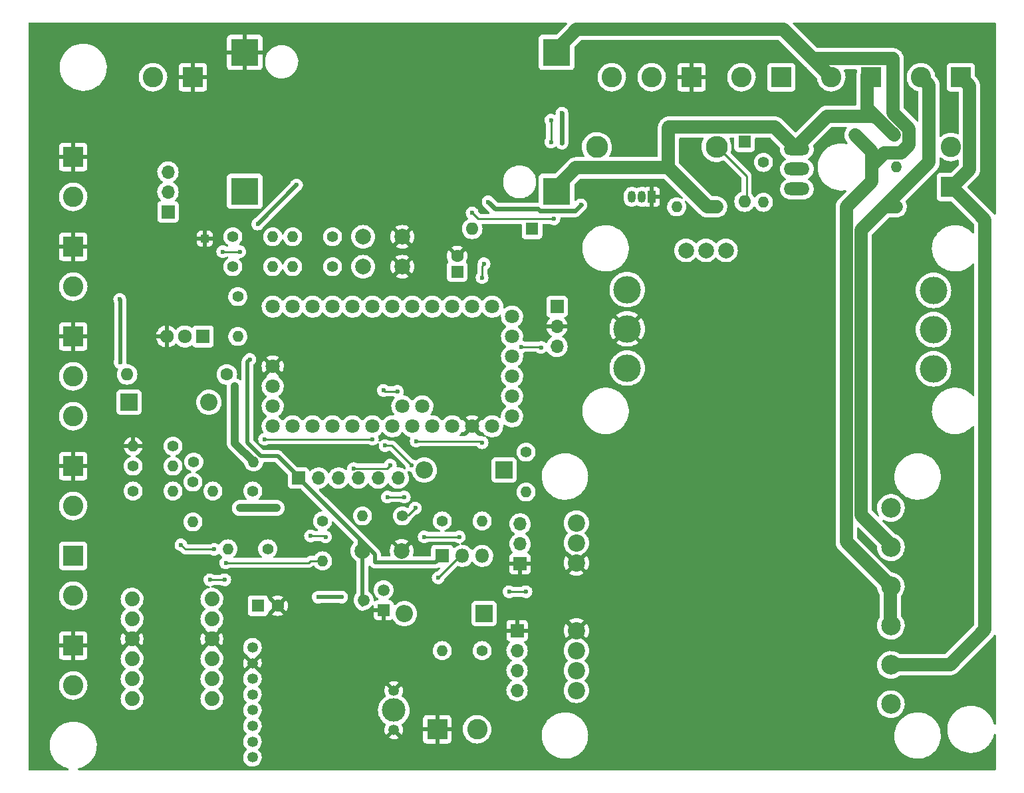
<source format=gbr>
%TF.GenerationSoftware,KiCad,Pcbnew,6.0.11-2627ca5db0~126~ubuntu22.04.1*%
%TF.CreationDate,2023-08-15T17:01:30+02:00*%
%TF.ProjectId,HM-LC-Bl1-FM_FUEL4EP_PCB,484d2d4c-432d-4426-9c31-2d464d5f4655,1.5*%
%TF.SameCoordinates,Original*%
%TF.FileFunction,Copper,L2,Bot*%
%TF.FilePolarity,Positive*%
%FSLAX46Y46*%
G04 Gerber Fmt 4.6, Leading zero omitted, Abs format (unit mm)*
G04 Created by KiCad (PCBNEW 6.0.11-2627ca5db0~126~ubuntu22.04.1) date 2023-08-15 17:01:30*
%MOMM*%
%LPD*%
G01*
G04 APERTURE LIST*
%TA.AperFunction,ComponentPad*%
%ADD10R,1.600000X1.600000*%
%TD*%
%TA.AperFunction,ComponentPad*%
%ADD11C,1.600000*%
%TD*%
%TA.AperFunction,ComponentPad*%
%ADD12O,1.600000X1.600000*%
%TD*%
%TA.AperFunction,ComponentPad*%
%ADD13R,2.200000X2.200000*%
%TD*%
%TA.AperFunction,ComponentPad*%
%ADD14O,2.200000X2.200000*%
%TD*%
%TA.AperFunction,ComponentPad*%
%ADD15R,1.700000X1.700000*%
%TD*%
%TA.AperFunction,ComponentPad*%
%ADD16O,1.700000X1.700000*%
%TD*%
%TA.AperFunction,ComponentPad*%
%ADD17R,1.717500X1.800000*%
%TD*%
%TA.AperFunction,ComponentPad*%
%ADD18O,1.717500X1.800000*%
%TD*%
%TA.AperFunction,ComponentPad*%
%ADD19R,1.800000X1.800000*%
%TD*%
%TA.AperFunction,ComponentPad*%
%ADD20O,1.800000X1.800000*%
%TD*%
%TA.AperFunction,ComponentPad*%
%ADD21R,1.050000X1.500000*%
%TD*%
%TA.AperFunction,ComponentPad*%
%ADD22O,1.050000X1.500000*%
%TD*%
%TA.AperFunction,ComponentPad*%
%ADD23C,1.400000*%
%TD*%
%TA.AperFunction,ComponentPad*%
%ADD24O,1.400000X1.400000*%
%TD*%
%TA.AperFunction,ComponentPad*%
%ADD25C,3.500000*%
%TD*%
%TA.AperFunction,ComponentPad*%
%ADD26C,2.000000*%
%TD*%
%TA.AperFunction,ComponentPad*%
%ADD27C,2.500000*%
%TD*%
%TA.AperFunction,ComponentPad*%
%ADD28C,2.200000*%
%TD*%
%TA.AperFunction,ComponentPad*%
%ADD29R,1.498600X1.498600*%
%TD*%
%TA.AperFunction,ComponentPad*%
%ADD30C,1.498600*%
%TD*%
%TA.AperFunction,ComponentPad*%
%ADD31R,2.600000X2.600000*%
%TD*%
%TA.AperFunction,ComponentPad*%
%ADD32C,2.600000*%
%TD*%
%TA.AperFunction,ComponentPad*%
%ADD33C,1.800000*%
%TD*%
%TA.AperFunction,ComponentPad*%
%ADD34O,3.251200X1.625600*%
%TD*%
%TA.AperFunction,ComponentPad*%
%ADD35C,2.800000*%
%TD*%
%TA.AperFunction,ComponentPad*%
%ADD36O,2.800000X2.800000*%
%TD*%
%TA.AperFunction,ComponentPad*%
%ADD37C,1.350000*%
%TD*%
%TA.AperFunction,ComponentPad*%
%ADD38C,3.000000*%
%TD*%
%TA.AperFunction,ComponentPad*%
%ADD39C,1.879600*%
%TD*%
%TA.AperFunction,ComponentPad*%
%ADD40R,3.500000X3.500000*%
%TD*%
%TA.AperFunction,ComponentPad*%
%ADD41R,1.000000X1.000000*%
%TD*%
%TA.AperFunction,ViaPad*%
%ADD42C,0.600000*%
%TD*%
%TA.AperFunction,ViaPad*%
%ADD43C,1.000000*%
%TD*%
%TA.AperFunction,Conductor*%
%ADD44C,0.250000*%
%TD*%
%TA.AperFunction,Conductor*%
%ADD45C,0.500000*%
%TD*%
%TA.AperFunction,Conductor*%
%ADD46C,0.600000*%
%TD*%
%TA.AperFunction,Conductor*%
%ADD47C,1.700000*%
%TD*%
%TA.AperFunction,Conductor*%
%ADD48C,1.000000*%
%TD*%
G04 APERTURE END LIST*
D10*
%TO.P,C1,1*%
%TO.N,/LDO_3.3V*%
X29885000Y21790000D03*
D11*
%TO.P,C1,2*%
%TO.N,GND*%
X32385000Y21790000D03*
%TD*%
D10*
%TO.P,D7,1,K*%
%TO.N,/V_relais*%
X64770000Y69796000D03*
D12*
%TO.P,D7,2,A*%
%TO.N,Net-(D7-Pad2)*%
X57150000Y69796000D03*
%TD*%
D13*
%TO.P,D11,1,K*%
%TO.N,Net-(D11-Pad1)*%
X13462000Y47698000D03*
D14*
%TO.P,D11,2,A*%
%TO.N,/minusBAT*%
X23622000Y47698000D03*
%TD*%
D15*
%TO.P,J5,1,Pin_1*%
%TO.N,VCC*%
X35052000Y38046000D03*
D16*
%TO.P,J5,2,Pin_2*%
%TO.N,/minusBAT*%
X37592000Y38046000D03*
%TO.P,J5,3,Pin_3*%
%TO.N,/MOSI*%
X40132000Y38046000D03*
%TO.P,J5,4,Pin_4*%
%TO.N,/SCK*%
X42672000Y38046000D03*
%TO.P,J5,5,Pin_5*%
%TO.N,/MISO*%
X45212000Y38046000D03*
%TO.P,J5,6,Pin_6*%
%TO.N,/RSET*%
X47752000Y38046000D03*
%TD*%
D17*
%TO.P,Q1,1,G*%
%TO.N,Net-(Q1-Pad1)*%
X22860000Y56080000D03*
D18*
%TO.P,Q1,2,D*%
%TO.N,/minusBAT*%
X20570000Y56080000D03*
%TO.P,Q1,3,S*%
%TO.N,GND*%
X18280000Y56080000D03*
%TD*%
D19*
%TO.P,Q2,1,E*%
%TO.N,VCC*%
X53340000Y28140000D03*
D20*
%TO.P,Q2,2,C*%
%TO.N,Net-(D6-Pad2)*%
X55880000Y28140000D03*
%TO.P,Q2,3,B*%
%TO.N,Net-(Q2-Pad3)*%
X58420000Y28140000D03*
%TD*%
D21*
%TO.P,Q4,1,S*%
%TO.N,GND*%
X80010000Y73860000D03*
D22*
%TO.P,Q4,2,G*%
%TO.N,/D7*%
X78740000Y73860000D03*
%TO.P,Q4,3,D*%
%TO.N,Net-(Q4-Pad3)*%
X77470000Y73860000D03*
%TD*%
D23*
%TO.P,R1,1*%
%TO.N,Net-(J3-Pad3)*%
X13970000Y36395000D03*
D24*
%TO.P,R1,2*%
%TO.N,Net-(Module1-Pad7C)*%
X19050000Y36395000D03*
%TD*%
D23*
%TO.P,R7,1*%
%TO.N,Net-(J3-Pad2)*%
X13970000Y39570000D03*
D24*
%TO.P,R7,2*%
%TO.N,Net-(Module1-Pad8C)*%
X19050000Y39570000D03*
%TD*%
D25*
%TO.P,Module5,1A,NC*%
%TO.N,unconnected-(Module5-Pad1A)*%
X115890000Y61950000D03*
%TO.P,Module5,1C,DC+*%
%TO.N,/V_relais*%
X76890000Y62050000D03*
D26*
%TO.P,Module5,1D,H*%
%TO.N,Net-(Module5-Pad1D)*%
X84390000Y67050000D03*
D25*
%TO.P,Module5,2A,COM*%
%TO.N,/24V_raw*%
X115890000Y56950000D03*
%TO.P,Module5,2C,DC-*%
%TO.N,GND*%
X76890000Y57050000D03*
D26*
%TO.P,Module5,2D,SEL*%
%TO.N,Net-(Module5-Pad1D)*%
X86930000Y67050000D03*
D25*
%TO.P,Module5,3A,NO*%
%TO.N,/24V_switched*%
X115890000Y51950000D03*
%TO.P,Module5,3C,IN*%
%TO.N,/A5*%
X76890000Y52050000D03*
D26*
%TO.P,Module5,3D,L*%
%TO.N,unconnected-(Module5-Pad3D)*%
X89470000Y67050000D03*
%TD*%
D27*
%TO.P,Module6,1A,O1_1*%
%TO.N,/24V_switched*%
X110465000Y34245000D03*
D28*
%TO.P,Module6,1C,JD-VCC*%
%TO.N,/V_relais*%
X70415000Y32325000D03*
D27*
%TO.P,Module6,2A,O1_C*%
%TO.N,/Motor_plus*%
X110465000Y29245000D03*
D28*
%TO.P,Module6,2C,VCC*%
%TO.N,/V_relais*%
X70415000Y29785000D03*
D27*
%TO.P,Module6,3A,O1_2*%
%TO.N,/GND_power*%
X110465000Y24245000D03*
D28*
%TO.P,Module6,3C,GND*%
%TO.N,GND*%
X70415000Y27245000D03*
D27*
%TO.P,Module6,4A,O2_1*%
%TO.N,/GND_power*%
X110465000Y19245000D03*
D28*
%TO.P,Module6,4C,GND*%
%TO.N,GND*%
X70415000Y18615000D03*
D27*
%TO.P,Module6,5A,O2_C*%
%TO.N,/Motor_minus*%
X110465000Y14245000D03*
D28*
%TO.P,Module6,5C,IN1*%
%TO.N,/A4*%
X70415000Y16075000D03*
D27*
%TO.P,Module6,6A,O2_2*%
%TO.N,/24V_switched*%
X110465000Y9245000D03*
D28*
%TO.P,Module6,6C,IN2*%
%TO.N,/A4*%
X70415000Y13535000D03*
%TO.P,Module6,7C,VCC*%
%TO.N,/V_relais*%
X70415000Y10995000D03*
%TD*%
D23*
%TO.P,R8,1*%
%TO.N,Net-(C3-Pad1)*%
X39370000Y68780000D03*
D24*
%TO.P,R8,2*%
%TO.N,Net-(J1-Pad2)*%
X34290000Y68780000D03*
%TD*%
D23*
%TO.P,R10,1*%
%TO.N,/A5*%
X21590000Y37538000D03*
D24*
%TO.P,R10,2*%
%TO.N,Net-(J7-Pad2)*%
X21590000Y32458000D03*
%TD*%
D23*
%TO.P,R11,1*%
%TO.N,/A4*%
X31115000Y29029000D03*
D24*
%TO.P,R11,2*%
%TO.N,Net-(J9-Pad2)*%
X26035000Y29029000D03*
%TD*%
D23*
%TO.P,R12,1*%
%TO.N,/A2*%
X38100000Y32585000D03*
D24*
%TO.P,R12,2*%
%TO.N,Net-(J8-Pad2)*%
X38100000Y27505000D03*
%TD*%
D23*
%TO.P,R13,1*%
%TO.N,/A3*%
X64008000Y41348000D03*
D24*
%TO.P,R13,2*%
%TO.N,Net-(Q2-Pad3)*%
X64008000Y36268000D03*
%TD*%
D23*
%TO.P,R14,1*%
%TO.N,VCC*%
X53340000Y32585000D03*
D24*
%TO.P,R14,2*%
%TO.N,Net-(Q2-Pad3)*%
X58420000Y32585000D03*
%TD*%
D23*
%TO.P,R15,1*%
%TO.N,/24V_raw*%
X110998000Y81734000D03*
D24*
%TO.P,R15,2*%
%TO.N,/GND_power*%
X105918000Y81734000D03*
%TD*%
D23*
%TO.P,R17,1*%
%TO.N,Net-(D2-Pad2)*%
X48260000Y33220000D03*
D24*
%TO.P,R17,2*%
%TO.N,/D2*%
X43180000Y33220000D03*
%TD*%
D29*
%TO.P,Q5,1,GND*%
%TO.N,GND*%
X45872400Y21231200D03*
D30*
%TO.P,Q5,2,VIN*%
%TO.N,VCC*%
X43332400Y22501200D03*
%TO.P,Q5,3,VOUT*%
%TO.N,/LDO_3.3V*%
X45872400Y23771200D03*
%TD*%
D23*
%TO.P,R9,1*%
%TO.N,Net-(C2-Pad1)*%
X39370000Y64970000D03*
D24*
%TO.P,R9,2*%
%TO.N,Net-(J2-Pad2)*%
X34290000Y64970000D03*
%TD*%
D31*
%TO.P,J1,1,Pin_1*%
%TO.N,GND*%
X6350000Y67510000D03*
D32*
%TO.P,J1,2,Pin_2*%
%TO.N,Net-(J1-Pad2)*%
X6350000Y62430000D03*
%TD*%
D31*
%TO.P,J3,1,Pin_1*%
%TO.N,GND*%
X6350000Y56080000D03*
D32*
%TO.P,J3,2,Pin_2*%
%TO.N,Net-(J3-Pad2)*%
X6350000Y51000000D03*
%TO.P,J3,3,Pin_3*%
%TO.N,Net-(J3-Pad3)*%
X6350000Y45920000D03*
%TD*%
D31*
%TO.P,J4,1,Pin_1*%
%TO.N,GND*%
X21590000Y89100000D03*
D32*
%TO.P,J4,2,Pin_2*%
%TO.N,Net-(J4-Pad2)*%
X16510000Y89100000D03*
%TD*%
D10*
%TO.P,C5,1*%
%TO.N,VCC*%
X55245000Y64335000D03*
D11*
%TO.P,C5,2*%
%TO.N,GND*%
X55245000Y66335000D03*
%TD*%
D31*
%TO.P,J8,1,Pin_1*%
%TO.N,GND*%
X6350000Y16710000D03*
D32*
%TO.P,J8,2,Pin_2*%
%TO.N,Net-(J8-Pad2)*%
X6350000Y11630000D03*
%TD*%
D31*
%TO.P,J9,1,Pin_1*%
%TO.N,VCC*%
X6350000Y28140000D03*
D32*
%TO.P,J9,2,Pin_2*%
%TO.N,Net-(J9-Pad2)*%
X6350000Y23060000D03*
%TD*%
D31*
%TO.P,J11,1,Pin_1*%
%TO.N,/24V_raw*%
X107950000Y89100000D03*
D32*
%TO.P,J11,2,Pin_2*%
%TO.N,/GND_power*%
X102870000Y89100000D03*
%TD*%
D23*
%TO.P,R5,1*%
%TO.N,VCC*%
X26670000Y68780000D03*
D24*
%TO.P,R5,2*%
%TO.N,Net-(J1-Pad2)*%
X31750000Y68780000D03*
%TD*%
D23*
%TO.P,R6,1*%
%TO.N,VCC*%
X26670000Y64970000D03*
D24*
%TO.P,R6,2*%
%TO.N,Net-(J2-Pad2)*%
X31750000Y64970000D03*
%TD*%
D31*
%TO.P,J14,1,Pin_1*%
%TO.N,/Motor_minus*%
X118110000Y75130000D03*
D32*
%TO.P,J14,2,Pin_2*%
%TO.N,Net-(J14-Pad2)*%
X118110000Y80210000D03*
%TD*%
D26*
%TO.P,C3,1*%
%TO.N,Net-(C3-Pad1)*%
X43260000Y68780000D03*
%TO.P,C3,2*%
%TO.N,GND*%
X48260000Y68780000D03*
%TD*%
D23*
%TO.P,R21,1*%
%TO.N,Net-(Q3-Pad1)*%
X94234000Y78254200D03*
D24*
%TO.P,R21,2*%
%TO.N,Net-(Q4-Pad3)*%
X94234000Y73174200D03*
%TD*%
D31*
%TO.P,J2,1,Pin_1*%
%TO.N,GND*%
X6350000Y78940000D03*
D32*
%TO.P,J2,2,Pin_2*%
%TO.N,Net-(J2-Pad2)*%
X6350000Y73860000D03*
%TD*%
D11*
%TO.P,R22,1*%
%TO.N,/plusBAT*%
X25908000Y51254000D03*
D12*
%TO.P,R22,2*%
%TO.N,Net-(D11-Pad1)*%
X13208000Y51254000D03*
%TD*%
D10*
%TO.P,D10,1,K*%
%TO.N,/plusBAT*%
X91846400Y80895800D03*
D12*
%TO.P,D10,2,A*%
%TO.N,Net-(D10-Pad2)*%
X91846400Y73275800D03*
%TD*%
D23*
%TO.P,R3,1*%
%TO.N,VCC*%
X27305000Y61160000D03*
D24*
%TO.P,R3,2*%
%TO.N,Net-(Q1-Pad1)*%
X27305000Y56080000D03*
%TD*%
D15*
%TO.P,J10,1,Pin_1*%
%TO.N,VCC*%
X18415000Y71955000D03*
D16*
%TO.P,J10,2,Pin_2*%
%TO.N,/plusBAT*%
X18415000Y74495000D03*
%TO.P,J10,3,Pin_3*%
%TO.N,/minusBAT*%
X18415000Y77035000D03*
%TD*%
D31*
%TO.P,J13,1,Pin_1*%
%TO.N,/Motor_minus*%
X119380000Y89100000D03*
D32*
%TO.P,J13,2,Pin_2*%
%TO.N,/Motor_plus*%
X114300000Y89100000D03*
%TD*%
D31*
%TO.P,J6,1,Pin_1*%
%TO.N,/minusBAT*%
X96520000Y89100000D03*
D32*
%TO.P,J6,2,Pin_2*%
%TO.N,/plusBAT*%
X91440000Y89100000D03*
%TD*%
D33*
%TO.P,Module1,1A,RAW*%
%TO.N,unconnected-(Module1-Pad1A)*%
X59690000Y44650000D03*
%TO.P,Module1,1B,GND*%
%TO.N,GND*%
X31750000Y52270000D03*
%TO.P,Module1,1C,PD1/TXD0*%
%TO.N,unconnected-(Module1-Pad1C)*%
X59690000Y59890000D03*
%TO.P,Module1,1D,DTR*%
%TO.N,unconnected-(Module1-Pad1D)*%
X62230000Y58620000D03*
%TO.P,Module1,1E,PC5/SCL_A5*%
%TO.N,/A5*%
X50800000Y47190000D03*
%TO.P,Module1,2A,GND*%
%TO.N,GND*%
X57150000Y44650000D03*
%TO.P,Module1,2B,A6*%
%TO.N,unconnected-(Module1-Pad2B)*%
X31750000Y49730000D03*
%TO.P,Module1,2C,PD0/RXD0*%
%TO.N,unconnected-(Module1-Pad2C)*%
X57150000Y59890000D03*
%TO.P,Module1,2D,PD1/TXD0*%
%TO.N,unconnected-(Module1-Pad2D)*%
X62230000Y56080000D03*
%TO.P,Module1,2E,PC4/SDA_A4*%
%TO.N,/A4*%
X48260000Y47190000D03*
%TO.P,Module1,3A,RST*%
%TO.N,/RSET*%
X54610000Y44650000D03*
%TO.P,Module1,3B,A7*%
%TO.N,unconnected-(Module1-Pad3B)*%
X31750000Y47190000D03*
%TO.P,Module1,3C,RST*%
%TO.N,unconnected-(Module1-Pad3C)*%
X54610000Y59890000D03*
%TO.P,Module1,3D,PD0/RXD0*%
%TO.N,unconnected-(Module1-Pad3D)*%
X62230000Y53540000D03*
%TO.P,Module1,4A,VCC*%
%TO.N,VCC*%
X52070000Y44650000D03*
%TO.P,Module1,4C,GND*%
%TO.N,unconnected-(Module1-Pad4C)*%
X52070000Y59890000D03*
%TO.P,Module1,4D,VCC*%
%TO.N,unconnected-(Module1-Pad4D)*%
X62230000Y51000000D03*
%TO.P,Module1,5A,PC3_A3*%
%TO.N,/A3*%
X49530000Y44650000D03*
%TO.P,Module1,5C,PD2_2*%
%TO.N,/D2*%
X49530000Y59890000D03*
%TO.P,Module1,5D,GND*%
%TO.N,unconnected-(Module1-Pad5D)*%
X62230000Y48460000D03*
%TO.P,Module1,6A,PC2_A2*%
%TO.N,/A2*%
X46990000Y44650000D03*
%TO.P,Module1,6C,PD3_3*%
%TO.N,Net-(C3-Pad1)*%
X46990000Y59890000D03*
%TO.P,Module1,6D,GND*%
%TO.N,unconnected-(Module1-Pad6D)*%
X62230000Y45920000D03*
%TO.P,Module1,7A,PC1/A1*%
%TO.N,/A1*%
X44450000Y44650000D03*
%TO.P,Module1,7C,PD4_4*%
%TO.N,Net-(Module1-Pad7C)*%
X44450000Y59890000D03*
%TO.P,Module1,8A,PC0_A0*%
%TO.N,/A0*%
X41910000Y44650000D03*
%TO.P,Module1,8C,PD5_5*%
%TO.N,Net-(Module1-Pad8C)*%
X41910000Y59890000D03*
%TO.P,Module1,9A,PB5/SCK_13L*%
%TO.N,/SCK*%
X39370000Y44650000D03*
%TO.P,Module1,9C,PD6_6*%
%TO.N,Net-(C2-Pad1)*%
X39370000Y59890000D03*
%TO.P,Module1,10A,PB4/MISO_12*%
%TO.N,/MISO*%
X36830000Y44650000D03*
%TO.P,Module1,10C,PD7_7*%
%TO.N,/D7*%
X36830000Y59890000D03*
%TO.P,Module1,11A,PB3/MOSI_11*%
%TO.N,/MOSI*%
X34290000Y44650000D03*
%TO.P,Module1,11C,PB0_8*%
%TO.N,Net-(J4-Pad2)*%
X34290000Y59890000D03*
%TO.P,Module1,12A,PB2/~{SS}_10*%
%TO.N,/SS*%
X31750000Y44650000D03*
%TO.P,Module1,12C,PB1_9*%
%TO.N,unconnected-(Module1-Pad12C)*%
X31750000Y59890000D03*
%TD*%
D23*
%TO.P,R16,1*%
%TO.N,/Motor_plus*%
X111125000Y72590000D03*
D24*
%TO.P,R16,2*%
%TO.N,Net-(J14-Pad2)*%
X111125000Y77670000D03*
%TD*%
D26*
%TO.P,C4,1*%
%TO.N,VCC*%
X43180000Y28775000D03*
%TO.P,C4,2*%
%TO.N,GND*%
X48180000Y28775000D03*
%TD*%
D23*
%TO.P,R20,1*%
%TO.N,/24V_raw*%
X88265000Y72590000D03*
D24*
%TO.P,R20,2*%
%TO.N,Net-(Q3-Pad1)*%
X83185000Y72590000D03*
%TD*%
D23*
%TO.P,R4,1*%
%TO.N,/A1*%
X29210000Y36395000D03*
D24*
%TO.P,R4,2*%
%TO.N,/A0*%
X24130000Y36395000D03*
%TD*%
D23*
%TO.P,R2,1*%
%TO.N,/A0*%
X21704300Y40090700D03*
D24*
%TO.P,R2,2*%
%TO.N,/plusBAT*%
X29324300Y40090700D03*
%TD*%
D34*
%TO.P,Q3,1*%
%TO.N,Net-(Q3-Pad1)*%
X98501200Y74850600D03*
%TO.P,Q3,2*%
%TO.N,Net-(Q3-Pad2)*%
X98501200Y77390600D03*
%TO.P,Q3,3*%
%TO.N,/24V_raw*%
X98501200Y79930600D03*
%TD*%
D35*
%TO.P,R18,1*%
%TO.N,Net-(Q3-Pad2)*%
X73025000Y80210000D03*
D36*
%TO.P,R18,2*%
%TO.N,Net-(D10-Pad2)*%
X88265000Y80210000D03*
%TD*%
D31*
%TO.P,J15,1,Pin_1*%
%TO.N,GND*%
X52705000Y6042000D03*
D32*
%TO.P,J15,2,Pin_2*%
%TO.N,Net-(J15-Pad2)*%
X57785000Y6042000D03*
%TD*%
D23*
%TO.P,R23,1*%
%TO.N,Net-(J15-Pad2)*%
X58420000Y16075000D03*
D24*
%TO.P,R23,2*%
%TO.N,/D7*%
X53340000Y16075000D03*
%TD*%
D15*
%TO.P,J17,1,Pin_1*%
%TO.N,/V_relais*%
X67945000Y59890000D03*
D16*
%TO.P,J17,2,Pin_2*%
%TO.N,GND*%
X67945000Y57350000D03*
%TO.P,J17,3,Pin_3*%
%TO.N,/A5*%
X67945000Y54810000D03*
%TD*%
D13*
%TO.P,D2,1,K*%
%TO.N,/LDO_3.3V*%
X61214000Y39062000D03*
D14*
%TO.P,D2,2,A*%
%TO.N,Net-(D2-Pad2)*%
X51054000Y39062000D03*
%TD*%
D15*
%TO.P,J16,1,Pin_1*%
%TO.N,GND*%
X62865000Y18615000D03*
D16*
%TO.P,J16,2,Pin_2*%
%TO.N,/A4*%
X62865000Y16075000D03*
%TO.P,J16,3,Pin_3*%
X62865000Y13535000D03*
%TO.P,J16,4,Pin_4*%
%TO.N,/V_relais*%
X62865000Y10995000D03*
%TD*%
D15*
%TO.P,J18,1,Pin_1*%
%TO.N,GND*%
X63246000Y27124000D03*
D16*
%TO.P,J18,2,Pin_2*%
%TO.N,/V_relais*%
X63246000Y29664000D03*
%TO.P,J18,3,Pin_3*%
X63246000Y32204000D03*
%TD*%
D26*
%TO.P,C2,1*%
%TO.N,Net-(C2-Pad1)*%
X43260000Y64970000D03*
%TO.P,C2,2*%
%TO.N,GND*%
X48260000Y64970000D03*
%TD*%
D23*
%TO.P,R19,1*%
%TO.N,/D7*%
X19050000Y42110000D03*
D24*
%TO.P,R19,2*%
%TO.N,GND*%
X13970000Y42110000D03*
%TD*%
D37*
%TO.P,Module2,1A,GND*%
%TO.N,GND*%
X47170000Y10980000D03*
%TO.P,Module2,1C,VCC*%
%TO.N,/LDO_3.3V*%
X29170000Y16480000D03*
D38*
%TO.P,Module2,2A,ANT*%
%TO.N,unconnected-(Module2-Pad2A)*%
X47170000Y8480000D03*
D37*
%TO.P,Module2,2C,GND*%
%TO.N,GND*%
X29170000Y14480000D03*
%TO.P,Module2,3A,GND*%
X47170000Y5980000D03*
%TO.P,Module2,3C,MOSI*%
%TO.N,Net-(Module2-Pad3C)*%
X29170000Y12480000D03*
%TO.P,Module2,4C,SCLK*%
%TO.N,Net-(Module2-Pad4C)*%
X29170000Y10480000D03*
%TO.P,Module2,5C,MISO*%
%TO.N,Net-(Module2-Pad5C)*%
X29170000Y8480000D03*
%TO.P,Module2,6C,GD2*%
%TO.N,unconnected-(Module2-Pad6C)*%
X29170000Y6480000D03*
%TO.P,Module2,7C,GD0*%
%TO.N,Net-(D2-Pad2)*%
X29170000Y4480000D03*
%TO.P,Module2,8C,~{CSN}*%
%TO.N,Net-(Module2-Pad8C)*%
X29170000Y2480000D03*
%TD*%
D31*
%TO.P,J7,1,Pin_1*%
%TO.N,GND*%
X6350000Y39570000D03*
D32*
%TO.P,J7,2,Pin_2*%
%TO.N,Net-(J7-Pad2)*%
X6350000Y34490000D03*
%TD*%
D31*
%TO.P,J12,1,Pin_1*%
%TO.N,GND*%
X85090000Y89100000D03*
D32*
%TO.P,J12,2,Pin_2*%
%TO.N,/A2*%
X80010000Y89100000D03*
%TO.P,J12,3,Pin_3*%
%TO.N,/V_relais*%
X74930000Y89100000D03*
%TD*%
D13*
%TO.P,D6,1,K*%
%TO.N,/V_relais*%
X58674000Y20774000D03*
D14*
%TO.P,D6,2,A*%
%TO.N,Net-(D6-Pad2)*%
X48514000Y20774000D03*
%TD*%
D39*
%TO.P,Module3,GND1,GND*%
%TO.N,GND*%
X24003000Y17548200D03*
%TO.P,Module3,GND2,GND*%
X13843000Y17548200D03*
%TO.P,Module3,HV,HV*%
%TO.N,VCC*%
X13843000Y15008200D03*
%TO.P,Module3,HV1,HV_TXO_1*%
%TO.N,/MOSI*%
X13843000Y9928200D03*
%TO.P,Module3,HV2,HV_RXI_1*%
%TO.N,/SCK*%
X13843000Y12468200D03*
%TO.P,Module3,HV3,HV_RXI_2*%
%TO.N,/MISO*%
X13843000Y20088200D03*
%TO.P,Module3,HV4,HV_TXO_2*%
%TO.N,/SS*%
X13843000Y22628200D03*
%TO.P,Module3,LV,LV*%
%TO.N,/LDO_3.3V*%
X24003000Y15008200D03*
%TO.P,Module3,LV1,LV_TXI_1*%
%TO.N,Net-(Module2-Pad3C)*%
X24003000Y9928200D03*
%TO.P,Module3,LV2,LV_RXO_1*%
%TO.N,Net-(Module2-Pad4C)*%
X24003000Y12468200D03*
%TO.P,Module3,LV3,LV_RXO_2*%
%TO.N,Net-(Module2-Pad5C)*%
X24003000Y20088200D03*
%TO.P,Module3,LV4,LV_TXI_2*%
%TO.N,Net-(Module2-Pad8C)*%
X24003000Y22628200D03*
%TD*%
D40*
%TO.P,Module4,1A,VIN-*%
%TO.N,/GND_power*%
X67894000Y92275000D03*
%TO.P,Module4,1C,VOUT-*%
%TO.N,GND*%
X28194000Y92275000D03*
%TO.P,Module4,2A,VIN+*%
%TO.N,/24V_raw*%
X67894000Y74575000D03*
%TO.P,Module4,2C,VOUT+*%
%TO.N,Net-(D7-Pad2)*%
X28194000Y74575000D03*
%TD*%
D41*
%TO.P,J19,1,Pin_1*%
%TO.N,GND*%
X23114000Y68526000D03*
%TD*%
D42*
%TO.N,GND*%
X99695000Y94942000D03*
X95885000Y93164000D03*
%TO.N,/SCK*%
X23749000Y25092000D03*
X25654000Y25092000D03*
%TO.N,VCC*%
X12319000Y52778000D03*
X12268200Y60804400D03*
X29845002Y70405600D03*
X70993000Y72844000D03*
X59182000Y73225000D03*
X28829000Y53159000D03*
X34785300Y75358600D03*
%TO.N,Net-(D2-Pad2)*%
X49911000Y34236000D03*
%TO.N,Net-(D6-Pad2)*%
X52832000Y25346000D03*
%TO.N,/V_relais*%
X68580000Y84528000D03*
X68580000Y80718000D03*
%TO.N,/D7*%
X57150000Y71828000D03*
X67564000Y71066000D03*
%TO.N,/A5*%
X65913000Y54683000D03*
X63385000Y54765001D03*
X47625000Y49095000D03*
X45847000Y49222000D03*
%TO.N,/A4*%
X64008000Y23568000D03*
X36576000Y30680000D03*
X61849000Y23568000D03*
X38474943Y30559057D03*
%TO.N,/A2*%
X42042145Y39251775D03*
X67183000Y83639000D03*
X58420000Y63573000D03*
X58674000Y65351000D03*
X67183000Y80845000D03*
X46736000Y39696998D03*
%TO.N,/A3*%
X50038000Y42745000D03*
X58420000Y42549999D03*
%TO.N,/D2*%
X46066516Y42176796D03*
X49445588Y39654412D03*
X46355000Y35633000D03*
X48514000Y35633000D03*
%TO.N,/A1*%
X44450000Y42999000D03*
X30734000Y42999000D03*
%TO.N,Net-(J1-Pad2)*%
X27559000Y66875000D03*
X25399998Y66875000D03*
%TO.N,/LDO_3.3V*%
X55499000Y30553000D03*
X51054000Y30553000D03*
X37566600Y22882200D03*
X40538400Y22882200D03*
%TO.N,Net-(J8-Pad2)*%
X25781000Y27251000D03*
%TO.N,Net-(J9-Pad2)*%
X20068558Y29534442D03*
X24321441Y28964559D03*
%TO.N,/Motor_minus*%
X122440001Y18881001D03*
D43*
%TO.N,/minusBAT*%
X27559000Y34236000D03*
X32258000Y34236000D03*
%TO.N,/plusBAT*%
X26924000Y49730000D03*
%TD*%
D44*
%TO.N,/SCK*%
X25654000Y25092000D02*
X23749000Y25092000D01*
D45*
%TO.N,VCC*%
X43180000Y28775000D02*
X43180000Y21917000D01*
D46*
X65786000Y72082000D02*
X70231000Y72082000D01*
D45*
X34785300Y75358600D02*
X29845002Y70418302D01*
X42799000Y30299000D02*
X35306000Y37792000D01*
X12319000Y60753600D02*
X12268200Y60804400D01*
X32385000Y40840000D02*
X30251400Y40840000D01*
X35179000Y38046000D02*
X32385000Y40840000D01*
X30251400Y40840000D02*
X28549600Y42541800D01*
D46*
X65543001Y72324999D02*
X65786000Y72082000D01*
D45*
X52524999Y27324999D02*
X44757001Y27324999D01*
X28549600Y42541800D02*
X28549600Y52879600D01*
D46*
X70231000Y72082000D02*
X70993000Y72844000D01*
D45*
X42799000Y30299000D02*
X42799000Y29283000D01*
X28549600Y52879600D02*
X28829000Y53159000D01*
X53340000Y28140000D02*
X52524999Y27324999D01*
X44757001Y27324999D02*
X44757001Y28340999D01*
X44757001Y28340999D02*
X42799000Y30299000D01*
D46*
X60082001Y72324999D02*
X65543001Y72324999D01*
D45*
X29845002Y70418302D02*
X29845002Y70405600D01*
D46*
X59182000Y73225000D02*
X60082001Y72324999D01*
D45*
X12319000Y52778000D02*
X12319000Y60753600D01*
D44*
%TO.N,Net-(D2-Pad2)*%
X49022000Y33347000D02*
X48260000Y33347000D01*
X49911000Y34236000D02*
X49022000Y33347000D01*
%TO.N,Net-(D6-Pad2)*%
X52832000Y25346000D02*
X55626000Y28140000D01*
D46*
%TO.N,/V_relais*%
X68580000Y84528000D02*
X68580000Y80718000D01*
D44*
%TO.N,Net-(D10-Pad2)*%
X92075000Y73225000D02*
X92075000Y76527000D01*
X92075000Y76527000D02*
X88392000Y80210000D01*
%TO.N,/D7*%
X57912000Y71066000D02*
X57150000Y71828000D01*
X67564000Y71066000D02*
X57912000Y71066000D01*
D47*
%TO.N,/24V_raw*%
X98501200Y79930600D02*
X95685999Y82745801D01*
X98425000Y80210000D02*
X102362000Y84147000D01*
X87122000Y72590000D02*
X82153997Y77558003D01*
X88265000Y72590000D02*
X87122000Y72590000D01*
X82153997Y77558003D02*
X70385703Y77558003D01*
X82204797Y82745801D02*
X82153997Y82695001D01*
X82153997Y77558003D02*
X82153997Y82695001D01*
X108458000Y84147000D02*
X110871000Y81734000D01*
X102362000Y84147000D02*
X108458000Y84147000D01*
X107442000Y85163000D02*
X108458000Y84147000D01*
X70385703Y77558003D02*
X67856100Y75028400D01*
X95685999Y82745801D02*
X82204797Y82745801D01*
X107442000Y89354000D02*
X107442000Y85163000D01*
D44*
%TO.N,/A5*%
X65830999Y54765001D02*
X63385000Y54765001D01*
X45974000Y49095000D02*
X45847000Y49222000D01*
X47625000Y49095000D02*
X45974000Y49095000D01*
X65913000Y54683000D02*
X65830999Y54765001D01*
%TO.N,/A4*%
X61849000Y23568000D02*
X64008000Y23568000D01*
X38595886Y30680000D02*
X38474943Y30559057D01*
X36576000Y30680000D02*
X38595886Y30680000D01*
%TO.N,/A2*%
X58420000Y65097000D02*
X58674000Y65351000D01*
X58420000Y63573000D02*
X58420000Y65097000D01*
X46290777Y39251775D02*
X42042145Y39251775D01*
X67183000Y80845000D02*
X67183000Y83639000D01*
X46736000Y39696998D02*
X46290777Y39251775D01*
%TO.N,/A3*%
X50038000Y42745000D02*
X58224999Y42745000D01*
X58224999Y42745000D02*
X58420000Y42549999D01*
%TO.N,/D2*%
X49445588Y39654412D02*
X46923204Y42176796D01*
X48514000Y35633000D02*
X46355000Y35633000D01*
X46923204Y42176796D02*
X46066516Y42176796D01*
%TO.N,/A1*%
X30734000Y42999000D02*
X44450000Y42999000D01*
%TO.N,Net-(J1-Pad2)*%
X27559000Y66875000D02*
X25399998Y66875000D01*
D45*
%TO.N,/LDO_3.3V*%
X40538400Y22882200D02*
X37566600Y22882200D01*
D44*
X51054000Y30553000D02*
X55499000Y30553000D01*
%TO.N,Net-(J8-Pad2)*%
X25781000Y27251000D02*
X36322000Y27251000D01*
X36322000Y27251000D02*
X36576000Y27505000D01*
X36576000Y27505000D02*
X38100000Y27505000D01*
%TO.N,Net-(J9-Pad2)*%
X20638441Y28964559D02*
X20068558Y29534442D01*
X24321441Y28964559D02*
X20638441Y28964559D01*
D47*
%TO.N,/GND_power*%
X110363000Y24330000D02*
X110363000Y19758000D01*
X110744000Y91434000D02*
X110744000Y84578002D01*
X96789999Y95180001D02*
X70443601Y95180001D01*
X110727999Y91450001D02*
X110744000Y91434000D01*
X110744000Y84578002D02*
X112771008Y82550994D01*
X104779990Y72594990D02*
X104779990Y29913010D01*
X109653003Y79420001D02*
X107990001Y77756999D01*
X112771008Y82550994D02*
X112771008Y80459008D01*
X105918000Y81734000D02*
X107990001Y79661999D01*
X112771008Y80459008D02*
X111732001Y79420001D01*
X104779990Y29913010D02*
X110363000Y24330000D01*
X107990001Y79661999D02*
X107990001Y77756999D01*
X111732001Y79420001D02*
X109653003Y79420001D01*
X100711000Y91259000D02*
X96789999Y95180001D01*
X100902001Y91450001D02*
X110727999Y91450001D01*
X102870000Y89100000D02*
X100711000Y91259000D01*
X107990001Y75805001D02*
X104779990Y72594990D01*
X70443601Y95180001D02*
X67779900Y92516300D01*
X107990001Y77756999D02*
X107990001Y75805001D01*
X100711000Y91259000D02*
X100902001Y91450001D01*
%TO.N,/Motor_plus*%
X106680000Y69618998D02*
X106680000Y33474000D01*
X110515001Y73453999D02*
X106680000Y69618998D01*
X115316000Y88084000D02*
X115316000Y78254998D01*
X106680000Y33474000D02*
X106680000Y33347000D01*
X111125000Y72590000D02*
X109651002Y72590000D01*
X114300000Y89100000D02*
X115316000Y88084000D01*
X110769001Y73453999D02*
X110515001Y73453999D01*
X109651002Y72590000D02*
X106680000Y69618998D01*
X115316000Y78254998D02*
X110515001Y73453999D01*
X106680000Y33347000D02*
X110490000Y29537000D01*
%TO.N,/Motor_minus*%
X120460001Y88019999D02*
X120460001Y77353001D01*
X119380000Y89100000D02*
X120460001Y88019999D01*
X117983000Y14297000D02*
X110617000Y14297000D01*
X120460001Y77353001D02*
X118237000Y75130000D01*
X118237000Y75130000D02*
X122440001Y70926999D01*
X122440001Y70926999D02*
X122440001Y18754001D01*
X122440001Y18754001D02*
X117983000Y14297000D01*
D48*
%TO.N,/minusBAT*%
X27559000Y34236000D02*
X32258000Y34236000D01*
%TO.N,/plusBAT*%
X29286200Y40141500D02*
X26924000Y42503700D01*
X26924000Y42503700D02*
X26924000Y49730000D01*
%TD*%
%TA.AperFunction,Conductor*%
%TO.N,GND*%
G36*
X69191322Y96064998D02*
G01*
X69237815Y96011342D01*
X69247919Y95941068D01*
X69218425Y95876488D01*
X69212296Y95869905D01*
X67912796Y94570405D01*
X67850484Y94536379D01*
X67823701Y94533500D01*
X66095866Y94533500D01*
X66033684Y94526745D01*
X65897295Y94475615D01*
X65780739Y94388261D01*
X65693385Y94271705D01*
X65642255Y94135316D01*
X65635500Y94073134D01*
X65635500Y90476866D01*
X65642255Y90414684D01*
X65693385Y90278295D01*
X65780739Y90161739D01*
X65897295Y90074385D01*
X66033684Y90023255D01*
X66095866Y90016500D01*
X69692134Y90016500D01*
X69754316Y90023255D01*
X69890705Y90074385D01*
X70007261Y90161739D01*
X70094615Y90278295D01*
X70145745Y90414684D01*
X70152500Y90476866D01*
X70152500Y92915501D01*
X70172502Y92983622D01*
X70189405Y93004596D01*
X70969405Y93784596D01*
X71031717Y93818622D01*
X71058500Y93821501D01*
X96175100Y93821501D01*
X96243221Y93801499D01*
X96264195Y93784596D01*
X99680969Y90367822D01*
X99691903Y90355344D01*
X99702578Y90341407D01*
X99706493Y90337775D01*
X99706497Y90337771D01*
X99767260Y90281406D01*
X99770665Y90278126D01*
X101030484Y89018307D01*
X101064510Y88955995D01*
X101067244Y88935260D01*
X101069947Y88878981D01*
X101122388Y88615344D01*
X101213220Y88362354D01*
X101215432Y88358238D01*
X101215433Y88358235D01*
X101273741Y88249719D01*
X101340450Y88125569D01*
X101343241Y88121832D01*
X101343245Y88121825D01*
X101411000Y88031091D01*
X101501281Y87910190D01*
X101504590Y87906910D01*
X101504595Y87906904D01*
X101688863Y87724238D01*
X101692180Y87720950D01*
X101695942Y87718192D01*
X101695945Y87718189D01*
X101808299Y87635808D01*
X101908954Y87562005D01*
X101913089Y87559829D01*
X101913093Y87559827D01*
X102133573Y87443826D01*
X102146840Y87436846D01*
X102400613Y87348225D01*
X102405206Y87347353D01*
X102660109Y87298958D01*
X102660112Y87298958D01*
X102664698Y87298087D01*
X102792370Y87293071D01*
X102928625Y87287717D01*
X102928630Y87287717D01*
X102933293Y87287534D01*
X103037607Y87298958D01*
X103195844Y87316287D01*
X103195850Y87316288D01*
X103200497Y87316797D01*
X103205021Y87317988D01*
X103455918Y87384044D01*
X103455920Y87384045D01*
X103460441Y87385235D01*
X103464738Y87387081D01*
X103703120Y87489498D01*
X103703122Y87489499D01*
X103707414Y87491343D01*
X103845849Y87577009D01*
X103932017Y87630331D01*
X103932021Y87630334D01*
X103935990Y87632790D01*
X104141149Y87806470D01*
X104318382Y88008566D01*
X104387150Y88115477D01*
X104461269Y88230709D01*
X104463797Y88234639D01*
X104574199Y88479722D01*
X104595369Y88554784D01*
X104645893Y88733928D01*
X104645894Y88733931D01*
X104647163Y88738432D01*
X104659706Y88837029D01*
X104680688Y89001955D01*
X104680688Y89001959D01*
X104681086Y89005085D01*
X104681773Y89031299D01*
X104683488Y89096840D01*
X104683571Y89100000D01*
X104663650Y89368063D01*
X104649614Y89430096D01*
X104605361Y89625669D01*
X104605360Y89625674D01*
X104604327Y89630237D01*
X104506902Y89880762D01*
X104504582Y89884821D01*
X104504581Y89884824D01*
X104494204Y89902980D01*
X104477768Y89972048D01*
X104501283Y90039037D01*
X104557281Y90082679D01*
X104603598Y90091501D01*
X106015500Y90091501D01*
X106083621Y90071499D01*
X106130114Y90017843D01*
X106141500Y89965501D01*
X106141500Y89774966D01*
X106133939Y89731975D01*
X106125663Y89709175D01*
X106124714Y89703926D01*
X106124713Y89703923D01*
X106085377Y89486392D01*
X106085376Y89486385D01*
X106084639Y89482308D01*
X106083500Y89458156D01*
X106083500Y85631500D01*
X106063498Y85563379D01*
X106009842Y85516886D01*
X105957500Y85505500D01*
X102414909Y85505500D01*
X102406010Y85505815D01*
X102348291Y85509902D01*
X102348288Y85509902D01*
X102342963Y85510279D01*
X102276809Y85503734D01*
X102238555Y85499950D01*
X102236803Y85499789D01*
X102137591Y85491371D01*
X102137587Y85491370D01*
X102132280Y85490920D01*
X102127120Y85489581D01*
X102122982Y85488873D01*
X102118850Y85488107D01*
X102113538Y85487582D01*
X102108394Y85486170D01*
X102108389Y85486169D01*
X102012356Y85459807D01*
X102010669Y85459356D01*
X101909128Y85433001D01*
X101904262Y85430809D01*
X101900242Y85429393D01*
X101896363Y85427966D01*
X101891216Y85426553D01*
X101796186Y85382139D01*
X101794588Y85381405D01*
X101703790Y85340504D01*
X101703786Y85340502D01*
X101698925Y85338312D01*
X101694499Y85335332D01*
X101690827Y85333288D01*
X101687193Y85331198D01*
X101682356Y85328938D01*
X101677974Y85325898D01*
X101677967Y85325894D01*
X101596145Y85269131D01*
X101594692Y85268138D01*
X101507681Y85209559D01*
X101503822Y85205878D01*
X101500106Y85202890D01*
X101499574Y85202490D01*
X101499585Y85202477D01*
X101496342Y85199895D01*
X101492928Y85197527D01*
X101489862Y85194737D01*
X101489857Y85194733D01*
X101487844Y85192901D01*
X101475045Y85181254D01*
X101414701Y85120910D01*
X101412578Y85118835D01*
X101340865Y85050424D01*
X101337684Y85046149D01*
X101337679Y85046143D01*
X101336617Y85044715D01*
X101324622Y85030831D01*
X98412495Y82118704D01*
X98350183Y82084678D01*
X98279368Y82089743D01*
X98234305Y82118704D01*
X96684030Y83668979D01*
X96677959Y83675494D01*
X96640022Y83719213D01*
X96640020Y83719215D01*
X96636522Y83723246D01*
X96632396Y83726629D01*
X96632392Y83726633D01*
X96568524Y83779001D01*
X96555346Y83789807D01*
X96554094Y83790848D01*
X96473857Y83858533D01*
X96469262Y83861235D01*
X96465872Y83863635D01*
X96462371Y83866041D01*
X96458244Y83869425D01*
X96453610Y83872063D01*
X96453604Y83872067D01*
X96366992Y83921369D01*
X96365606Y83922171D01*
X96275110Y83975370D01*
X96270119Y83977261D01*
X96266292Y83979095D01*
X96262522Y83980837D01*
X96257885Y83983476D01*
X96159252Y84019278D01*
X96157625Y84019882D01*
X96064510Y84055160D01*
X96064511Y84055160D01*
X96059519Y84057051D01*
X96054280Y84058074D01*
X96050302Y84059207D01*
X96046193Y84060316D01*
X96041174Y84062138D01*
X96035925Y84063087D01*
X96035922Y84063088D01*
X95994714Y84070539D01*
X95937911Y84080810D01*
X95936300Y84081113D01*
X95880599Y84091991D01*
X95838482Y84100216D01*
X95838478Y84100216D01*
X95833247Y84101238D01*
X95827913Y84101364D01*
X95823168Y84101879D01*
X95822519Y84101976D01*
X95822517Y84101955D01*
X95818392Y84102423D01*
X95814307Y84103162D01*
X95810166Y84103357D01*
X95810160Y84103358D01*
X95791643Y84104231D01*
X95791636Y84104231D01*
X95790155Y84104301D01*
X95704767Y84104301D01*
X95701798Y84104336D01*
X95701098Y84104353D01*
X95602765Y84106670D01*
X95595824Y84105651D01*
X95595727Y84105637D01*
X95577429Y84104301D01*
X82257706Y84104301D01*
X82248807Y84104616D01*
X82191088Y84108703D01*
X82191085Y84108703D01*
X82185760Y84109080D01*
X82081291Y84098745D01*
X82079652Y84098595D01*
X82038778Y84095126D01*
X81980398Y84090173D01*
X81980392Y84090172D01*
X81975077Y84089721D01*
X81969905Y84088378D01*
X81965722Y84087663D01*
X81961652Y84086909D01*
X81956334Y84086383D01*
X81951185Y84084970D01*
X81951182Y84084969D01*
X81935992Y84080799D01*
X81855104Y84058594D01*
X81853447Y84058152D01*
X81849206Y84057051D01*
X81757087Y84033142D01*
X81757085Y84033141D01*
X81751925Y84031802D01*
X81747067Y84029613D01*
X81743099Y84028216D01*
X81739161Y84026767D01*
X81734013Y84025354D01*
X81667225Y83994139D01*
X81638984Y83980940D01*
X81637389Y83980208D01*
X81541722Y83937113D01*
X81537301Y83934136D01*
X81533665Y83932113D01*
X81529982Y83929995D01*
X81525153Y83927738D01*
X81520771Y83924698D01*
X81438952Y83867939D01*
X81437500Y83866947D01*
X81419896Y83855095D01*
X81350478Y83808360D01*
X81346619Y83804679D01*
X81342903Y83801691D01*
X81342371Y83801291D01*
X81342382Y83801278D01*
X81339139Y83798696D01*
X81335725Y83796328D01*
X81332659Y83793538D01*
X81332654Y83793534D01*
X81324967Y83786539D01*
X81317842Y83780055D01*
X81257476Y83719689D01*
X81255395Y83717655D01*
X81214440Y83678586D01*
X81210065Y83674605D01*
X81203582Y83668979D01*
X81176552Y83645524D01*
X81173169Y83641398D01*
X81173165Y83641394D01*
X81141452Y83602717D01*
X81109991Y83564348D01*
X81108950Y83563096D01*
X81041265Y83482859D01*
X81038563Y83478264D01*
X81036163Y83474874D01*
X81033757Y83471373D01*
X81030373Y83467246D01*
X81027735Y83462612D01*
X81027731Y83462606D01*
X80978429Y83375994D01*
X80977627Y83374608D01*
X80924428Y83284112D01*
X80922537Y83279121D01*
X80920703Y83275294D01*
X80918961Y83271524D01*
X80916322Y83266887D01*
X80914503Y83261875D01*
X80880528Y83168276D01*
X80879916Y83166627D01*
X80842747Y83068521D01*
X80841724Y83063282D01*
X80840591Y83059304D01*
X80839482Y83055195D01*
X80837660Y83050176D01*
X80836711Y83044927D01*
X80836710Y83044924D01*
X80818999Y82946974D01*
X80818685Y82945302D01*
X80798560Y82842249D01*
X80798434Y82836915D01*
X80797919Y82832170D01*
X80797822Y82831521D01*
X80797843Y82831519D01*
X80797375Y82827394D01*
X80796636Y82823309D01*
X80795497Y82799157D01*
X80795497Y82713769D01*
X80795462Y82710800D01*
X80793128Y82611767D01*
X80793904Y82606483D01*
X80794161Y82604729D01*
X80795497Y82586431D01*
X80795497Y79042503D01*
X80775495Y78974382D01*
X80721839Y78927889D01*
X80669497Y78916503D01*
X74694729Y78916503D01*
X74626608Y78936505D01*
X74580115Y78990161D01*
X74570011Y79060435D01*
X74587815Y79109177D01*
X74715975Y79314675D01*
X74825258Y79561867D01*
X74898620Y79821992D01*
X74912003Y79921631D01*
X74934172Y80086676D01*
X74934173Y80086684D01*
X74934599Y80089858D01*
X74936541Y80151633D01*
X74938274Y80206778D01*
X74938274Y80206783D01*
X74938375Y80210000D01*
X74919287Y80479597D01*
X74862402Y80743815D01*
X74860859Y80747999D01*
X74770397Y80993204D01*
X74768856Y80997381D01*
X74738114Y81054356D01*
X74642629Y81231322D01*
X74642629Y81231323D01*
X74640516Y81235238D01*
X74479942Y81452638D01*
X74290338Y81645244D01*
X74188006Y81723341D01*
X74079028Y81806511D01*
X74079024Y81806513D01*
X74075487Y81809213D01*
X73839675Y81941273D01*
X73587609Y82038790D01*
X73583284Y82039793D01*
X73583279Y82039794D01*
X73477748Y82064254D01*
X73324318Y82099818D01*
X73055054Y82123139D01*
X73050619Y82122895D01*
X73050615Y82122895D01*
X72789634Y82108532D01*
X72789627Y82108531D01*
X72785191Y82108287D01*
X72653622Y82082117D01*
X72524484Y82056430D01*
X72524479Y82056429D01*
X72520112Y82055560D01*
X72515909Y82054084D01*
X72269315Y81967487D01*
X72269312Y81967486D01*
X72265107Y81966009D01*
X72261154Y81963956D01*
X72261148Y81963953D01*
X72213305Y81939100D01*
X72025264Y81841420D01*
X72021649Y81838837D01*
X72021643Y81838833D01*
X71808990Y81686869D01*
X71808986Y81686866D01*
X71805369Y81684281D01*
X71767284Y81647950D01*
X71632040Y81518933D01*
X71609808Y81497725D01*
X71442485Y81285476D01*
X71440253Y81281634D01*
X71440250Y81281629D01*
X71308974Y81055623D01*
X71308971Y81055616D01*
X71306736Y81051769D01*
X71300477Y81036315D01*
X71208194Y80808478D01*
X71205272Y80801265D01*
X71204201Y80796952D01*
X71204199Y80796947D01*
X71153713Y80593704D01*
X71140116Y80538965D01*
X71139662Y80534537D01*
X71139662Y80534535D01*
X71119754Y80340227D01*
X71112569Y80270101D01*
X71112744Y80265649D01*
X71122163Y80025930D01*
X71123180Y80000037D01*
X71171737Y79734163D01*
X71187551Y79686763D01*
X71252968Y79490685D01*
X71257272Y79477783D01*
X71378078Y79236013D01*
X71380607Y79232354D01*
X71462308Y79114142D01*
X71484584Y79046730D01*
X71466879Y78977977D01*
X71414813Y78929710D01*
X71358655Y78916503D01*
X70438612Y78916503D01*
X70429713Y78916818D01*
X70371994Y78920905D01*
X70371991Y78920905D01*
X70366666Y78921282D01*
X70300512Y78914737D01*
X70262258Y78910953D01*
X70260506Y78910792D01*
X70161294Y78902374D01*
X70161290Y78902373D01*
X70155983Y78901923D01*
X70150823Y78900584D01*
X70146685Y78899876D01*
X70142553Y78899110D01*
X70137241Y78898585D01*
X70132097Y78897173D01*
X70132092Y78897172D01*
X70036059Y78870810D01*
X70034372Y78870359D01*
X69932831Y78844004D01*
X69927965Y78841812D01*
X69923945Y78840396D01*
X69920066Y78838969D01*
X69914919Y78837556D01*
X69819889Y78793142D01*
X69818291Y78792408D01*
X69727493Y78751507D01*
X69727489Y78751505D01*
X69722628Y78749315D01*
X69718202Y78746335D01*
X69714530Y78744291D01*
X69710896Y78742201D01*
X69706059Y78739941D01*
X69701677Y78736901D01*
X69701670Y78736897D01*
X69619848Y78680134D01*
X69618395Y78679141D01*
X69601676Y78667885D01*
X69531384Y78620562D01*
X69527525Y78616881D01*
X69523809Y78613893D01*
X69523277Y78613493D01*
X69523288Y78613480D01*
X69520045Y78610898D01*
X69516631Y78608530D01*
X69513565Y78605740D01*
X69513560Y78605736D01*
X69508733Y78601343D01*
X69498748Y78592257D01*
X69438404Y78531913D01*
X69436281Y78529838D01*
X69364568Y78461427D01*
X69361387Y78457152D01*
X69361382Y78457146D01*
X69360320Y78455718D01*
X69348325Y78441834D01*
X67776896Y76870405D01*
X67714584Y76836379D01*
X67687801Y76833500D01*
X66095866Y76833500D01*
X66033684Y76826745D01*
X65897295Y76775615D01*
X65780739Y76688261D01*
X65693385Y76571705D01*
X65642255Y76435316D01*
X65635500Y76373134D01*
X65635500Y73259667D01*
X65615498Y73191546D01*
X65561842Y73145053D01*
X65509061Y73133668D01*
X65458659Y73133844D01*
X65458654Y73133844D01*
X65455131Y73133856D01*
X65453931Y73133588D01*
X65452294Y73133499D01*
X60469083Y73133499D01*
X60400962Y73153501D01*
X60379988Y73170404D01*
X59763932Y73786460D01*
X59696779Y73854084D01*
X59696775Y73854087D01*
X59691815Y73859082D01*
X59657970Y73880561D01*
X59646877Y73888474D01*
X59623310Y73907287D01*
X59615557Y73913476D01*
X59603082Y73919507D01*
X59582418Y73929496D01*
X59569743Y73936551D01*
X59544621Y73952494D01*
X59544620Y73952494D01*
X59538666Y73956273D01*
X59500901Y73969720D01*
X59488345Y73974972D01*
X59452251Y73992421D01*
X59445394Y73994004D01*
X59445391Y73994005D01*
X59416386Y74000701D01*
X59402464Y74004773D01*
X59374434Y74014754D01*
X59374427Y74014756D01*
X59367790Y74017119D01*
X59360796Y74017953D01*
X59327989Y74021865D01*
X59314566Y74024208D01*
X59275515Y74033224D01*
X59268469Y74033249D01*
X59268466Y74033249D01*
X59238708Y74033353D01*
X59224233Y74034238D01*
X59194675Y74037762D01*
X59194674Y74037762D01*
X59187680Y74038596D01*
X59180678Y74037860D01*
X59180676Y74037860D01*
X59147816Y74034406D01*
X59134205Y74033717D01*
X59126063Y74033745D01*
X59094130Y74033857D01*
X59087259Y74032321D01*
X59087257Y74032321D01*
X59058206Y74025828D01*
X59043895Y74023484D01*
X59014290Y74020372D01*
X59007288Y74019636D01*
X58969338Y74006717D01*
X58956229Y74003033D01*
X58953107Y74002335D01*
X58917113Y73994289D01*
X58910748Y73991267D01*
X58910746Y73991266D01*
X58883865Y73978502D01*
X58870424Y73973044D01*
X58835579Y73961182D01*
X58801433Y73940175D01*
X58789465Y73933677D01*
X58759622Y73919507D01*
X58759618Y73919505D01*
X58753261Y73916486D01*
X58747725Y73912130D01*
X58747724Y73912129D01*
X58724333Y73893723D01*
X58712437Y73885424D01*
X58687087Y73869829D01*
X58687084Y73869827D01*
X58681088Y73866138D01*
X58658776Y73844288D01*
X58652454Y73838097D01*
X58642215Y73829102D01*
X58610717Y73804316D01*
X58606285Y73798843D01*
X58606280Y73798838D01*
X58587552Y73775711D01*
X58577793Y73764985D01*
X58557885Y73745489D01*
X58551493Y73739229D01*
X58529773Y73705527D01*
X58521792Y73694502D01*
X58496567Y73663352D01*
X58493459Y73657035D01*
X58493458Y73657034D01*
X58480311Y73630316D01*
X58473173Y73617700D01*
X58453235Y73586762D01*
X58450825Y73580142D01*
X58450825Y73580141D01*
X58439528Y73549104D01*
X58434182Y73536571D01*
X58420968Y73509715D01*
X58416484Y73500603D01*
X58413679Y73488827D01*
X58407953Y73464794D01*
X58403784Y73450899D01*
X58393606Y73422936D01*
X58393604Y73422930D01*
X58391197Y73416315D01*
X58390314Y73409326D01*
X58386173Y73376550D01*
X58383737Y73363146D01*
X58376082Y73331012D01*
X58376081Y73331008D01*
X58374449Y73324155D01*
X58374375Y73317110D01*
X58374375Y73317109D01*
X58374063Y73287356D01*
X58373077Y73272887D01*
X58372255Y73266382D01*
X58368463Y73236360D01*
X58372375Y73196455D01*
X58372969Y73182857D01*
X58372549Y73142779D01*
X58380328Y73106802D01*
X58382570Y73092483D01*
X58386163Y73055840D01*
X58388386Y73049158D01*
X58388386Y73049157D01*
X58398818Y73017797D01*
X58402413Y73004654D01*
X58408252Y72977651D01*
X58410881Y72965490D01*
X58413856Y72959111D01*
X58413858Y72959104D01*
X58426436Y72932132D01*
X58431795Y72918667D01*
X58443418Y72883727D01*
X58447065Y72877705D01*
X58464181Y72849443D01*
X58470598Y72837424D01*
X58478628Y72820205D01*
X58487538Y72801098D01*
X58510098Y72772014D01*
X58518307Y72760069D01*
X58533729Y72734603D01*
X58533734Y72734597D01*
X58537380Y72728576D01*
X58542275Y72723507D01*
X58565316Y72699647D01*
X58569187Y72695453D01*
X58571651Y72692658D01*
X58574078Y72689530D01*
X58602667Y72660941D01*
X58604209Y72659373D01*
X58663382Y72598098D01*
X58667967Y72595098D01*
X58674005Y72589603D01*
X59084057Y72179552D01*
X59349013Y71914596D01*
X59383038Y71852283D01*
X59377974Y71781468D01*
X59335427Y71724632D01*
X59268907Y71699821D01*
X59259918Y71699500D01*
X58226595Y71699500D01*
X58158474Y71719502D01*
X58137500Y71736405D01*
X57984421Y71889484D01*
X57950395Y71951796D01*
X57948301Y71964535D01*
X57943397Y72008255D01*
X57902127Y72126766D01*
X57886064Y72172894D01*
X57886062Y72172897D01*
X57883745Y72179552D01*
X57787626Y72333376D01*
X57754086Y72367151D01*
X57664778Y72457085D01*
X57664774Y72457088D01*
X57659815Y72462082D01*
X57653281Y72466229D01*
X57559452Y72525774D01*
X57506666Y72559273D01*
X57456841Y72577015D01*
X57342425Y72617757D01*
X57342420Y72617758D01*
X57335790Y72620119D01*
X57328802Y72620952D01*
X57328799Y72620953D01*
X57205698Y72635632D01*
X57155680Y72641596D01*
X57148677Y72640860D01*
X57148676Y72640860D01*
X56982288Y72623372D01*
X56982286Y72623371D01*
X56975288Y72622636D01*
X56823927Y72571109D01*
X56813050Y72567406D01*
X56803579Y72564182D01*
X56797575Y72560488D01*
X56655095Y72472834D01*
X56655092Y72472832D01*
X56649088Y72469138D01*
X56644053Y72464207D01*
X56644050Y72464205D01*
X56524525Y72347157D01*
X56519493Y72342229D01*
X56421235Y72189762D01*
X56418826Y72183142D01*
X56418824Y72183139D01*
X56365476Y72036567D01*
X56359197Y72019315D01*
X56336463Y71839360D01*
X56354163Y71658840D01*
X56411418Y71486727D01*
X56415063Y71480709D01*
X56415066Y71480703D01*
X56493916Y71350506D01*
X56505380Y71331576D01*
X56631382Y71201098D01*
X56635990Y71198083D01*
X56675390Y71139754D01*
X56677013Y71068776D01*
X56640006Y71008187D01*
X56608587Y70987305D01*
X56498238Y70935849D01*
X56498233Y70935846D01*
X56493251Y70933523D01*
X56397822Y70866703D01*
X56310211Y70805357D01*
X56310208Y70805355D01*
X56305700Y70802198D01*
X56143802Y70640300D01*
X56012477Y70452749D01*
X56010154Y70447767D01*
X56010151Y70447762D01*
X55926795Y70269002D01*
X55915716Y70245243D01*
X55914294Y70239935D01*
X55914293Y70239933D01*
X55859032Y70033698D01*
X55856457Y70024087D01*
X55836502Y69796000D01*
X55856457Y69567913D01*
X55857881Y69562600D01*
X55857881Y69562598D01*
X55906347Y69381724D01*
X55915716Y69346757D01*
X55918039Y69341776D01*
X55918039Y69341775D01*
X56010151Y69144238D01*
X56010154Y69144233D01*
X56012477Y69139251D01*
X56060497Y69070672D01*
X56101736Y69011777D01*
X56143802Y68951700D01*
X56305700Y68789802D01*
X56310208Y68786645D01*
X56310211Y68786643D01*
X56333380Y68770420D01*
X56493251Y68658477D01*
X56498233Y68656154D01*
X56498238Y68656151D01*
X56672644Y68574825D01*
X56700757Y68561716D01*
X56706065Y68560294D01*
X56706067Y68560293D01*
X56916598Y68503881D01*
X56916600Y68503881D01*
X56921913Y68502457D01*
X57150000Y68482502D01*
X57378087Y68502457D01*
X57383400Y68503881D01*
X57383402Y68503881D01*
X57593933Y68560293D01*
X57593935Y68560294D01*
X57599243Y68561716D01*
X57627356Y68574825D01*
X57801762Y68656151D01*
X57801767Y68656154D01*
X57806749Y68658477D01*
X57966620Y68770420D01*
X57989789Y68786643D01*
X57989792Y68786645D01*
X57994300Y68789802D01*
X58156198Y68951700D01*
X58198265Y69011777D01*
X58239503Y69070672D01*
X58287523Y69139251D01*
X58289846Y69144233D01*
X58289849Y69144238D01*
X58381961Y69341775D01*
X58381961Y69341776D01*
X58384284Y69346757D01*
X58393654Y69381724D01*
X58442119Y69562598D01*
X58442119Y69562600D01*
X58443543Y69567913D01*
X58463498Y69796000D01*
X58443543Y70024087D01*
X58440968Y70033698D01*
X58385707Y70239933D01*
X58385706Y70239935D01*
X58384284Y70245243D01*
X58380552Y70253247D01*
X58380331Y70254704D01*
X58380078Y70255398D01*
X58380218Y70255449D01*
X58369889Y70323438D01*
X58398867Y70388252D01*
X58458285Y70427110D01*
X58494745Y70432500D01*
X63335500Y70432500D01*
X63403621Y70412498D01*
X63450114Y70358842D01*
X63461500Y70306500D01*
X63461500Y68947866D01*
X63468255Y68885684D01*
X63519385Y68749295D01*
X63606739Y68632739D01*
X63723295Y68545385D01*
X63859684Y68494255D01*
X63921866Y68487500D01*
X65618134Y68487500D01*
X65680316Y68494255D01*
X65816705Y68545385D01*
X65933261Y68632739D01*
X66020615Y68749295D01*
X66071745Y68885684D01*
X66078500Y68947866D01*
X66078500Y70306500D01*
X66098502Y70374621D01*
X66152158Y70421114D01*
X66204500Y70432500D01*
X67017903Y70432500D01*
X67086896Y70411932D01*
X67159701Y70364290D01*
X67197159Y70339778D01*
X67203763Y70337322D01*
X67203765Y70337321D01*
X67360558Y70279010D01*
X67360560Y70279010D01*
X67367168Y70276552D01*
X67450995Y70265367D01*
X67539980Y70253493D01*
X67539984Y70253493D01*
X67546961Y70252562D01*
X67553972Y70253200D01*
X67553976Y70253200D01*
X67696459Y70266168D01*
X67727600Y70269002D01*
X67734302Y70271180D01*
X67734304Y70271180D01*
X67893409Y70322876D01*
X67893412Y70322877D01*
X67900108Y70325053D01*
X68045849Y70411932D01*
X68049860Y70414323D01*
X68049862Y70414324D01*
X68055912Y70417931D01*
X68187266Y70543018D01*
X68287643Y70694098D01*
X68352055Y70863662D01*
X68354146Y70878540D01*
X68376748Y71039361D01*
X68376748Y71039364D01*
X68377299Y71043283D01*
X68377616Y71066000D01*
X68373603Y71101778D01*
X68370050Y71133455D01*
X68382335Y71203381D01*
X68430474Y71255565D01*
X68495265Y71273500D01*
X70221786Y71273500D01*
X70223106Y71273493D01*
X70313221Y71272549D01*
X70355597Y71281711D01*
X70368163Y71283769D01*
X70411255Y71288603D01*
X70417906Y71290919D01*
X70417910Y71290920D01*
X70442930Y71299633D01*
X70457742Y71303796D01*
X70483619Y71309391D01*
X70490510Y71310881D01*
X70529813Y71329208D01*
X70541589Y71333990D01*
X70582552Y71348255D01*
X70588527Y71351989D01*
X70588530Y71351990D01*
X70610995Y71366027D01*
X70624512Y71373366D01*
X70648514Y71384559D01*
X70648515Y71384560D01*
X70654902Y71387538D01*
X70666763Y71396738D01*
X70689153Y71414106D01*
X70699612Y71421402D01*
X70730404Y71440642D01*
X70730407Y71440644D01*
X70736376Y71444374D01*
X70755876Y71463738D01*
X70765179Y71472976D01*
X70765804Y71473561D01*
X70766470Y71474078D01*
X70792460Y71500068D01*
X70865082Y71572185D01*
X70865740Y71573222D01*
X70866843Y71574451D01*
X71555292Y72262900D01*
X71557495Y72265051D01*
X71611166Y72316161D01*
X71611167Y72316163D01*
X71616266Y72321018D01*
X71643876Y72362574D01*
X71650352Y72371454D01*
X71677078Y72404934D01*
X71681476Y72410443D01*
X71693222Y72434741D01*
X71701712Y72449625D01*
X71706668Y72457085D01*
X71716643Y72472098D01*
X71722084Y72486420D01*
X71734361Y72518740D01*
X71738709Y72528835D01*
X71757355Y72567406D01*
X71757356Y72567408D01*
X71760421Y72573749D01*
X71766491Y72600040D01*
X71771472Y72616435D01*
X71772466Y72619051D01*
X71781055Y72641662D01*
X71787999Y72691070D01*
X71790000Y72701864D01*
X71801225Y72750485D01*
X71801259Y72760069D01*
X71801319Y72777469D01*
X71802544Y72794567D01*
X71802630Y72795175D01*
X71806299Y72821283D01*
X71806616Y72844000D01*
X71802512Y72880582D01*
X71801729Y72895062D01*
X71801773Y72907460D01*
X71801858Y72931870D01*
X71800323Y72938739D01*
X71800322Y72938745D01*
X71793114Y72970990D01*
X71790864Y72984432D01*
X71789163Y72999600D01*
X71786397Y73024255D01*
X71774292Y73059016D01*
X71770320Y73072960D01*
X71763826Y73102010D01*
X71762289Y73108887D01*
X71745093Y73145102D01*
X71739932Y73157683D01*
X71726745Y73195552D01*
X71707238Y73226770D01*
X71700277Y73239483D01*
X71684486Y73272740D01*
X71659707Y73304229D01*
X71651869Y73315380D01*
X71634363Y73343396D01*
X71634361Y73343398D01*
X71630626Y73349376D01*
X71604690Y73375493D01*
X71595078Y73386358D01*
X71576672Y73409749D01*
X71576666Y73409755D01*
X71572316Y73415283D01*
X71566849Y73419710D01*
X71566846Y73419713D01*
X71541168Y73440506D01*
X71531056Y73449643D01*
X71507778Y73473084D01*
X71502815Y73478082D01*
X71496867Y73481857D01*
X71471736Y73497806D01*
X71459957Y73506270D01*
X71436826Y73525001D01*
X71431353Y73529433D01*
X71395380Y73547134D01*
X71383506Y73553797D01*
X71349666Y73575273D01*
X71343024Y73577638D01*
X71343020Y73577640D01*
X71325171Y73583996D01*
X76436500Y73583996D01*
X76451277Y73433287D01*
X76509858Y73239258D01*
X76605010Y73060302D01*
X76608904Y73055528D01*
X76608905Y73055526D01*
X76669042Y72981791D01*
X76733110Y72903237D01*
X76737857Y72899310D01*
X76737859Y72899308D01*
X76884528Y72777973D01*
X76884531Y72777971D01*
X76889278Y72774044D01*
X77067565Y72677644D01*
X77161268Y72648638D01*
X77255293Y72619532D01*
X77255296Y72619531D01*
X77261180Y72617710D01*
X77267305Y72617066D01*
X77267306Y72617066D01*
X77456622Y72597168D01*
X77456623Y72597168D01*
X77462750Y72596524D01*
X77572090Y72606475D01*
X77658457Y72614335D01*
X77658460Y72614336D01*
X77664596Y72614894D01*
X77670502Y72616632D01*
X77670506Y72616633D01*
X77818297Y72660131D01*
X77859029Y72672119D01*
X77864486Y72674972D01*
X77864489Y72674973D01*
X77972631Y72731508D01*
X78038460Y72765923D01*
X78038462Y72765923D01*
X78038645Y72766019D01*
X78038663Y72765984D01*
X78104441Y72785889D01*
X78165409Y72770729D01*
X78337565Y72677644D01*
X78431268Y72648638D01*
X78525293Y72619532D01*
X78525296Y72619531D01*
X78531180Y72617710D01*
X78537305Y72617066D01*
X78537306Y72617066D01*
X78726622Y72597168D01*
X78726623Y72597168D01*
X78732750Y72596524D01*
X78842090Y72606475D01*
X78928457Y72614335D01*
X78928460Y72614336D01*
X78934596Y72614894D01*
X78940502Y72616632D01*
X78940506Y72616633D01*
X79031813Y72643507D01*
X79129029Y72672119D01*
X79129229Y72671441D01*
X79195273Y72677956D01*
X79232323Y72664680D01*
X79246937Y72656679D01*
X79367394Y72611522D01*
X79382649Y72607895D01*
X79433514Y72602369D01*
X79440328Y72602000D01*
X79737885Y72602000D01*
X79753124Y72606475D01*
X79754329Y72607865D01*
X79756000Y72615548D01*
X79756000Y72620116D01*
X80264000Y72620116D01*
X80268475Y72604877D01*
X80269865Y72603672D01*
X80277548Y72602001D01*
X80579669Y72602001D01*
X80586490Y72602371D01*
X80637352Y72607895D01*
X80652604Y72611521D01*
X80773054Y72656676D01*
X80788649Y72665214D01*
X80890724Y72741715D01*
X80903285Y72754276D01*
X80979786Y72856351D01*
X80988324Y72871946D01*
X81033478Y72992394D01*
X81037105Y73007649D01*
X81042631Y73058514D01*
X81043000Y73065328D01*
X81043000Y73587885D01*
X81038525Y73603124D01*
X81037135Y73604329D01*
X81029452Y73606000D01*
X80282115Y73606000D01*
X80266876Y73601525D01*
X80265671Y73600135D01*
X80264000Y73592452D01*
X80264000Y72620116D01*
X79756000Y72620116D01*
X79756000Y73413758D01*
X79756785Y73427803D01*
X79759826Y73454910D01*
X79773500Y73576817D01*
X79773500Y74132115D01*
X80264000Y74132115D01*
X80268475Y74116876D01*
X80269865Y74115671D01*
X80277548Y74114000D01*
X81024884Y74114000D01*
X81040123Y74118475D01*
X81041328Y74119865D01*
X81042999Y74127548D01*
X81042999Y74654669D01*
X81042629Y74661490D01*
X81037105Y74712352D01*
X81033479Y74727604D01*
X80988324Y74848054D01*
X80979786Y74863649D01*
X80903285Y74965724D01*
X80890724Y74978285D01*
X80788649Y75054786D01*
X80773054Y75063324D01*
X80652606Y75108478D01*
X80637351Y75112105D01*
X80586486Y75117631D01*
X80579672Y75118000D01*
X80282115Y75118000D01*
X80266876Y75113525D01*
X80265671Y75112135D01*
X80264000Y75104452D01*
X80264000Y74132115D01*
X79773500Y74132115D01*
X79773500Y74136004D01*
X79758723Y74286713D01*
X79758032Y74289002D01*
X79756000Y74309724D01*
X79756000Y75099884D01*
X79751525Y75115123D01*
X79750135Y75116328D01*
X79742452Y75117999D01*
X79440331Y75117999D01*
X79433510Y75117629D01*
X79382648Y75112105D01*
X79367396Y75108479D01*
X79246944Y75063323D01*
X79231534Y75054886D01*
X79162177Y75039716D01*
X79133764Y75045040D01*
X79124587Y75047881D01*
X78948820Y75102290D01*
X78942695Y75102934D01*
X78942694Y75102934D01*
X78753378Y75122832D01*
X78753377Y75122832D01*
X78747250Y75123476D01*
X78668709Y75116328D01*
X78551543Y75105665D01*
X78551540Y75105664D01*
X78545404Y75105106D01*
X78539498Y75103368D01*
X78539494Y75103367D01*
X78459979Y75079964D01*
X78350971Y75047881D01*
X78345514Y75045028D01*
X78345511Y75045027D01*
X78292174Y75017143D01*
X78171540Y74954077D01*
X78171538Y74954077D01*
X78171355Y74953981D01*
X78171337Y74954016D01*
X78105559Y74934111D01*
X78044591Y74949271D01*
X78035815Y74954016D01*
X77872435Y75042356D01*
X77765558Y75075440D01*
X77684707Y75100468D01*
X77684704Y75100469D01*
X77678820Y75102290D01*
X77672695Y75102934D01*
X77672694Y75102934D01*
X77483378Y75122832D01*
X77483377Y75122832D01*
X77477250Y75123476D01*
X77398709Y75116328D01*
X77281543Y75105665D01*
X77281540Y75105664D01*
X77275404Y75105106D01*
X77269498Y75103368D01*
X77269494Y75103367D01*
X77189979Y75079964D01*
X77080971Y75047881D01*
X77075514Y75045028D01*
X77075511Y75045027D01*
X77022174Y75017143D01*
X76901355Y74953981D01*
X76743399Y74826981D01*
X76613119Y74671719D01*
X76610155Y74666327D01*
X76610152Y74666323D01*
X76524259Y74510084D01*
X76515477Y74494109D01*
X76454193Y74300916D01*
X76453507Y74294799D01*
X76453506Y74294795D01*
X76452425Y74285157D01*
X76436500Y74143183D01*
X76436500Y73583996D01*
X71325171Y73583996D01*
X71314994Y73587620D01*
X71301630Y73593265D01*
X71274930Y73606403D01*
X71274927Y73606404D01*
X71268603Y73609516D01*
X71261750Y73611149D01*
X71261746Y73611150D01*
X71229607Y73618806D01*
X71216544Y73622675D01*
X71178790Y73636119D01*
X71146261Y73639998D01*
X71142242Y73640477D01*
X71127961Y73643021D01*
X71099007Y73649919D01*
X71099004Y73649919D01*
X71092155Y73651551D01*
X71085112Y73651625D01*
X71085110Y73651625D01*
X71052082Y73651971D01*
X71038485Y73652850D01*
X71005675Y73656762D01*
X71005674Y73656762D01*
X70998680Y73657596D01*
X70991678Y73656860D01*
X70991677Y73656860D01*
X70982339Y73655878D01*
X70962070Y73653748D01*
X70947585Y73653065D01*
X70910779Y73653451D01*
X70881977Y73647224D01*
X70871602Y73644981D01*
X70858148Y73642826D01*
X70825289Y73639372D01*
X70825288Y73639372D01*
X70818288Y73638636D01*
X70783432Y73626770D01*
X70769461Y73622896D01*
X70733490Y73615119D01*
X70721474Y73609516D01*
X70697173Y73598185D01*
X70684534Y73593104D01*
X70653246Y73582452D01*
X70653243Y73582451D01*
X70646579Y73580182D01*
X70618372Y73562829D01*
X70615223Y73560892D01*
X70602456Y73554017D01*
X70569098Y73538462D01*
X70563537Y73534148D01*
X70563528Y73534143D01*
X70537426Y73513896D01*
X70526224Y73506139D01*
X70492088Y73485138D01*
X70487060Y73480215D01*
X70487057Y73480212D01*
X70462894Y73456550D01*
X70459853Y73453724D01*
X70457530Y73451922D01*
X70427842Y73422234D01*
X70426904Y73421305D01*
X70366657Y73362307D01*
X70303992Y73328937D01*
X70233233Y73334743D01*
X70176846Y73377883D01*
X70152734Y73444659D01*
X70152500Y73452331D01*
X70152500Y75351401D01*
X70172502Y75419522D01*
X70189405Y75440496D01*
X70911507Y76162598D01*
X70973819Y76196624D01*
X71000602Y76199503D01*
X81539098Y76199503D01*
X81607219Y76179501D01*
X81628193Y76162598D01*
X83969504Y73821287D01*
X84003530Y73758975D01*
X83998465Y73688160D01*
X83955918Y73631324D01*
X83889398Y73606513D01*
X83820024Y73621604D01*
X83808150Y73628971D01*
X83791558Y73640589D01*
X83786580Y73642910D01*
X83786577Y73642912D01*
X83604892Y73727633D01*
X83604891Y73727634D01*
X83599910Y73729956D01*
X83594602Y73731378D01*
X83594600Y73731379D01*
X83400970Y73783262D01*
X83400968Y73783262D01*
X83395655Y73784686D01*
X83185000Y73803116D01*
X82974345Y73784686D01*
X82969032Y73783262D01*
X82969030Y73783262D01*
X82775400Y73731379D01*
X82775398Y73731378D01*
X82770090Y73729956D01*
X82765109Y73727634D01*
X82765108Y73727633D01*
X82583423Y73642912D01*
X82583420Y73642910D01*
X82578442Y73640589D01*
X82405224Y73519301D01*
X82255699Y73369776D01*
X82134411Y73196558D01*
X82132090Y73191580D01*
X82132088Y73191577D01*
X82048037Y73011328D01*
X82045044Y73004910D01*
X82043622Y72999602D01*
X82043621Y72999600D01*
X81995841Y72821283D01*
X81990314Y72800655D01*
X81971884Y72590000D01*
X81990314Y72379345D01*
X81991738Y72374032D01*
X81991738Y72374030D01*
X82041113Y72189762D01*
X82045044Y72175090D01*
X82047366Y72170109D01*
X82047367Y72170108D01*
X82120943Y72012325D01*
X82134411Y71983442D01*
X82255699Y71810224D01*
X82405224Y71660699D01*
X82578442Y71539411D01*
X82583420Y71537090D01*
X82583423Y71537088D01*
X82722853Y71472071D01*
X82770090Y71450044D01*
X82775398Y71448622D01*
X82775400Y71448621D01*
X82969030Y71396738D01*
X82969032Y71396738D01*
X82974345Y71395314D01*
X83185000Y71376884D01*
X83395655Y71395314D01*
X83400968Y71396738D01*
X83400970Y71396738D01*
X83594600Y71448621D01*
X83594602Y71448622D01*
X83599910Y71450044D01*
X83647147Y71472071D01*
X83786577Y71537088D01*
X83786580Y71537090D01*
X83791558Y71539411D01*
X83964776Y71660699D01*
X84114301Y71810224D01*
X84235589Y71983442D01*
X84249058Y72012325D01*
X84322633Y72170108D01*
X84322634Y72170109D01*
X84324956Y72175090D01*
X84328888Y72189762D01*
X84378262Y72374030D01*
X84378262Y72374032D01*
X84379686Y72379345D01*
X84398116Y72590000D01*
X84379686Y72800655D01*
X84374159Y72821283D01*
X84326379Y72999600D01*
X84326378Y72999602D01*
X84324956Y73004910D01*
X84321963Y73011328D01*
X84237912Y73191577D01*
X84237910Y73191580D01*
X84235589Y73196558D01*
X84223977Y73213142D01*
X84201291Y73280413D01*
X84218576Y73349273D01*
X84270346Y73397857D01*
X84340164Y73410739D01*
X84405864Y73383830D01*
X84416287Y73374504D01*
X86123969Y71666822D01*
X86130040Y71660307D01*
X86143502Y71644794D01*
X86171477Y71612555D01*
X86252654Y71545994D01*
X86253949Y71544916D01*
X86334141Y71477269D01*
X86338746Y71474562D01*
X86342265Y71472071D01*
X86345634Y71469756D01*
X86349755Y71466376D01*
X86434709Y71418018D01*
X86440954Y71414463D01*
X86442450Y71413598D01*
X86532889Y71360431D01*
X86537876Y71358542D01*
X86541714Y71356703D01*
X86545482Y71354962D01*
X86550114Y71352325D01*
X86555124Y71350506D01*
X86555125Y71350506D01*
X86648759Y71316519D01*
X86650386Y71315916D01*
X86686677Y71302166D01*
X86735233Y71283770D01*
X86748480Y71278751D01*
X86753726Y71277727D01*
X86757865Y71276548D01*
X86761812Y71275483D01*
X86766825Y71273663D01*
X86772074Y71272714D01*
X86772077Y71272713D01*
X86870071Y71254993D01*
X86871800Y71254668D01*
X86969517Y71235585D01*
X86969521Y71235585D01*
X86974752Y71234563D01*
X86980086Y71234437D01*
X86984831Y71233922D01*
X86985480Y71233825D01*
X86985482Y71233846D01*
X86989607Y71233378D01*
X86993692Y71232639D01*
X86997833Y71232444D01*
X86997839Y71232443D01*
X87016356Y71231570D01*
X87016363Y71231570D01*
X87017844Y71231500D01*
X87103232Y71231500D01*
X87106201Y71231465D01*
X87205234Y71229131D01*
X87212272Y71230164D01*
X87230570Y71231500D01*
X88322890Y71231500D01*
X88389809Y71237178D01*
X88489409Y71245629D01*
X88489413Y71245630D01*
X88494720Y71246080D01*
X88499875Y71247418D01*
X88499881Y71247419D01*
X88712703Y71302657D01*
X88712707Y71302658D01*
X88717872Y71303999D01*
X88722738Y71306191D01*
X88722741Y71306192D01*
X88880735Y71377363D01*
X88928075Y71398688D01*
X89119319Y71527441D01*
X89137638Y71544916D01*
X89212769Y71616588D01*
X89286135Y71686576D01*
X89423754Y71871542D01*
X89432877Y71889484D01*
X89493262Y72008255D01*
X89528240Y72077051D01*
X89542698Y72123611D01*
X89595024Y72292129D01*
X89596607Y72297227D01*
X89600057Y72323255D01*
X89626198Y72520489D01*
X89626198Y72520494D01*
X89626898Y72525774D01*
X89624023Y72602369D01*
X89621087Y72680574D01*
X89618249Y72756158D01*
X89570907Y72981791D01*
X89560695Y73007649D01*
X89488185Y73191256D01*
X89488184Y73191258D01*
X89486224Y73196221D01*
X89483005Y73201527D01*
X89380196Y73370949D01*
X89366623Y73393317D01*
X89347562Y73415283D01*
X89219023Y73563412D01*
X89219021Y73563414D01*
X89215523Y73567445D01*
X89161012Y73612141D01*
X89041373Y73710240D01*
X89041367Y73710244D01*
X89037245Y73713624D01*
X89032609Y73716263D01*
X89032606Y73716265D01*
X88841529Y73825032D01*
X88836886Y73827675D01*
X88620175Y73906337D01*
X88614926Y73907286D01*
X88614923Y73907287D01*
X88397392Y73946623D01*
X88397385Y73946624D01*
X88393308Y73947361D01*
X88375586Y73948197D01*
X88370644Y73948430D01*
X88370637Y73948430D01*
X88369156Y73948500D01*
X87736899Y73948500D01*
X87668778Y73968502D01*
X87647804Y73985405D01*
X83549402Y78083807D01*
X83515376Y78146119D01*
X83512497Y78172902D01*
X83512497Y81261301D01*
X83532499Y81329422D01*
X83586155Y81375915D01*
X83638497Y81387301D01*
X86522729Y81387301D01*
X86590850Y81367299D01*
X86637343Y81313643D01*
X86647447Y81243369D01*
X86631683Y81198015D01*
X86548974Y81055623D01*
X86548971Y81055616D01*
X86546736Y81051769D01*
X86540477Y81036315D01*
X86448194Y80808478D01*
X86445272Y80801265D01*
X86444201Y80796952D01*
X86444199Y80796947D01*
X86393713Y80593704D01*
X86380116Y80538965D01*
X86379662Y80534537D01*
X86379662Y80534535D01*
X86359754Y80340227D01*
X86352569Y80270101D01*
X86352744Y80265649D01*
X86362163Y80025930D01*
X86363180Y80000037D01*
X86411737Y79734163D01*
X86427551Y79686763D01*
X86492968Y79490685D01*
X86497272Y79477783D01*
X86618078Y79236013D01*
X86620607Y79232354D01*
X86751821Y79042503D01*
X86771744Y79013676D01*
X86868704Y78908786D01*
X86937616Y78834238D01*
X86955205Y78815210D01*
X87164799Y78644573D01*
X87168617Y78642274D01*
X87168619Y78642273D01*
X87327855Y78546405D01*
X87396346Y78505170D01*
X87400441Y78503436D01*
X87400443Y78503435D01*
X87641124Y78401520D01*
X87641131Y78401518D01*
X87645225Y78399784D01*
X87701884Y78384761D01*
X87902172Y78331655D01*
X87902177Y78331654D01*
X87906469Y78330516D01*
X87910878Y78329994D01*
X87910884Y78329993D01*
X88060210Y78312320D01*
X88174868Y78298749D01*
X88445064Y78305117D01*
X88449459Y78305849D01*
X88449464Y78305849D01*
X88707267Y78348759D01*
X88707271Y78348760D01*
X88711669Y78349492D01*
X88902361Y78409800D01*
X88965114Y78429646D01*
X88965116Y78429647D01*
X88969360Y78430989D01*
X89095425Y78491524D01*
X89165489Y78502981D01*
X89230626Y78474739D01*
X89239060Y78467036D01*
X91404595Y76301501D01*
X91438621Y76239189D01*
X91441500Y76212406D01*
X91441500Y74611033D01*
X91421498Y74542912D01*
X91368750Y74496838D01*
X91194638Y74415649D01*
X91194633Y74415646D01*
X91189651Y74413323D01*
X91096095Y74347814D01*
X91006611Y74285157D01*
X91006608Y74285155D01*
X91002100Y74281998D01*
X90840202Y74120100D01*
X90837045Y74115592D01*
X90837043Y74115589D01*
X90783132Y74038596D01*
X90708877Y73932549D01*
X90706554Y73927567D01*
X90706551Y73927562D01*
X90614439Y73730025D01*
X90612116Y73725043D01*
X90610694Y73719735D01*
X90610693Y73719733D01*
X90554281Y73509202D01*
X90552857Y73503887D01*
X90532902Y73275800D01*
X90552857Y73047713D01*
X90554281Y73042400D01*
X90554281Y73042398D01*
X90605984Y72849443D01*
X90612116Y72826557D01*
X90614439Y72821576D01*
X90614439Y72821575D01*
X90706551Y72624038D01*
X90706554Y72624033D01*
X90708877Y72619051D01*
X90750734Y72559273D01*
X90827511Y72449625D01*
X90840202Y72431500D01*
X91002100Y72269602D01*
X91006608Y72266445D01*
X91006611Y72266443D01*
X91037379Y72244899D01*
X91189651Y72138277D01*
X91194633Y72135954D01*
X91194638Y72135951D01*
X91383859Y72047717D01*
X91397157Y72041516D01*
X91402465Y72040094D01*
X91402467Y72040093D01*
X91612998Y71983681D01*
X91613000Y71983681D01*
X91618313Y71982257D01*
X91846400Y71962302D01*
X92074487Y71982257D01*
X92079800Y71983681D01*
X92079802Y71983681D01*
X92290333Y72040093D01*
X92290335Y72040094D01*
X92295643Y72041516D01*
X92308941Y72047717D01*
X92498162Y72135951D01*
X92498167Y72135954D01*
X92503149Y72138277D01*
X92655421Y72244899D01*
X92686189Y72266443D01*
X92686192Y72266445D01*
X92690700Y72269602D01*
X92852598Y72431500D01*
X92865290Y72449625D01*
X92964101Y72590742D01*
X93019558Y72635070D01*
X93090178Y72642379D01*
X93153538Y72610348D01*
X93177675Y72577015D01*
X93178333Y72577395D01*
X93181088Y72572625D01*
X93183411Y72567642D01*
X93304699Y72394424D01*
X93454224Y72244899D01*
X93627442Y72123611D01*
X93632420Y72121290D01*
X93632423Y72121288D01*
X93814108Y72036567D01*
X93819090Y72034244D01*
X93824398Y72032822D01*
X93824400Y72032821D01*
X94018030Y71980938D01*
X94018032Y71980938D01*
X94023345Y71979514D01*
X94234000Y71961084D01*
X94444655Y71979514D01*
X94449968Y71980938D01*
X94449970Y71980938D01*
X94643600Y72032821D01*
X94643602Y72032822D01*
X94648910Y72034244D01*
X94653892Y72036567D01*
X94835577Y72121288D01*
X94835580Y72121290D01*
X94840558Y72123611D01*
X95013776Y72244899D01*
X95163301Y72394424D01*
X95284589Y72567642D01*
X95293478Y72586703D01*
X95371633Y72754308D01*
X95371634Y72754309D01*
X95373956Y72759290D01*
X95375574Y72765326D01*
X95427262Y72958230D01*
X95427262Y72958232D01*
X95428686Y72963545D01*
X95447116Y73174200D01*
X95428686Y73384855D01*
X95422016Y73409749D01*
X95375379Y73583800D01*
X95375378Y73583802D01*
X95373956Y73589110D01*
X95368167Y73601525D01*
X95286912Y73775777D01*
X95286910Y73775780D01*
X95284589Y73780758D01*
X95163301Y73953976D01*
X95013776Y74103501D01*
X94840558Y74224789D01*
X94835580Y74227110D01*
X94835577Y74227112D01*
X94653892Y74311833D01*
X94653891Y74311834D01*
X94648910Y74314156D01*
X94643602Y74315578D01*
X94643600Y74315579D01*
X94449970Y74367462D01*
X94449968Y74367462D01*
X94444655Y74368886D01*
X94234000Y74387316D01*
X94023345Y74368886D01*
X94018032Y74367462D01*
X94018030Y74367462D01*
X93824400Y74315579D01*
X93824398Y74315578D01*
X93819090Y74314156D01*
X93814109Y74311834D01*
X93814108Y74311833D01*
X93632423Y74227112D01*
X93632420Y74227110D01*
X93627442Y74224789D01*
X93454224Y74103501D01*
X93304699Y73953976D01*
X93231329Y73849192D01*
X93175873Y73804865D01*
X93105254Y73797556D01*
X93041893Y73829587D01*
X93013922Y73868215D01*
X93013170Y73869829D01*
X93004475Y73888474D01*
X92986251Y73927558D01*
X92986247Y73927564D01*
X92983923Y73932549D01*
X92909668Y74038596D01*
X92855757Y74115589D01*
X92855755Y74115592D01*
X92852598Y74120100D01*
X92745405Y74227293D01*
X92711379Y74289605D01*
X92708500Y74316388D01*
X92708500Y76448232D01*
X92709027Y76459415D01*
X92710702Y76466908D01*
X92710243Y76481531D01*
X92708562Y76534998D01*
X92708500Y76538956D01*
X92708500Y76566856D01*
X92707996Y76570847D01*
X92707063Y76582689D01*
X92705923Y76618964D01*
X92705674Y76626889D01*
X92700021Y76646348D01*
X92696012Y76665707D01*
X92695685Y76668297D01*
X92693474Y76685797D01*
X92690558Y76693163D01*
X92690556Y76693169D01*
X92677200Y76726902D01*
X92673355Y76738132D01*
X92663230Y76772983D01*
X92663230Y76772984D01*
X92661019Y76780593D01*
X92655927Y76789203D01*
X92650705Y76798034D01*
X92642008Y76815787D01*
X92637472Y76827242D01*
X92634552Y76834617D01*
X92608563Y76870388D01*
X92602047Y76880308D01*
X92601903Y76880552D01*
X92579542Y76918362D01*
X92565221Y76932683D01*
X92552380Y76947717D01*
X92545131Y76957694D01*
X92540472Y76964107D01*
X92506395Y76992298D01*
X92497616Y77000288D01*
X91243704Y78254200D01*
X93020884Y78254200D01*
X93039314Y78043545D01*
X93040738Y78038232D01*
X93040738Y78038230D01*
X93084429Y77875175D01*
X93094044Y77839290D01*
X93096366Y77834309D01*
X93096367Y77834308D01*
X93177048Y77661288D01*
X93183411Y77647642D01*
X93304699Y77474424D01*
X93454224Y77324899D01*
X93627442Y77203611D01*
X93632420Y77201290D01*
X93632423Y77201288D01*
X93781010Y77132001D01*
X93819090Y77114244D01*
X93824398Y77112822D01*
X93824400Y77112821D01*
X94018030Y77060938D01*
X94018032Y77060938D01*
X94023345Y77059514D01*
X94234000Y77041084D01*
X94444655Y77059514D01*
X94449968Y77060938D01*
X94449970Y77060938D01*
X94643600Y77112821D01*
X94643602Y77112822D01*
X94648910Y77114244D01*
X94686990Y77132001D01*
X94835577Y77201288D01*
X94835580Y77201290D01*
X94840558Y77203611D01*
X95013776Y77324899D01*
X95163301Y77474424D01*
X95284589Y77647642D01*
X95290953Y77661288D01*
X95371633Y77834308D01*
X95371634Y77834309D01*
X95373956Y77839290D01*
X95383572Y77875175D01*
X95427262Y78038230D01*
X95427262Y78038232D01*
X95428686Y78043545D01*
X95447116Y78254200D01*
X95428686Y78464855D01*
X95413680Y78520858D01*
X95375379Y78663800D01*
X95375378Y78663802D01*
X95373956Y78669110D01*
X95371317Y78674770D01*
X95286912Y78855777D01*
X95286910Y78855780D01*
X95284589Y78860758D01*
X95163301Y79033976D01*
X95013776Y79183501D01*
X94840558Y79304789D01*
X94835580Y79307110D01*
X94835577Y79307112D01*
X94653892Y79391833D01*
X94653891Y79391834D01*
X94648910Y79394156D01*
X94643602Y79395578D01*
X94643600Y79395579D01*
X94449970Y79447462D01*
X94449968Y79447462D01*
X94444655Y79448886D01*
X94234000Y79467316D01*
X94023345Y79448886D01*
X94018032Y79447462D01*
X94018030Y79447462D01*
X93824400Y79395579D01*
X93824398Y79395578D01*
X93819090Y79394156D01*
X93814109Y79391834D01*
X93814108Y79391833D01*
X93632423Y79307112D01*
X93632420Y79307110D01*
X93627442Y79304789D01*
X93454224Y79183501D01*
X93304699Y79033976D01*
X93183411Y78860758D01*
X93181090Y78855780D01*
X93181088Y78855777D01*
X93096683Y78674770D01*
X93094044Y78669110D01*
X93092622Y78663802D01*
X93092621Y78663800D01*
X93054320Y78520858D01*
X93039314Y78464855D01*
X93020884Y78254200D01*
X91243704Y78254200D01*
X90086705Y79411199D01*
X90052679Y79473511D01*
X90057744Y79544326D01*
X90060547Y79551210D01*
X90065258Y79561867D01*
X90138620Y79821992D01*
X90152003Y79921631D01*
X90174172Y80086676D01*
X90174173Y80086684D01*
X90174599Y80089858D01*
X90176541Y80151633D01*
X90178274Y80206778D01*
X90178274Y80206783D01*
X90178375Y80210000D01*
X90159287Y80479597D01*
X90102402Y80743815D01*
X90100859Y80747999D01*
X90010397Y80993204D01*
X90008856Y80997381D01*
X89991620Y81029325D01*
X89898737Y81201469D01*
X89883993Y81270918D01*
X89909136Y81337314D01*
X89966184Y81379575D01*
X90009625Y81387301D01*
X90411900Y81387301D01*
X90480021Y81367299D01*
X90526514Y81313643D01*
X90537900Y81261301D01*
X90537900Y80047666D01*
X90544655Y79985484D01*
X90595785Y79849095D01*
X90683139Y79732539D01*
X90799695Y79645185D01*
X90936084Y79594055D01*
X90998266Y79587300D01*
X92694534Y79587300D01*
X92756716Y79594055D01*
X92893105Y79645185D01*
X93009661Y79732539D01*
X93097015Y79849095D01*
X93148145Y79985484D01*
X93154900Y80047666D01*
X93154900Y81261301D01*
X93174902Y81329422D01*
X93228558Y81375915D01*
X93280900Y81387301D01*
X95071100Y81387301D01*
X95139221Y81367299D01*
X95160195Y81350396D01*
X96338039Y80172552D01*
X96372065Y80110240D01*
X96374465Y80072476D01*
X96364468Y79958202D01*
X96362053Y79930600D01*
X96382203Y79700282D01*
X96442042Y79476963D01*
X96481739Y79391833D01*
X96521245Y79307112D01*
X96539750Y79267427D01*
X96672359Y79078041D01*
X96835841Y78914559D01*
X97025227Y78781950D01*
X97030205Y78779629D01*
X97030208Y78779627D01*
X97040571Y78774795D01*
X97093856Y78727878D01*
X97113317Y78659601D01*
X97092775Y78591641D01*
X97040571Y78546405D01*
X97030208Y78541573D01*
X97030205Y78541571D01*
X97025227Y78539250D01*
X96835841Y78406641D01*
X96672359Y78243159D01*
X96669202Y78238651D01*
X96669200Y78238648D01*
X96560779Y78083807D01*
X96539750Y78053774D01*
X96537427Y78048792D01*
X96537424Y78048787D01*
X96487802Y77942371D01*
X96442042Y77844237D01*
X96382203Y77620918D01*
X96362053Y77390600D01*
X96382203Y77160282D01*
X96383626Y77154972D01*
X96383626Y77154971D01*
X96408152Y77063442D01*
X96442042Y76936963D01*
X96490460Y76833131D01*
X96534744Y76738163D01*
X96539750Y76727427D01*
X96672359Y76538041D01*
X96835841Y76374559D01*
X97025227Y76241950D01*
X97030205Y76239629D01*
X97030208Y76239627D01*
X97040571Y76234795D01*
X97093856Y76187878D01*
X97113317Y76119601D01*
X97092775Y76051641D01*
X97040571Y76006405D01*
X97030208Y76001573D01*
X97030205Y76001571D01*
X97025227Y75999250D01*
X96835841Y75866641D01*
X96672359Y75703159D01*
X96669202Y75698651D01*
X96669200Y75698648D01*
X96611304Y75615964D01*
X96539750Y75513774D01*
X96537427Y75508792D01*
X96537424Y75508787D01*
X96508233Y75446185D01*
X96442042Y75304237D01*
X96440619Y75298926D01*
X96393607Y75123476D01*
X96382203Y75080918D01*
X96362053Y74850600D01*
X96382203Y74620282D01*
X96383626Y74614972D01*
X96383626Y74614971D01*
X96407835Y74524622D01*
X96442042Y74396963D01*
X96481739Y74311833D01*
X96521245Y74227112D01*
X96539750Y74187427D01*
X96672359Y73998041D01*
X96835841Y73834559D01*
X97025227Y73701950D01*
X97030205Y73699629D01*
X97030208Y73699627D01*
X97069882Y73681127D01*
X97234763Y73604242D01*
X97458082Y73544403D01*
X97525989Y73538462D01*
X97627988Y73529538D01*
X97627995Y73529538D01*
X97630712Y73529300D01*
X99371688Y73529300D01*
X99374405Y73529538D01*
X99374412Y73529538D01*
X99476411Y73538462D01*
X99544318Y73544403D01*
X99767637Y73604242D01*
X99932518Y73681127D01*
X99972192Y73699627D01*
X99972195Y73699629D01*
X99977173Y73701950D01*
X100166559Y73834559D01*
X100330041Y73998041D01*
X100333201Y74002553D01*
X100459493Y74182917D01*
X100459496Y74182922D01*
X100462650Y74187426D01*
X100464973Y74192408D01*
X100464976Y74192413D01*
X100520018Y74310453D01*
X100560358Y74396963D01*
X100594565Y74524622D01*
X100618774Y74614971D01*
X100618774Y74614972D01*
X100620197Y74620282D01*
X100640347Y74850600D01*
X100620197Y75080918D01*
X100608794Y75123476D01*
X100561781Y75298926D01*
X100560358Y75304237D01*
X100490020Y75455078D01*
X100464973Y75508792D01*
X100464971Y75508795D01*
X100462650Y75513773D01*
X100330041Y75703159D01*
X100166559Y75866641D01*
X99977173Y75999250D01*
X99972195Y76001571D01*
X99972192Y76001573D01*
X99961829Y76006405D01*
X99908544Y76053322D01*
X99889083Y76121599D01*
X99909625Y76189559D01*
X99961829Y76234795D01*
X99972192Y76239627D01*
X99972195Y76239629D01*
X99977173Y76241950D01*
X100166559Y76374559D01*
X100330041Y76538041D01*
X100333201Y76542553D01*
X100459493Y76722917D01*
X100459496Y76722922D01*
X100462650Y76727426D01*
X100464973Y76732408D01*
X100464976Y76732413D01*
X100533668Y76879726D01*
X100560358Y76936963D01*
X100594248Y77063442D01*
X100618774Y77154971D01*
X100618774Y77154972D01*
X100620197Y77160282D01*
X100640347Y77390600D01*
X100620197Y77620918D01*
X100560358Y77844237D01*
X100485513Y78004743D01*
X100464973Y78048792D01*
X100464971Y78048795D01*
X100462650Y78053773D01*
X100330041Y78243159D01*
X100166559Y78406641D01*
X99977173Y78539250D01*
X99972195Y78541571D01*
X99972192Y78541573D01*
X99961829Y78546405D01*
X99908544Y78593322D01*
X99889083Y78661599D01*
X99909625Y78729559D01*
X99961829Y78774795D01*
X99972192Y78779627D01*
X99972195Y78779629D01*
X99977173Y78781950D01*
X100166559Y78914559D01*
X100330041Y79078041D01*
X100333201Y79082553D01*
X100459493Y79262917D01*
X100459496Y79262922D01*
X100462650Y79267426D01*
X100464973Y79272408D01*
X100464976Y79272413D01*
X100514598Y79378829D01*
X100560358Y79476963D01*
X100620197Y79700282D01*
X100640347Y79930600D01*
X100620197Y80160918D01*
X100609575Y80200558D01*
X100570752Y80345449D01*
X100572442Y80416425D01*
X100603364Y80467155D01*
X102887804Y82751595D01*
X102950116Y82785621D01*
X102976899Y82788500D01*
X104754405Y82788500D01*
X104822526Y82768498D01*
X104869019Y82714842D01*
X104879123Y82644568D01*
X104849436Y82582372D01*
X104850531Y82581517D01*
X104847244Y82577310D01*
X104843617Y82573400D01*
X104717546Y82380378D01*
X104625801Y82168873D01*
X104624533Y82163691D01*
X104572272Y81950118D01*
X104572271Y81950112D01*
X104571004Y81944934D01*
X104570627Y81939610D01*
X104562669Y81827209D01*
X104554721Y81714963D01*
X104561266Y81648803D01*
X104575012Y81509862D01*
X104577418Y81485538D01*
X104638447Y81263216D01*
X104640704Y81258388D01*
X104640705Y81258384D01*
X104664832Y81206762D01*
X104736063Y81054356D01*
X104867473Y80864928D01*
X104883746Y80847045D01*
X104922313Y80808478D01*
X104956339Y80746166D01*
X104951274Y80675351D01*
X104908727Y80618515D01*
X104842207Y80593704D01*
X104807667Y80596001D01*
X104582615Y80642607D01*
X104582612Y80642607D01*
X104579065Y80643342D01*
X104425167Y80657077D01*
X104277560Y80670251D01*
X104277554Y80670251D01*
X104274767Y80670500D01*
X104051811Y80670500D01*
X104049992Y80670395D01*
X104049988Y80670395D01*
X103798167Y80655875D01*
X103798162Y80655874D01*
X103794547Y80655666D01*
X103790978Y80655043D01*
X103790977Y80655043D01*
X103457245Y80596798D01*
X103457238Y80596796D01*
X103453672Y80596174D01*
X103450197Y80595145D01*
X103450190Y80595143D01*
X103376018Y80573172D01*
X103121894Y80497897D01*
X103118558Y80496474D01*
X103118555Y80496473D01*
X102806949Y80363562D01*
X102806946Y80363560D01*
X102803611Y80362138D01*
X102800464Y80360343D01*
X102800460Y80360341D01*
X102567746Y80227603D01*
X102503041Y80190696D01*
X102224168Y79985843D01*
X102221521Y79983383D01*
X102221513Y79983376D01*
X102148809Y79915815D01*
X101970688Y79750295D01*
X101968336Y79747541D01*
X101968333Y79747538D01*
X101910120Y79679379D01*
X101745962Y79487174D01*
X101743945Y79484172D01*
X101743944Y79484171D01*
X101739100Y79476963D01*
X101552967Y79199967D01*
X101394261Y78892482D01*
X101271950Y78568793D01*
X101187652Y78233190D01*
X101168667Y78088981D01*
X101143764Y77899823D01*
X101142487Y77890124D01*
X101142104Y77865755D01*
X101137437Y77568679D01*
X101137051Y77544139D01*
X101137412Y77540524D01*
X101137412Y77540520D01*
X101149697Y77417441D01*
X101171419Y77199823D01*
X101172190Y77196286D01*
X101172191Y77196281D01*
X101243244Y76870405D01*
X101245133Y76861739D01*
X101357217Y76534367D01*
X101506186Y76222048D01*
X101690064Y75928921D01*
X101692334Y75926087D01*
X101692338Y75926082D01*
X101774213Y75823886D01*
X101906415Y75658871D01*
X101932930Y75632632D01*
X102136199Y75431481D01*
X102152371Y75415477D01*
X102155229Y75413236D01*
X102402827Y75219095D01*
X102424672Y75201966D01*
X102719709Y75021168D01*
X102722999Y75019641D01*
X102723008Y75019636D01*
X102961024Y74909153D01*
X103033570Y74875478D01*
X103037017Y74874338D01*
X103358652Y74767967D01*
X103358657Y74767966D01*
X103362097Y74766828D01*
X103365652Y74766092D01*
X103365655Y74766091D01*
X103697385Y74697393D01*
X103697388Y74697393D01*
X103700935Y74696658D01*
X103832042Y74684957D01*
X104002440Y74669749D01*
X104002446Y74669749D01*
X104005233Y74669500D01*
X104228189Y74669500D01*
X104230008Y74669605D01*
X104230012Y74669605D01*
X104481833Y74684125D01*
X104481838Y74684126D01*
X104485453Y74684334D01*
X104653472Y74713658D01*
X104724017Y74705665D01*
X104779043Y74660802D01*
X104801078Y74593312D01*
X104783128Y74524622D01*
X104764230Y74500439D01*
X103856812Y73593021D01*
X103850297Y73586950D01*
X103807881Y73550143D01*
X103802545Y73545513D01*
X103799162Y73541387D01*
X103799158Y73541383D01*
X103773192Y73509715D01*
X103735984Y73464337D01*
X103734943Y73463085D01*
X103667258Y73382848D01*
X103664556Y73378253D01*
X103662156Y73374863D01*
X103659750Y73371362D01*
X103656366Y73367235D01*
X103653728Y73362601D01*
X103653724Y73362595D01*
X103604422Y73275983D01*
X103603620Y73274597D01*
X103550421Y73184101D01*
X103548530Y73179110D01*
X103546696Y73175283D01*
X103544954Y73171513D01*
X103542315Y73166876D01*
X103515310Y73092478D01*
X103506521Y73068265D01*
X103505909Y73066616D01*
X103482531Y73004910D01*
X103468740Y72968510D01*
X103467717Y72963271D01*
X103466584Y72959293D01*
X103465475Y72955184D01*
X103463653Y72950165D01*
X103462704Y72944916D01*
X103462703Y72944913D01*
X103458689Y72922715D01*
X103445168Y72847935D01*
X103444992Y72846963D01*
X103444678Y72845291D01*
X103439779Y72820205D01*
X103426164Y72750485D01*
X103424553Y72742238D01*
X103424427Y72736904D01*
X103423912Y72732159D01*
X103423815Y72731510D01*
X103423836Y72731508D01*
X103423368Y72727383D01*
X103422629Y72723298D01*
X103422434Y72719157D01*
X103422433Y72719151D01*
X103421874Y72707285D01*
X103421490Y72699146D01*
X103421490Y72613758D01*
X103421455Y72610789D01*
X103419121Y72511756D01*
X103419897Y72506472D01*
X103420154Y72504718D01*
X103421490Y72486420D01*
X103421490Y29965919D01*
X103421175Y29957020D01*
X103417289Y29902130D01*
X103416711Y29893973D01*
X103422977Y29830636D01*
X103427040Y29789565D01*
X103427201Y29787813D01*
X103435171Y29693891D01*
X103436070Y29683290D01*
X103437409Y29678130D01*
X103438117Y29673992D01*
X103438883Y29669860D01*
X103439408Y29664548D01*
X103440820Y29659404D01*
X103440821Y29659399D01*
X103467183Y29563366D01*
X103467634Y29561679D01*
X103493989Y29460138D01*
X103496184Y29455267D01*
X103497592Y29451268D01*
X103499023Y29447380D01*
X103500437Y29442226D01*
X103544851Y29347197D01*
X103545583Y29345602D01*
X103588678Y29249935D01*
X103591655Y29245514D01*
X103593678Y29241878D01*
X103595796Y29238195D01*
X103598053Y29233366D01*
X103620840Y29200518D01*
X103657852Y29147165D01*
X103658844Y29145713D01*
X103661034Y29142460D01*
X103717431Y29058691D01*
X103721112Y29054832D01*
X103724100Y29051116D01*
X103724500Y29050584D01*
X103724513Y29050595D01*
X103727095Y29047352D01*
X103729463Y29043938D01*
X103732253Y29040872D01*
X103732257Y29040867D01*
X103734850Y29038018D01*
X103745736Y29026055D01*
X103806080Y28965711D01*
X103808155Y28963588D01*
X103876566Y28891875D01*
X103880841Y28888694D01*
X103880847Y28888689D01*
X103882275Y28887627D01*
X103896159Y28875632D01*
X108680985Y24090806D01*
X108715469Y24026292D01*
X108765704Y23773744D01*
X108854026Y23527748D01*
X108884211Y23471571D01*
X108968371Y23314941D01*
X108977737Y23297509D01*
X108980533Y23293764D01*
X108983048Y23289817D01*
X108981766Y23289000D01*
X109004190Y23228646D01*
X109004500Y23219815D01*
X109004500Y20263296D01*
X108986219Y20197931D01*
X108898919Y20054064D01*
X108893771Y20045581D01*
X108792697Y19804545D01*
X108728359Y19551217D01*
X108727891Y19546566D01*
X108727890Y19546562D01*
X108720047Y19468672D01*
X108702173Y19291161D01*
X108702397Y19286495D01*
X108702397Y19286489D01*
X108705580Y19220233D01*
X108714713Y19030092D01*
X108765704Y18773744D01*
X108854026Y18527748D01*
X108856242Y18523624D01*
X108946774Y18355135D01*
X108977737Y18297509D01*
X108980532Y18293766D01*
X108980534Y18293763D01*
X109131330Y18091823D01*
X109131335Y18091817D01*
X109134122Y18088085D01*
X109137431Y18084805D01*
X109137436Y18084799D01*
X109303457Y17920221D01*
X109319743Y17904077D01*
X109323505Y17901319D01*
X109323508Y17901316D01*
X109521735Y17755970D01*
X109530524Y17749526D01*
X109534667Y17747346D01*
X109534669Y17747345D01*
X109757684Y17630011D01*
X109757689Y17630009D01*
X109761834Y17627828D01*
X109900254Y17579489D01*
X109999487Y17544835D01*
X110008590Y17541656D01*
X110013183Y17540784D01*
X110260785Y17493776D01*
X110260788Y17493776D01*
X110265374Y17492905D01*
X110391836Y17487936D01*
X110521875Y17482826D01*
X110521881Y17482826D01*
X110526543Y17482643D01*
X110605977Y17491343D01*
X110781707Y17510588D01*
X110781712Y17510589D01*
X110786360Y17511098D01*
X110792126Y17512616D01*
X111034594Y17576452D01*
X111034596Y17576453D01*
X111039117Y17577643D01*
X111065149Y17588827D01*
X111274972Y17678975D01*
X111279262Y17680818D01*
X111332099Y17713514D01*
X111497547Y17815896D01*
X111497548Y17815896D01*
X111501519Y17818354D01*
X111505082Y17821371D01*
X111505087Y17821374D01*
X111697439Y17984213D01*
X111697440Y17984214D01*
X111701005Y17987232D01*
X111760146Y18054669D01*
X111870257Y18180226D01*
X111870261Y18180231D01*
X111873339Y18183741D01*
X111911442Y18242978D01*
X112012205Y18399633D01*
X112014733Y18403563D01*
X112122083Y18641871D01*
X112129084Y18666693D01*
X112191760Y18888924D01*
X112191761Y18888927D01*
X112193030Y18893428D01*
X112203968Y18979408D01*
X112225616Y19149579D01*
X112225616Y19149583D01*
X112226014Y19152709D01*
X112228431Y19245000D01*
X112221448Y19338970D01*
X112209407Y19501000D01*
X112209406Y19501004D01*
X112209061Y19505652D01*
X112199894Y19546167D01*
X112152408Y19756020D01*
X112151377Y19760577D01*
X112145323Y19776145D01*
X112058340Y19999824D01*
X112058339Y19999827D01*
X112056647Y20004177D01*
X112047284Y20020560D01*
X111991277Y20118550D01*
X111926951Y20231098D01*
X111765138Y20436357D01*
X111761162Y20440097D01*
X111761022Y20440336D01*
X111758577Y20443004D01*
X111759150Y20443529D01*
X111725253Y20501343D01*
X111721500Y20531867D01*
X111721500Y22963178D01*
X111741502Y23031299D01*
X111752768Y23046256D01*
X111870257Y23180226D01*
X111870261Y23180231D01*
X111873339Y23183741D01*
X111900989Y23226727D01*
X112012205Y23399633D01*
X112014733Y23403563D01*
X112122083Y23641871D01*
X112178286Y23841149D01*
X112191760Y23888924D01*
X112191761Y23888927D01*
X112193030Y23893428D01*
X112209932Y24026292D01*
X112225616Y24149579D01*
X112225616Y24149583D01*
X112226014Y24152709D01*
X112228431Y24245000D01*
X112225937Y24278562D01*
X112209407Y24501000D01*
X112209406Y24501004D01*
X112209061Y24505652D01*
X112202828Y24533200D01*
X112160763Y24719098D01*
X112151377Y24760577D01*
X112118737Y24844512D01*
X112058340Y24999824D01*
X112058339Y24999827D01*
X112056647Y25004177D01*
X112021678Y25065361D01*
X111929270Y25227040D01*
X111926951Y25231098D01*
X111765138Y25436357D01*
X111574763Y25615443D01*
X111416117Y25725500D01*
X111363851Y25761759D01*
X111363848Y25761761D01*
X111360009Y25764424D01*
X111353423Y25767672D01*
X111129781Y25877960D01*
X111129778Y25877961D01*
X111125593Y25880025D01*
X111120183Y25881757D01*
X110881123Y25958280D01*
X110876665Y25959707D01*
X110651385Y25996397D01*
X110582547Y26031662D01*
X106175395Y30438814D01*
X106141369Y30501126D01*
X106138490Y30527909D01*
X106138490Y31663111D01*
X106158492Y31731232D01*
X106212148Y31777725D01*
X106282422Y31787829D01*
X106347002Y31758335D01*
X106353585Y31752206D01*
X108670203Y29435588D01*
X108704229Y29373276D01*
X108706474Y29333872D01*
X108702173Y29291161D01*
X108702397Y29286495D01*
X108702397Y29286489D01*
X108705523Y29221408D01*
X108714713Y29030092D01*
X108765704Y28773744D01*
X108854026Y28527748D01*
X108866311Y28504885D01*
X108970793Y28310433D01*
X108977737Y28297509D01*
X108980532Y28293766D01*
X108980534Y28293763D01*
X109131330Y28091823D01*
X109131335Y28091817D01*
X109134122Y28088085D01*
X109137431Y28084805D01*
X109137436Y28084799D01*
X109302263Y27921405D01*
X109319743Y27904077D01*
X109323505Y27901319D01*
X109323508Y27901316D01*
X109517184Y27759307D01*
X109530524Y27749526D01*
X109534667Y27747346D01*
X109534669Y27747345D01*
X109757684Y27630011D01*
X109757689Y27630009D01*
X109761834Y27627828D01*
X109900254Y27579489D01*
X109989734Y27548241D01*
X110008590Y27541656D01*
X110013183Y27540784D01*
X110260785Y27493776D01*
X110260788Y27493776D01*
X110265374Y27492905D01*
X110395958Y27487774D01*
X110521875Y27482826D01*
X110521881Y27482826D01*
X110526543Y27482643D01*
X110615541Y27492390D01*
X110781707Y27510588D01*
X110781712Y27510589D01*
X110786360Y27511098D01*
X110790884Y27512289D01*
X111034594Y27576452D01*
X111034596Y27576453D01*
X111039117Y27577643D01*
X111279262Y27680818D01*
X111415670Y27765229D01*
X111497547Y27815896D01*
X111497548Y27815896D01*
X111501519Y27818354D01*
X111505082Y27821371D01*
X111505087Y27821374D01*
X111697439Y27984213D01*
X111697440Y27984214D01*
X111701005Y27987232D01*
X111734558Y28025492D01*
X111870257Y28180226D01*
X111870261Y28180231D01*
X111873339Y28183741D01*
X111878800Y28192230D01*
X111976717Y28344460D01*
X112014733Y28403563D01*
X112122083Y28641871D01*
X112143451Y28717637D01*
X112191760Y28888924D01*
X112191761Y28888927D01*
X112193030Y28893428D01*
X112201209Y28957723D01*
X112225616Y29149579D01*
X112225616Y29149583D01*
X112226014Y29152709D01*
X112226263Y29162189D01*
X112227813Y29221408D01*
X112228431Y29245000D01*
X112219989Y29358598D01*
X112209407Y29501000D01*
X112209406Y29501004D01*
X112209061Y29505652D01*
X112207344Y29513243D01*
X112155988Y29740200D01*
X112151377Y29760577D01*
X112144828Y29777419D01*
X112058340Y29999824D01*
X112058339Y29999827D01*
X112056647Y30004177D01*
X112048994Y30017568D01*
X111997281Y30108046D01*
X111926951Y30231098D01*
X111765138Y30436357D01*
X111574763Y30615443D01*
X111360009Y30764424D01*
X111342315Y30773150D01*
X111239255Y30823973D01*
X111125593Y30880025D01*
X111070241Y30897743D01*
X111019559Y30928650D01*
X109417632Y32530577D01*
X109383606Y32592889D01*
X109388671Y32663704D01*
X109431218Y32720540D01*
X109497738Y32745351D01*
X109565394Y32731180D01*
X109757684Y32630011D01*
X109757689Y32630009D01*
X109761834Y32627828D01*
X109908951Y32576452D01*
X110000478Y32544489D01*
X110008590Y32541656D01*
X110013183Y32540784D01*
X110260785Y32493776D01*
X110260788Y32493776D01*
X110265374Y32492905D01*
X110395958Y32487774D01*
X110521875Y32482826D01*
X110521881Y32482826D01*
X110526543Y32482643D01*
X110605977Y32491343D01*
X110781707Y32510588D01*
X110781712Y32510589D01*
X110786360Y32511098D01*
X110899116Y32540784D01*
X111034594Y32576452D01*
X111034596Y32576453D01*
X111039117Y32577643D01*
X111043498Y32579525D01*
X111191932Y32643298D01*
X111279262Y32680818D01*
X111323169Y32707988D01*
X111497547Y32815896D01*
X111497548Y32815896D01*
X111501519Y32818354D01*
X111505082Y32821371D01*
X111505087Y32821374D01*
X111697439Y32984213D01*
X111697440Y32984214D01*
X111701005Y32987232D01*
X111734835Y33025808D01*
X111870257Y33180226D01*
X111870261Y33180231D01*
X111873339Y33183741D01*
X111898959Y33223571D01*
X111999818Y33380375D01*
X112014733Y33403563D01*
X112122083Y33641871D01*
X112143805Y33718889D01*
X112191760Y33888924D01*
X112191761Y33888927D01*
X112193030Y33893428D01*
X112207304Y34005631D01*
X112225616Y34149579D01*
X112225616Y34149583D01*
X112226014Y34152709D01*
X112228431Y34245000D01*
X112219888Y34359956D01*
X112209407Y34501000D01*
X112209406Y34501004D01*
X112209061Y34505652D01*
X112202918Y34532803D01*
X112160754Y34719135D01*
X112151377Y34760577D01*
X112138419Y34793900D01*
X112058340Y34999824D01*
X112058339Y34999827D01*
X112056647Y35004177D01*
X112053000Y35010559D01*
X111989465Y35121721D01*
X111926951Y35231098D01*
X111765138Y35436357D01*
X111574763Y35615443D01*
X111360009Y35764424D01*
X111355816Y35766492D01*
X111129781Y35877960D01*
X111129778Y35877961D01*
X111125593Y35880025D01*
X111079449Y35894796D01*
X110881123Y35958280D01*
X110876665Y35959707D01*
X110618693Y36001721D01*
X110504942Y36003210D01*
X110362022Y36005081D01*
X110362019Y36005081D01*
X110357345Y36005142D01*
X110098362Y35969896D01*
X110093876Y35968588D01*
X110093874Y35968588D01*
X110083640Y35965605D01*
X109847433Y35896757D01*
X109843180Y35894797D01*
X109843179Y35894796D01*
X109806659Y35877960D01*
X109610072Y35787332D01*
X109571067Y35761759D01*
X109395404Y35646590D01*
X109395399Y35646586D01*
X109391491Y35644024D01*
X109196494Y35469982D01*
X109029363Y35269030D01*
X109026934Y35265027D01*
X108899707Y35055363D01*
X108893771Y35045581D01*
X108792697Y34804545D01*
X108728359Y34551217D01*
X108702173Y34291161D01*
X108702397Y34286495D01*
X108702397Y34286489D01*
X108705914Y34213283D01*
X108714713Y34030092D01*
X108765704Y33773744D01*
X108854026Y33527748D01*
X108900540Y33441180D01*
X108952440Y33344589D01*
X108967063Y33275115D01*
X108941804Y33208763D01*
X108884683Y33166601D01*
X108813835Y33162014D01*
X108752353Y33195856D01*
X108075405Y33872804D01*
X108041379Y33935116D01*
X108038500Y33961899D01*
X108038500Y38121237D01*
X110912092Y38121237D01*
X110912453Y38117623D01*
X110912453Y38117617D01*
X110932750Y37914276D01*
X110945887Y37782658D01*
X110983943Y37608116D01*
X111017575Y37453869D01*
X111018373Y37450207D01*
X111019546Y37446780D01*
X111019548Y37446774D01*
X111111340Y37178671D01*
X111128589Y37128292D01*
X111275076Y36821177D01*
X111277007Y36818098D01*
X111277008Y36818097D01*
X111279064Y36814819D01*
X111455890Y36532934D01*
X111458162Y36530098D01*
X111458167Y36530091D01*
X111542067Y36425367D01*
X111668635Y36267384D01*
X111910493Y36028047D01*
X111913345Y36025811D01*
X111913347Y36025809D01*
X112170322Y35824315D01*
X112178256Y35818094D01*
X112181345Y35816201D01*
X112181348Y35816199D01*
X112262463Y35766492D01*
X112468376Y35640308D01*
X112471661Y35638783D01*
X112471665Y35638781D01*
X112563181Y35596301D01*
X112777008Y35497046D01*
X112910154Y35453012D01*
X113096615Y35391345D01*
X113096620Y35391344D01*
X113100060Y35390206D01*
X113103615Y35389470D01*
X113103618Y35389469D01*
X113429702Y35321941D01*
X113429705Y35321941D01*
X113433252Y35321206D01*
X113584919Y35307670D01*
X113729687Y35294749D01*
X113729693Y35294749D01*
X113732480Y35294500D01*
X113951715Y35294500D01*
X113953534Y35294605D01*
X113953538Y35294605D01*
X114201077Y35308878D01*
X114201082Y35308879D01*
X114204697Y35309087D01*
X114278347Y35321941D01*
X114536318Y35366964D01*
X114536325Y35366966D01*
X114539891Y35367588D01*
X114543366Y35368617D01*
X114543373Y35368619D01*
X114782855Y35439557D01*
X114866140Y35464227D01*
X114869479Y35465651D01*
X114869484Y35465653D01*
X115059589Y35546740D01*
X115179119Y35597724D01*
X115182259Y35599515D01*
X115182265Y35599518D01*
X115471541Y35764518D01*
X115474681Y35766309D01*
X115499812Y35784769D01*
X115626675Y35877960D01*
X115748907Y35967748D01*
X115751897Y35970526D01*
X115995502Y36196899D01*
X115995503Y36196901D01*
X115998162Y36199371D01*
X116053848Y36264570D01*
X116084268Y36300188D01*
X116219144Y36458107D01*
X116221162Y36461110D01*
X116221168Y36461118D01*
X116339306Y36636928D01*
X116408923Y36740528D01*
X116452240Y36824452D01*
X116563322Y37039670D01*
X116564984Y37042890D01*
X116685257Y37361185D01*
X116768150Y37691195D01*
X116798418Y37921102D01*
X116812089Y38024941D01*
X116812090Y38024949D01*
X116812563Y38028545D01*
X116814794Y38170572D01*
X116817851Y38365121D01*
X116817851Y38365125D01*
X116817908Y38368763D01*
X116814129Y38406629D01*
X116784473Y38703734D01*
X116784113Y38707342D01*
X116711627Y39039793D01*
X116676393Y39142705D01*
X116602584Y39358282D01*
X116601411Y39361708D01*
X116454924Y39668823D01*
X116274110Y39957066D01*
X116271838Y39959902D01*
X116271833Y39959909D01*
X116080171Y40199142D01*
X116061365Y40222616D01*
X115837481Y40444166D01*
X115822090Y40459397D01*
X115822089Y40459398D01*
X115819507Y40461953D01*
X115795989Y40480394D01*
X115554597Y40669669D01*
X115551744Y40671906D01*
X115510374Y40697258D01*
X115415747Y40755245D01*
X115261624Y40849692D01*
X115258339Y40851217D01*
X115258335Y40851219D01*
X114996322Y40972841D01*
X114952992Y40992954D01*
X114752046Y41059411D01*
X114633385Y41098655D01*
X114633380Y41098656D01*
X114629940Y41099794D01*
X114626385Y41100530D01*
X114626382Y41100531D01*
X114300298Y41168059D01*
X114300295Y41168059D01*
X114296748Y41168794D01*
X114119717Y41184594D01*
X114000313Y41195251D01*
X114000307Y41195251D01*
X113997520Y41195500D01*
X113778285Y41195500D01*
X113776466Y41195395D01*
X113776462Y41195395D01*
X113528923Y41181122D01*
X113528918Y41181121D01*
X113525303Y41180913D01*
X113508183Y41177925D01*
X113193682Y41123036D01*
X113193675Y41123034D01*
X113190109Y41122412D01*
X113186634Y41121383D01*
X113186627Y41121381D01*
X113109906Y41098655D01*
X112863860Y41025773D01*
X112860521Y41024349D01*
X112860516Y41024347D01*
X112738616Y40972352D01*
X112550881Y40892276D01*
X112547741Y40890485D01*
X112547735Y40890482D01*
X112359502Y40783116D01*
X112255319Y40723691D01*
X112252407Y40721552D01*
X112252404Y40721550D01*
X112189151Y40675086D01*
X111981093Y40522252D01*
X111978440Y40519787D01*
X111978438Y40519785D01*
X111742531Y40300566D01*
X111731838Y40290629D01*
X111729486Y40287875D01*
X111729482Y40287871D01*
X111651359Y40196400D01*
X111510856Y40031893D01*
X111508838Y40028890D01*
X111508832Y40028882D01*
X111408818Y39880045D01*
X111321077Y39749472D01*
X111319416Y39746255D01*
X111319416Y39746254D01*
X111253974Y39619463D01*
X111165016Y39447110D01*
X111044743Y39128815D01*
X110961850Y38798805D01*
X110953145Y38732686D01*
X110918207Y38467301D01*
X110917437Y38461455D01*
X110916980Y38432367D01*
X110912582Y38152396D01*
X110912092Y38121237D01*
X108038500Y38121237D01*
X108038500Y51950000D01*
X113626654Y51950000D01*
X113626924Y51945881D01*
X113645146Y51667869D01*
X113646017Y51654574D01*
X113646819Y51650541D01*
X113646820Y51650535D01*
X113684663Y51460290D01*
X113703776Y51364203D01*
X113705103Y51360294D01*
X113705104Y51360290D01*
X113789684Y51111126D01*
X113798941Y51083855D01*
X113830136Y51020598D01*
X113886063Y50907190D01*
X113929885Y50818327D01*
X113950895Y50786883D01*
X114082876Y50589360D01*
X114094367Y50572162D01*
X114097081Y50569068D01*
X114097085Y50569062D01*
X114278006Y50362763D01*
X114289573Y50349573D01*
X114292662Y50346864D01*
X114509062Y50157085D01*
X114509068Y50157081D01*
X114512162Y50154367D01*
X114515588Y50152078D01*
X114515593Y50152074D01*
X114617481Y50083995D01*
X114758327Y49989885D01*
X114762026Y49988061D01*
X114762031Y49988058D01*
X114853958Y49942725D01*
X115023855Y49858941D01*
X115027760Y49857616D01*
X115027761Y49857615D01*
X115300290Y49765104D01*
X115300294Y49765103D01*
X115304203Y49763776D01*
X115308247Y49762972D01*
X115308253Y49762970D01*
X115590535Y49706820D01*
X115590541Y49706819D01*
X115594574Y49706017D01*
X115598679Y49705748D01*
X115598686Y49705747D01*
X115869340Y49688008D01*
X115881487Y49687212D01*
X115885881Y49686924D01*
X115890000Y49686654D01*
X115894119Y49686924D01*
X115898514Y49687212D01*
X115910660Y49688008D01*
X116181314Y49705747D01*
X116181321Y49705748D01*
X116185426Y49706017D01*
X116189459Y49706819D01*
X116189465Y49706820D01*
X116471747Y49762970D01*
X116471753Y49762972D01*
X116475797Y49763776D01*
X116479706Y49765103D01*
X116479710Y49765104D01*
X116752239Y49857615D01*
X116752240Y49857616D01*
X116756145Y49858941D01*
X116926042Y49942725D01*
X117017969Y49988058D01*
X117017974Y49988061D01*
X117021673Y49989885D01*
X117162519Y50083995D01*
X117264407Y50152074D01*
X117264412Y50152078D01*
X117267838Y50154367D01*
X117270932Y50157081D01*
X117270938Y50157085D01*
X117487338Y50346864D01*
X117490427Y50349573D01*
X117501994Y50362763D01*
X117682915Y50569062D01*
X117682919Y50569068D01*
X117685633Y50572162D01*
X117697125Y50589360D01*
X117829105Y50786883D01*
X117850115Y50818327D01*
X117893938Y50907190D01*
X117949864Y51020598D01*
X117981059Y51083855D01*
X117990316Y51111126D01*
X118074896Y51360290D01*
X118074897Y51360294D01*
X118076224Y51364203D01*
X118095337Y51460290D01*
X118133180Y51650535D01*
X118133181Y51650541D01*
X118133983Y51654574D01*
X118134855Y51667869D01*
X118153076Y51945881D01*
X118153346Y51950000D01*
X118151605Y51976564D01*
X118134253Y52241314D01*
X118134252Y52241321D01*
X118133983Y52245426D01*
X118131838Y52256213D01*
X118077030Y52531747D01*
X118077028Y52531753D01*
X118076224Y52535797D01*
X118074893Y52539720D01*
X117982385Y52812239D01*
X117982384Y52812240D01*
X117981059Y52816145D01*
X117907697Y52964909D01*
X117851942Y53077969D01*
X117851939Y53077974D01*
X117850115Y53081673D01*
X117781003Y53185106D01*
X117687926Y53324407D01*
X117687922Y53324412D01*
X117685633Y53327838D01*
X117682919Y53330932D01*
X117682915Y53330938D01*
X117493136Y53547338D01*
X117490427Y53550427D01*
X117468821Y53569375D01*
X117270938Y53742915D01*
X117270932Y53742919D01*
X117267838Y53745633D01*
X117264412Y53747922D01*
X117264407Y53747926D01*
X117025106Y53907821D01*
X117021673Y53910115D01*
X117017974Y53911939D01*
X117017969Y53911942D01*
X116823545Y54007821D01*
X116756145Y54041059D01*
X116723207Y54052240D01*
X116479710Y54134896D01*
X116479706Y54134897D01*
X116475797Y54136224D01*
X116471753Y54137028D01*
X116471747Y54137030D01*
X116189465Y54193180D01*
X116189459Y54193181D01*
X116185426Y54193983D01*
X116181321Y54194252D01*
X116181314Y54194253D01*
X115894119Y54213076D01*
X115890000Y54213346D01*
X115885881Y54213076D01*
X115598686Y54194253D01*
X115598679Y54194252D01*
X115594574Y54193983D01*
X115590541Y54193181D01*
X115590535Y54193180D01*
X115308253Y54137030D01*
X115308247Y54137028D01*
X115304203Y54136224D01*
X115300294Y54134897D01*
X115300290Y54134896D01*
X115056793Y54052240D01*
X115023855Y54041059D01*
X114956455Y54007821D01*
X114762031Y53911942D01*
X114762026Y53911939D01*
X114758327Y53910115D01*
X114754894Y53907821D01*
X114515593Y53747926D01*
X114515588Y53747922D01*
X114512162Y53745633D01*
X114509068Y53742919D01*
X114509062Y53742915D01*
X114311179Y53569375D01*
X114289573Y53550427D01*
X114286864Y53547338D01*
X114097085Y53330938D01*
X114097081Y53330932D01*
X114094367Y53327838D01*
X114092078Y53324412D01*
X114092074Y53324407D01*
X113998997Y53185106D01*
X113929885Y53081673D01*
X113928061Y53077974D01*
X113928058Y53077969D01*
X113872303Y52964909D01*
X113798941Y52816145D01*
X113797616Y52812240D01*
X113797615Y52812239D01*
X113705108Y52539720D01*
X113703776Y52535797D01*
X113702972Y52531753D01*
X113702970Y52531747D01*
X113648163Y52256213D01*
X113646017Y52245426D01*
X113645748Y52241321D01*
X113645747Y52241314D01*
X113628395Y51976564D01*
X113626654Y51950000D01*
X108038500Y51950000D01*
X108038500Y56950000D01*
X113626654Y56950000D01*
X113626924Y56945881D01*
X113644483Y56677980D01*
X113646017Y56654574D01*
X113646819Y56650541D01*
X113646820Y56650535D01*
X113702970Y56368253D01*
X113703776Y56364203D01*
X113705103Y56360294D01*
X113705104Y56360290D01*
X113797615Y56087761D01*
X113798941Y56083855D01*
X113849912Y55980496D01*
X113924442Y55829365D01*
X113929885Y55818327D01*
X113954606Y55781329D01*
X114050788Y55637383D01*
X114094367Y55572162D01*
X114097081Y55569068D01*
X114097085Y55569062D01*
X114246154Y55399083D01*
X114289573Y55349573D01*
X114292662Y55346864D01*
X114509062Y55157085D01*
X114509068Y55157081D01*
X114512162Y55154367D01*
X114515588Y55152078D01*
X114515593Y55152074D01*
X114678019Y55043545D01*
X114758327Y54989885D01*
X114762026Y54988061D01*
X114762031Y54988058D01*
X114871784Y54933934D01*
X115023855Y54858941D01*
X115027760Y54857616D01*
X115027761Y54857615D01*
X115300290Y54765104D01*
X115300294Y54765103D01*
X115304203Y54763776D01*
X115308247Y54762972D01*
X115308253Y54762970D01*
X115590535Y54706820D01*
X115590541Y54706819D01*
X115594574Y54706017D01*
X115598679Y54705748D01*
X115598686Y54705747D01*
X115885881Y54686924D01*
X115890000Y54686654D01*
X115894119Y54686924D01*
X116181314Y54705747D01*
X116181321Y54705748D01*
X116185426Y54706017D01*
X116189459Y54706819D01*
X116189465Y54706820D01*
X116471747Y54762970D01*
X116471753Y54762972D01*
X116475797Y54763776D01*
X116479706Y54765103D01*
X116479710Y54765104D01*
X116752239Y54857615D01*
X116752240Y54857616D01*
X116756145Y54858941D01*
X116908216Y54933934D01*
X117017969Y54988058D01*
X117017974Y54988061D01*
X117021673Y54989885D01*
X117101981Y55043545D01*
X117264407Y55152074D01*
X117264412Y55152078D01*
X117267838Y55154367D01*
X117270932Y55157081D01*
X117270938Y55157085D01*
X117487338Y55346864D01*
X117490427Y55349573D01*
X117533846Y55399083D01*
X117682915Y55569062D01*
X117682919Y55569068D01*
X117685633Y55572162D01*
X117729213Y55637383D01*
X117825394Y55781329D01*
X117850115Y55818327D01*
X117855559Y55829365D01*
X117930088Y55980496D01*
X117981059Y56083855D01*
X117982385Y56087761D01*
X118074896Y56360290D01*
X118074897Y56360294D01*
X118076224Y56364203D01*
X118077030Y56368253D01*
X118133180Y56650535D01*
X118133181Y56650541D01*
X118133983Y56654574D01*
X118135518Y56677980D01*
X118153076Y56945881D01*
X118153346Y56950000D01*
X118145234Y57073771D01*
X118134253Y57241314D01*
X118134252Y57241321D01*
X118133983Y57245426D01*
X118132422Y57253278D01*
X118077030Y57531747D01*
X118077028Y57531753D01*
X118076224Y57535797D01*
X118053073Y57604000D01*
X117982385Y57812239D01*
X117982384Y57812240D01*
X117981059Y57816145D01*
X117850115Y58081673D01*
X117768865Y58203273D01*
X117687926Y58324407D01*
X117687922Y58324412D01*
X117685633Y58327838D01*
X117682919Y58330932D01*
X117682915Y58330938D01*
X117493136Y58547338D01*
X117490427Y58550427D01*
X117460829Y58576384D01*
X117270938Y58742915D01*
X117270932Y58742919D01*
X117267838Y58745633D01*
X117264412Y58747922D01*
X117264407Y58747926D01*
X117025106Y58907821D01*
X117021673Y58910115D01*
X117017974Y58911939D01*
X117017969Y58911942D01*
X116816068Y59011508D01*
X116756145Y59041059D01*
X116725746Y59051378D01*
X116479710Y59134896D01*
X116479706Y59134897D01*
X116475797Y59136224D01*
X116471753Y59137028D01*
X116471747Y59137030D01*
X116189465Y59193180D01*
X116189459Y59193181D01*
X116185426Y59193983D01*
X116181321Y59194252D01*
X116181314Y59194253D01*
X115894119Y59213076D01*
X115890000Y59213346D01*
X115885881Y59213076D01*
X115598686Y59194253D01*
X115598679Y59194252D01*
X115594574Y59193983D01*
X115590541Y59193181D01*
X115590535Y59193180D01*
X115308253Y59137030D01*
X115308247Y59137028D01*
X115304203Y59136224D01*
X115300294Y59134897D01*
X115300290Y59134896D01*
X115054254Y59051378D01*
X115023855Y59041059D01*
X114963932Y59011508D01*
X114762031Y58911942D01*
X114762026Y58911939D01*
X114758327Y58910115D01*
X114754894Y58907821D01*
X114515593Y58747926D01*
X114515588Y58747922D01*
X114512162Y58745633D01*
X114509068Y58742919D01*
X114509062Y58742915D01*
X114319171Y58576384D01*
X114289573Y58550427D01*
X114286864Y58547338D01*
X114097085Y58330938D01*
X114097081Y58330932D01*
X114094367Y58327838D01*
X114092078Y58324412D01*
X114092074Y58324407D01*
X114011135Y58203273D01*
X113929885Y58081673D01*
X113798941Y57816145D01*
X113797616Y57812240D01*
X113797615Y57812239D01*
X113726928Y57604000D01*
X113703776Y57535797D01*
X113702972Y57531753D01*
X113702970Y57531747D01*
X113647579Y57253278D01*
X113646017Y57245426D01*
X113645748Y57241321D01*
X113645747Y57241314D01*
X113634766Y57073771D01*
X113626654Y56950000D01*
X108038500Y56950000D01*
X108038500Y61950000D01*
X113626654Y61950000D01*
X113626924Y61945881D01*
X113643811Y61688235D01*
X113646017Y61654574D01*
X113646819Y61650541D01*
X113646820Y61650535D01*
X113702970Y61368253D01*
X113703776Y61364203D01*
X113705103Y61360294D01*
X113705104Y61360290D01*
X113797615Y61087761D01*
X113798941Y61083855D01*
X113851313Y60977656D01*
X113927702Y60822754D01*
X113929885Y60818327D01*
X113953374Y60783173D01*
X114083717Y60588101D01*
X114094367Y60572162D01*
X114097081Y60569068D01*
X114097085Y60569062D01*
X114268988Y60373046D01*
X114289573Y60349573D01*
X114292662Y60346864D01*
X114509062Y60157085D01*
X114509068Y60157081D01*
X114512162Y60154367D01*
X114515588Y60152078D01*
X114515593Y60152074D01*
X114698464Y60029884D01*
X114758327Y59989885D01*
X114762026Y59988061D01*
X114762031Y59988058D01*
X114805264Y59966738D01*
X115023855Y59858941D01*
X115027760Y59857616D01*
X115027761Y59857615D01*
X115300290Y59765104D01*
X115300294Y59765103D01*
X115304203Y59763776D01*
X115308247Y59762972D01*
X115308253Y59762970D01*
X115590535Y59706820D01*
X115590541Y59706819D01*
X115594574Y59706017D01*
X115598679Y59705748D01*
X115598686Y59705747D01*
X115885881Y59686924D01*
X115890000Y59686654D01*
X115894119Y59686924D01*
X116181314Y59705747D01*
X116181321Y59705748D01*
X116185426Y59706017D01*
X116189459Y59706819D01*
X116189465Y59706820D01*
X116471747Y59762970D01*
X116471753Y59762972D01*
X116475797Y59763776D01*
X116479706Y59765103D01*
X116479710Y59765104D01*
X116752239Y59857615D01*
X116752240Y59857616D01*
X116756145Y59858941D01*
X116974736Y59966738D01*
X117017969Y59988058D01*
X117017974Y59988061D01*
X117021673Y59989885D01*
X117081536Y60029884D01*
X117264407Y60152074D01*
X117264412Y60152078D01*
X117267838Y60154367D01*
X117270932Y60157081D01*
X117270938Y60157085D01*
X117487338Y60346864D01*
X117490427Y60349573D01*
X117511012Y60373046D01*
X117682915Y60569062D01*
X117682919Y60569068D01*
X117685633Y60572162D01*
X117696284Y60588101D01*
X117826626Y60783173D01*
X117850115Y60818327D01*
X117852299Y60822754D01*
X117928687Y60977656D01*
X117981059Y61083855D01*
X117982385Y61087761D01*
X118074896Y61360290D01*
X118074897Y61360294D01*
X118076224Y61364203D01*
X118077030Y61368253D01*
X118133180Y61650535D01*
X118133181Y61650541D01*
X118133983Y61654574D01*
X118136190Y61688235D01*
X118153076Y61945881D01*
X118153346Y61950000D01*
X118144009Y62092460D01*
X118134253Y62241314D01*
X118134252Y62241321D01*
X118133983Y62245426D01*
X118123599Y62297633D01*
X118077030Y62531747D01*
X118077028Y62531753D01*
X118076224Y62535797D01*
X118043654Y62631747D01*
X117982385Y62812239D01*
X117982384Y62812240D01*
X117981059Y62816145D01*
X117885574Y63009769D01*
X117851942Y63077969D01*
X117851939Y63077974D01*
X117850115Y63081673D01*
X117763861Y63210762D01*
X117687926Y63324407D01*
X117687922Y63324412D01*
X117685633Y63327838D01*
X117682919Y63330932D01*
X117682915Y63330938D01*
X117493136Y63547338D01*
X117490427Y63550427D01*
X117443759Y63591354D01*
X117270938Y63742915D01*
X117270932Y63742919D01*
X117267838Y63745633D01*
X117264412Y63747922D01*
X117264407Y63747926D01*
X117036765Y63900031D01*
X117021673Y63910115D01*
X117017974Y63911939D01*
X117017969Y63911942D01*
X116815188Y64011942D01*
X116756145Y64041059D01*
X116725640Y64051414D01*
X116479710Y64134896D01*
X116479706Y64134897D01*
X116475797Y64136224D01*
X116471753Y64137028D01*
X116471747Y64137030D01*
X116189465Y64193180D01*
X116189459Y64193181D01*
X116185426Y64193983D01*
X116181321Y64194252D01*
X116181314Y64194253D01*
X115894119Y64213076D01*
X115890000Y64213346D01*
X115885881Y64213076D01*
X115598686Y64194253D01*
X115598679Y64194252D01*
X115594574Y64193983D01*
X115590541Y64193181D01*
X115590535Y64193180D01*
X115308253Y64137030D01*
X115308247Y64137028D01*
X115304203Y64136224D01*
X115300294Y64134897D01*
X115300290Y64134896D01*
X115054360Y64051414D01*
X115023855Y64041059D01*
X114964812Y64011942D01*
X114762031Y63911942D01*
X114762026Y63911939D01*
X114758327Y63910115D01*
X114743235Y63900031D01*
X114515593Y63747926D01*
X114515588Y63747922D01*
X114512162Y63745633D01*
X114509068Y63742919D01*
X114509062Y63742915D01*
X114336241Y63591354D01*
X114289573Y63550427D01*
X114286864Y63547338D01*
X114097085Y63330938D01*
X114097081Y63330932D01*
X114094367Y63327838D01*
X114092078Y63324412D01*
X114092074Y63324407D01*
X114016139Y63210762D01*
X113929885Y63081673D01*
X113928061Y63077974D01*
X113928058Y63077969D01*
X113894426Y63009769D01*
X113798941Y62816145D01*
X113797616Y62812240D01*
X113797615Y62812239D01*
X113736347Y62631747D01*
X113703776Y62535797D01*
X113702972Y62531753D01*
X113702970Y62531747D01*
X113656402Y62297633D01*
X113646017Y62245426D01*
X113645748Y62241321D01*
X113645747Y62241314D01*
X113635991Y62092460D01*
X113626654Y61950000D01*
X108038500Y61950000D01*
X108038500Y69004099D01*
X108058502Y69072220D01*
X108075405Y69093194D01*
X110176806Y71194595D01*
X110239118Y71228621D01*
X110265901Y71231500D01*
X111182890Y71231500D01*
X111249809Y71237178D01*
X111349409Y71245629D01*
X111349413Y71245630D01*
X111354720Y71246080D01*
X111359875Y71247418D01*
X111359881Y71247419D01*
X111572703Y71302657D01*
X111572707Y71302658D01*
X111577872Y71303999D01*
X111582738Y71306191D01*
X111582741Y71306192D01*
X111740735Y71377363D01*
X111788075Y71398688D01*
X111979319Y71527441D01*
X111997638Y71544916D01*
X112072769Y71616588D01*
X112146135Y71686576D01*
X112283754Y71871542D01*
X112292877Y71889484D01*
X112353262Y72008255D01*
X112388240Y72077051D01*
X112402698Y72123611D01*
X112455024Y72292129D01*
X112456607Y72297227D01*
X112460057Y72323255D01*
X112486198Y72520489D01*
X112486198Y72520494D01*
X112486898Y72525774D01*
X112484023Y72602369D01*
X112481087Y72680574D01*
X112478249Y72756158D01*
X112430907Y72981791D01*
X112420695Y73007649D01*
X112348185Y73191256D01*
X112348184Y73191258D01*
X112346224Y73196221D01*
X112334157Y73216107D01*
X112315917Y73284721D01*
X112337668Y73352304D01*
X112352780Y73370569D01*
X116239178Y77256967D01*
X116245693Y77263038D01*
X116289412Y77300975D01*
X116289414Y77300977D01*
X116293445Y77304475D01*
X116296828Y77308601D01*
X116296832Y77308605D01*
X116342139Y77363862D01*
X116360006Y77385651D01*
X116361047Y77386903D01*
X116428732Y77467140D01*
X116431434Y77471735D01*
X116433834Y77475125D01*
X116436240Y77478626D01*
X116439624Y77482753D01*
X116442262Y77487387D01*
X116442266Y77487393D01*
X116489963Y77571186D01*
X116491575Y77574018D01*
X116492370Y77575391D01*
X116545569Y77665887D01*
X116547460Y77670878D01*
X116549294Y77674705D01*
X116551036Y77678475D01*
X116553675Y77683112D01*
X116589477Y77781745D01*
X116590081Y77783372D01*
X116611266Y77839290D01*
X116627250Y77881478D01*
X116628274Y77886718D01*
X116629406Y77890693D01*
X116630514Y77894801D01*
X116632337Y77899823D01*
X116651005Y78003056D01*
X116651309Y78004674D01*
X116671438Y78107750D01*
X116671564Y78113087D01*
X116672080Y78117838D01*
X116672173Y78118476D01*
X116672154Y78118478D01*
X116672622Y78122604D01*
X116673361Y78126690D01*
X116674500Y78150842D01*
X116674500Y78236213D01*
X116674535Y78239181D01*
X116674629Y78243159D01*
X116676869Y78338232D01*
X116675836Y78345270D01*
X116674500Y78363568D01*
X116674500Y78784068D01*
X116694502Y78852189D01*
X116748158Y78898682D01*
X116818432Y78908786D01*
X116883012Y78879292D01*
X116889199Y78873558D01*
X116932180Y78830950D01*
X116935942Y78828192D01*
X116935945Y78828189D01*
X117043516Y78749315D01*
X117148954Y78672005D01*
X117153089Y78669829D01*
X117153093Y78669827D01*
X117345126Y78568793D01*
X117386840Y78546846D01*
X117511151Y78503435D01*
X117631444Y78461427D01*
X117640613Y78458225D01*
X117645206Y78457353D01*
X117900109Y78408958D01*
X117900112Y78408958D01*
X117904698Y78408087D01*
X118032370Y78403071D01*
X118168625Y78397717D01*
X118168630Y78397717D01*
X118173293Y78397534D01*
X118277607Y78408958D01*
X118435844Y78426287D01*
X118435850Y78426288D01*
X118440497Y78426797D01*
X118451318Y78429646D01*
X118695918Y78494044D01*
X118695920Y78494045D01*
X118700441Y78495235D01*
X118718471Y78502981D01*
X118925763Y78592041D01*
X118996248Y78600553D01*
X119060145Y78569608D01*
X119097169Y78509029D01*
X119101501Y78476273D01*
X119101501Y77967900D01*
X119081499Y77899779D01*
X119064596Y77878805D01*
X118161196Y76975405D01*
X118098884Y76941379D01*
X118072101Y76938500D01*
X116761866Y76938500D01*
X116699684Y76931745D01*
X116563295Y76880615D01*
X116446739Y76793261D01*
X116359385Y76676705D01*
X116308255Y76540316D01*
X116301500Y76478134D01*
X116301500Y73781866D01*
X116308255Y73719684D01*
X116359385Y73583295D01*
X116446739Y73466739D01*
X116563295Y73379385D01*
X116699684Y73328255D01*
X116761866Y73321500D01*
X118072101Y73321500D01*
X118140222Y73301498D01*
X118161196Y73284595D01*
X121044596Y70401195D01*
X121078622Y70338883D01*
X121081501Y70312100D01*
X121081501Y69330431D01*
X121061499Y69262310D01*
X121007843Y69215817D01*
X120937569Y69205713D01*
X120872989Y69235207D01*
X120857171Y69251646D01*
X120836365Y69277616D01*
X120641160Y69470786D01*
X120597090Y69514397D01*
X120597089Y69514398D01*
X120594507Y69516953D01*
X120580285Y69528105D01*
X120329597Y69724669D01*
X120326744Y69726906D01*
X120282657Y69753923D01*
X120132053Y69846213D01*
X120036624Y69904692D01*
X120033339Y69906217D01*
X120033335Y69906219D01*
X119787524Y70020320D01*
X119727992Y70047954D01*
X119539924Y70110152D01*
X119408385Y70153655D01*
X119408380Y70153656D01*
X119404940Y70154794D01*
X119401385Y70155530D01*
X119401382Y70155531D01*
X119075298Y70223059D01*
X119075295Y70223059D01*
X119071748Y70223794D01*
X118920081Y70237330D01*
X118775313Y70250251D01*
X118775307Y70250251D01*
X118772520Y70250500D01*
X118553285Y70250500D01*
X118551466Y70250395D01*
X118551462Y70250395D01*
X118303923Y70236122D01*
X118303918Y70236121D01*
X118300303Y70235913D01*
X118265025Y70229756D01*
X117968682Y70178036D01*
X117968675Y70178034D01*
X117965109Y70177412D01*
X117961634Y70176383D01*
X117961627Y70176381D01*
X117799106Y70128240D01*
X117638860Y70080773D01*
X117635521Y70079349D01*
X117635516Y70079347D01*
X117514730Y70027827D01*
X117325881Y69947276D01*
X117322741Y69945485D01*
X117322735Y69945482D01*
X117250206Y69904112D01*
X117030319Y69778691D01*
X117027407Y69776552D01*
X117027404Y69776550D01*
X117001513Y69757531D01*
X116756093Y69577252D01*
X116753440Y69574787D01*
X116753438Y69574785D01*
X116545681Y69381724D01*
X116506838Y69345629D01*
X116504486Y69342875D01*
X116504482Y69342871D01*
X116446329Y69274782D01*
X116285856Y69086893D01*
X116283838Y69083890D01*
X116283832Y69083882D01*
X116217504Y68985175D01*
X116096077Y68804472D01*
X116094416Y68801255D01*
X116094416Y68801254D01*
X116022353Y68661634D01*
X115940016Y68502110D01*
X115819743Y68183815D01*
X115736850Y67853805D01*
X115720889Y67732566D01*
X115693230Y67522475D01*
X115692437Y67516455D01*
X115692380Y67512817D01*
X115688061Y67237885D01*
X115687092Y67176237D01*
X115687453Y67172623D01*
X115687453Y67172617D01*
X115700184Y67045070D01*
X115720887Y66837658D01*
X115721659Y66834118D01*
X115785698Y66540410D01*
X115793373Y66505207D01*
X115794546Y66501780D01*
X115794548Y66501774D01*
X115857386Y66318240D01*
X115903589Y66183292D01*
X116050076Y65876177D01*
X116052007Y65873098D01*
X116052008Y65873097D01*
X116063814Y65854276D01*
X116230890Y65587934D01*
X116233162Y65585098D01*
X116233167Y65585091D01*
X116293332Y65509993D01*
X116443635Y65322384D01*
X116685493Y65083047D01*
X116688345Y65080811D01*
X116688347Y65080809D01*
X116835955Y64965070D01*
X116953256Y64873094D01*
X116956345Y64871201D01*
X116956348Y64871199D01*
X117034742Y64823159D01*
X117243376Y64695308D01*
X117246661Y64693783D01*
X117246665Y64693781D01*
X117436653Y64605592D01*
X117552008Y64552046D01*
X117715463Y64497988D01*
X117871615Y64446345D01*
X117871620Y64446344D01*
X117875060Y64445206D01*
X117878615Y64444470D01*
X117878618Y64444469D01*
X118204702Y64376941D01*
X118204705Y64376941D01*
X118208252Y64376206D01*
X118351267Y64363442D01*
X118504687Y64349749D01*
X118504693Y64349749D01*
X118507480Y64349500D01*
X118726715Y64349500D01*
X118728534Y64349605D01*
X118728538Y64349605D01*
X118976077Y64363878D01*
X118976082Y64363879D01*
X118979697Y64364087D01*
X119053347Y64376941D01*
X119311318Y64421964D01*
X119311325Y64421966D01*
X119314891Y64422588D01*
X119318366Y64423617D01*
X119318373Y64423619D01*
X119502990Y64478305D01*
X119641140Y64519227D01*
X119644479Y64520651D01*
X119644484Y64520653D01*
X119833346Y64601210D01*
X119954119Y64652724D01*
X119957259Y64654515D01*
X119957265Y64654518D01*
X120246541Y64819518D01*
X120249681Y64821309D01*
X120258815Y64828018D01*
X120434658Y64957188D01*
X120523907Y65022748D01*
X120578027Y65073039D01*
X120770502Y65251899D01*
X120770503Y65251901D01*
X120773162Y65254371D01*
X120806782Y65293734D01*
X120859690Y65355682D01*
X120919141Y65394491D01*
X120990135Y65394997D01*
X121050134Y65357041D01*
X121080087Y65292673D01*
X121081501Y65273851D01*
X121081501Y48630431D01*
X121061499Y48562310D01*
X121007843Y48515817D01*
X120937569Y48505713D01*
X120872989Y48535207D01*
X120857171Y48551646D01*
X120836365Y48577616D01*
X120687599Y48724831D01*
X120597090Y48814397D01*
X120597089Y48814398D01*
X120594507Y48816953D01*
X120477988Y48908316D01*
X120329597Y49024669D01*
X120326744Y49026906D01*
X120311420Y49036297D01*
X120209199Y49098938D01*
X120036624Y49204692D01*
X120033339Y49206217D01*
X120033335Y49206219D01*
X119731275Y49346430D01*
X119731276Y49346430D01*
X119727992Y49347954D01*
X119510346Y49419934D01*
X119408385Y49453655D01*
X119408380Y49453656D01*
X119404940Y49454794D01*
X119401385Y49455530D01*
X119401382Y49455531D01*
X119075298Y49523059D01*
X119075295Y49523059D01*
X119071748Y49523794D01*
X118907299Y49538471D01*
X118775313Y49550251D01*
X118775307Y49550251D01*
X118772520Y49550500D01*
X118553285Y49550500D01*
X118551466Y49550395D01*
X118551462Y49550395D01*
X118303923Y49536122D01*
X118303918Y49536121D01*
X118300303Y49535913D01*
X118268320Y49530331D01*
X117968682Y49478036D01*
X117968675Y49478034D01*
X117965109Y49477412D01*
X117961634Y49476383D01*
X117961627Y49476381D01*
X117826843Y49436456D01*
X117638860Y49380773D01*
X117635521Y49379349D01*
X117635516Y49379347D01*
X117532257Y49335303D01*
X117325881Y49247276D01*
X117322741Y49245485D01*
X117322735Y49245482D01*
X117065816Y49098938D01*
X117030319Y49078691D01*
X117027407Y49076552D01*
X117027404Y49076550D01*
X116962402Y49028801D01*
X116756093Y48877252D01*
X116753440Y48874787D01*
X116753438Y48874785D01*
X116512086Y48650506D01*
X116506838Y48645629D01*
X116504486Y48642875D01*
X116504482Y48642871D01*
X116435677Y48562310D01*
X116285856Y48386893D01*
X116283838Y48383890D01*
X116283832Y48383882D01*
X116193860Y48249988D01*
X116096077Y48104472D01*
X116094416Y48101255D01*
X116094416Y48101254D01*
X116033533Y47983295D01*
X115940016Y47802110D01*
X115819743Y47483815D01*
X115736850Y47153805D01*
X115728181Y47087955D01*
X115713967Y46979988D01*
X115692437Y46816455D01*
X115691453Y46753838D01*
X115687156Y46480285D01*
X115687092Y46476237D01*
X115687453Y46472623D01*
X115687453Y46472617D01*
X115708379Y46262970D01*
X115720887Y46137658D01*
X115793373Y45805207D01*
X115794546Y45801780D01*
X115794548Y45801774D01*
X115831312Y45694396D01*
X115903589Y45483292D01*
X116050076Y45176177D01*
X116230890Y44887934D01*
X116233162Y44885098D01*
X116233167Y44885091D01*
X116338715Y44753346D01*
X116443635Y44622384D01*
X116685493Y44383047D01*
X116688345Y44380811D01*
X116688347Y44380809D01*
X116890154Y44222572D01*
X116953256Y44173094D01*
X116956345Y44171201D01*
X116956348Y44171199D01*
X117037761Y44121309D01*
X117243376Y43995308D01*
X117246661Y43993783D01*
X117246665Y43993781D01*
X117391132Y43926722D01*
X117552008Y43852046D01*
X117674976Y43811378D01*
X117871615Y43746345D01*
X117871620Y43746344D01*
X117875060Y43745206D01*
X117878615Y43744470D01*
X117878618Y43744469D01*
X118204702Y43676941D01*
X118204705Y43676941D01*
X118208252Y43676206D01*
X118359919Y43662670D01*
X118504687Y43649749D01*
X118504693Y43649749D01*
X118507480Y43649500D01*
X118726715Y43649500D01*
X118728534Y43649605D01*
X118728538Y43649605D01*
X118976077Y43663878D01*
X118976082Y43663879D01*
X118979697Y43664087D01*
X119053347Y43676941D01*
X119311318Y43721964D01*
X119311325Y43721966D01*
X119314891Y43722588D01*
X119318366Y43723617D01*
X119318373Y43723619D01*
X119577172Y43800279D01*
X119641140Y43819227D01*
X119644479Y43820651D01*
X119644484Y43820653D01*
X119854540Y43910250D01*
X119954119Y43952724D01*
X119957259Y43954515D01*
X119957265Y43954518D01*
X120246541Y44119518D01*
X120249681Y44121309D01*
X120261132Y44129720D01*
X120400913Y44232400D01*
X120523907Y44322748D01*
X120590651Y44384770D01*
X120770502Y44551899D01*
X120770503Y44551901D01*
X120773162Y44554371D01*
X120780354Y44562791D01*
X120859690Y44655682D01*
X120919141Y44694491D01*
X120990135Y44694997D01*
X121050134Y44657041D01*
X121080087Y44592673D01*
X121081501Y44573851D01*
X121081501Y19368900D01*
X121061499Y19300779D01*
X121044596Y19279805D01*
X117457196Y15692405D01*
X117394884Y15658379D01*
X117368101Y15655500D01*
X111556447Y15655500D01*
X111484627Y15677973D01*
X111363851Y15761759D01*
X111363848Y15761761D01*
X111360009Y15764424D01*
X111324415Y15781977D01*
X111129781Y15877960D01*
X111129778Y15877961D01*
X111125593Y15880025D01*
X111107818Y15885715D01*
X110881123Y15958280D01*
X110876665Y15959707D01*
X110618693Y16001721D01*
X110504942Y16003210D01*
X110362022Y16005081D01*
X110362019Y16005081D01*
X110357345Y16005142D01*
X110098362Y15969896D01*
X109847433Y15896757D01*
X109843180Y15894797D01*
X109843179Y15894796D01*
X109806659Y15877960D01*
X109610072Y15787332D01*
X109571067Y15761759D01*
X109395404Y15646590D01*
X109395399Y15646586D01*
X109391491Y15644024D01*
X109196494Y15469982D01*
X109029363Y15269030D01*
X109026934Y15265027D01*
X108924115Y15095586D01*
X108893771Y15045581D01*
X108792697Y14804545D01*
X108728359Y14551217D01*
X108727891Y14546566D01*
X108727890Y14546562D01*
X108720889Y14477034D01*
X108702173Y14291161D01*
X108702397Y14286495D01*
X108702397Y14286489D01*
X108706152Y14208320D01*
X108714713Y14030092D01*
X108765704Y13773744D01*
X108854026Y13527748D01*
X108878635Y13481948D01*
X108944843Y13358729D01*
X108977737Y13297509D01*
X108980532Y13293766D01*
X108980534Y13293763D01*
X109131330Y13091823D01*
X109131335Y13091817D01*
X109134122Y13088085D01*
X109137431Y13084805D01*
X109137436Y13084799D01*
X109312630Y12911128D01*
X109319743Y12904077D01*
X109323505Y12901319D01*
X109323508Y12901316D01*
X109526750Y12752293D01*
X109530524Y12749526D01*
X109534667Y12747346D01*
X109534669Y12747345D01*
X109757684Y12630011D01*
X109757689Y12630009D01*
X109761834Y12627828D01*
X109867756Y12590838D01*
X109941833Y12564969D01*
X110008590Y12541656D01*
X110013183Y12540784D01*
X110260785Y12493776D01*
X110260788Y12493776D01*
X110265374Y12492905D01*
X110395958Y12487774D01*
X110521875Y12482826D01*
X110521881Y12482826D01*
X110526543Y12482643D01*
X110605977Y12491343D01*
X110781707Y12510588D01*
X110781712Y12510589D01*
X110786360Y12511098D01*
X110899116Y12540784D01*
X111034594Y12576452D01*
X111034596Y12576453D01*
X111039117Y12577643D01*
X111051272Y12582865D01*
X111193883Y12644136D01*
X111279262Y12680818D01*
X111319239Y12705556D01*
X111497547Y12815896D01*
X111497548Y12815896D01*
X111501519Y12818354D01*
X111505083Y12821371D01*
X111505087Y12821374D01*
X111608201Y12908667D01*
X111673117Y12937416D01*
X111689613Y12938500D01*
X117930091Y12938500D01*
X117938990Y12938185D01*
X117996709Y12934098D01*
X117996712Y12934098D01*
X118002037Y12933721D01*
X118068191Y12940266D01*
X118106445Y12944050D01*
X118108197Y12944211D01*
X118207409Y12952629D01*
X118207413Y12952630D01*
X118212720Y12953080D01*
X118217880Y12954419D01*
X118222018Y12955127D01*
X118226150Y12955893D01*
X118231462Y12956418D01*
X118236606Y12957830D01*
X118236611Y12957831D01*
X118332644Y12984193D01*
X118334343Y12984647D01*
X118430705Y13009658D01*
X118430704Y13009658D01*
X118435872Y13010999D01*
X118440743Y13013194D01*
X118444742Y13014602D01*
X118448630Y13016033D01*
X118453784Y13017447D01*
X118548818Y13061863D01*
X118550412Y13062595D01*
X118564193Y13068803D01*
X118646075Y13105688D01*
X118650496Y13108665D01*
X118654132Y13110688D01*
X118657815Y13112806D01*
X118662644Y13115063D01*
X118713300Y13150204D01*
X118748845Y13174862D01*
X118750297Y13175854D01*
X118832894Y13231462D01*
X118837319Y13234441D01*
X118841178Y13238122D01*
X118844894Y13241110D01*
X118845426Y13241510D01*
X118845415Y13241523D01*
X118848658Y13244105D01*
X118852072Y13246473D01*
X118855138Y13249263D01*
X118855143Y13249267D01*
X118868871Y13261760D01*
X118869955Y13262746D01*
X118930299Y13323090D01*
X118932422Y13325165D01*
X118953513Y13345285D01*
X119004135Y13393576D01*
X119007316Y13397851D01*
X119007321Y13397857D01*
X119008383Y13399285D01*
X119020378Y13413169D01*
X123363179Y17755970D01*
X123369694Y17762041D01*
X123413413Y17799978D01*
X123413415Y17799980D01*
X123417446Y17803478D01*
X123484007Y17884655D01*
X123485085Y17885950D01*
X123549292Y17962064D01*
X123552732Y17966142D01*
X123555439Y17970747D01*
X123557930Y17974266D01*
X123560245Y17977635D01*
X123563625Y17981756D01*
X123589499Y18027210D01*
X123640580Y18076515D01*
X123710210Y18090377D01*
X123776281Y18064394D01*
X123817816Y18006815D01*
X123825000Y17964877D01*
X123825000Y6734809D01*
X123804998Y6666688D01*
X123751342Y6620195D01*
X123681068Y6610091D01*
X123616488Y6639585D01*
X123578104Y6699311D01*
X123575892Y6707967D01*
X123545640Y6846717D01*
X123545639Y6846722D01*
X123544867Y6850261D01*
X123432783Y7177633D01*
X123283814Y7489952D01*
X123273498Y7506398D01*
X123153479Y7697724D01*
X123099936Y7783079D01*
X123096967Y7786786D01*
X122933015Y7991430D01*
X122883585Y8053129D01*
X122755150Y8180226D01*
X122640207Y8293972D01*
X122640206Y8293973D01*
X122637629Y8296523D01*
X122501116Y8403563D01*
X122368185Y8507794D01*
X122368183Y8507795D01*
X122365328Y8510034D01*
X122070291Y8690832D01*
X122067001Y8692359D01*
X122066992Y8692364D01*
X121759728Y8834991D01*
X121756430Y8836522D01*
X121659819Y8868473D01*
X121431348Y8944033D01*
X121431343Y8944034D01*
X121427903Y8945172D01*
X121424348Y8945908D01*
X121424345Y8945909D01*
X121092615Y9014607D01*
X121092612Y9014607D01*
X121089065Y9015342D01*
X120923795Y9030092D01*
X120787560Y9042251D01*
X120787554Y9042251D01*
X120784767Y9042500D01*
X120561811Y9042500D01*
X120559992Y9042395D01*
X120559988Y9042395D01*
X120308167Y9027875D01*
X120308162Y9027874D01*
X120304547Y9027666D01*
X120300978Y9027043D01*
X120300977Y9027043D01*
X119967245Y8968798D01*
X119967238Y8968796D01*
X119963672Y8968174D01*
X119960197Y8967145D01*
X119960190Y8967143D01*
X119886018Y8945172D01*
X119631894Y8869897D01*
X119628558Y8868474D01*
X119628555Y8868473D01*
X119316949Y8735562D01*
X119316946Y8735560D01*
X119313611Y8734138D01*
X119310464Y8732343D01*
X119310460Y8732341D01*
X119144374Y8637607D01*
X119013041Y8562696D01*
X119010129Y8560557D01*
X119010126Y8560555D01*
X118938824Y8508178D01*
X118734168Y8357843D01*
X118731515Y8355377D01*
X118731513Y8355376D01*
X118665210Y8293763D01*
X118480688Y8122295D01*
X118478336Y8119541D01*
X118478333Y8119538D01*
X118397033Y8024347D01*
X118255962Y7859174D01*
X118062967Y7571967D01*
X118061306Y7568750D01*
X118061306Y7568749D01*
X117974867Y7401277D01*
X117904261Y7264482D01*
X117781950Y6940793D01*
X117697652Y6605190D01*
X117688081Y6532487D01*
X117653098Y6266764D01*
X117652487Y6262124D01*
X117650337Y6125294D01*
X117647136Y5921530D01*
X117647051Y5916139D01*
X117647412Y5912524D01*
X117647412Y5912520D01*
X117661649Y5769885D01*
X117681419Y5571823D01*
X117682190Y5568286D01*
X117682191Y5568281D01*
X117740635Y5300235D01*
X117755133Y5233739D01*
X117867217Y4906367D01*
X118016186Y4594048D01*
X118018117Y4590969D01*
X118018118Y4590968D01*
X118029270Y4573190D01*
X118200064Y4300921D01*
X118202334Y4298087D01*
X118202338Y4298082D01*
X118274309Y4208248D01*
X118416415Y4030871D01*
X118418995Y4028318D01*
X118647351Y3802341D01*
X118662371Y3787477D01*
X118665229Y3785236D01*
X118757603Y3712806D01*
X118934672Y3573966D01*
X119229709Y3393168D01*
X119232999Y3391641D01*
X119233008Y3391636D01*
X119444151Y3293627D01*
X119543570Y3247478D01*
X119547017Y3246338D01*
X119868652Y3139967D01*
X119868657Y3139966D01*
X119872097Y3138828D01*
X119875652Y3138092D01*
X119875655Y3138091D01*
X120207385Y3069393D01*
X120207388Y3069393D01*
X120210935Y3068658D01*
X120342042Y3056957D01*
X120512440Y3041749D01*
X120512446Y3041749D01*
X120515233Y3041500D01*
X120738189Y3041500D01*
X120740008Y3041605D01*
X120740012Y3041605D01*
X120991833Y3056125D01*
X120991838Y3056126D01*
X120995453Y3056334D01*
X121066067Y3068658D01*
X121332755Y3115202D01*
X121332762Y3115204D01*
X121336328Y3115826D01*
X121339803Y3116855D01*
X121339810Y3116857D01*
X121472582Y3156186D01*
X121668106Y3214103D01*
X121746353Y3247478D01*
X121983051Y3348438D01*
X121983054Y3348440D01*
X121986389Y3349862D01*
X121989536Y3351657D01*
X121989540Y3351659D01*
X122283819Y3519513D01*
X122286959Y3521304D01*
X122302792Y3532934D01*
X122442912Y3635863D01*
X122565832Y3726157D01*
X122578065Y3737524D01*
X122816657Y3959238D01*
X122819312Y3961705D01*
X122888651Y4042890D01*
X123041684Y4222070D01*
X123044038Y4224826D01*
X123237033Y4512033D01*
X123302901Y4639648D01*
X123394077Y4816298D01*
X123395739Y4819518D01*
X123518050Y5143207D01*
X123576796Y5377084D01*
X123612791Y5438279D01*
X123676156Y5470300D01*
X123746775Y5462980D01*
X123802225Y5418642D01*
X123825000Y5346388D01*
X123825000Y961000D01*
X123804998Y892879D01*
X123751342Y846386D01*
X123699000Y835000D01*
X7063524Y835000D01*
X6995403Y855002D01*
X6948910Y908658D01*
X6938806Y978932D01*
X6968300Y1043512D01*
X7034471Y1083502D01*
X7036328Y1083826D01*
X7039802Y1084855D01*
X7039806Y1084856D01*
X7129719Y1111490D01*
X7368106Y1182103D01*
X7446353Y1215478D01*
X7683051Y1316438D01*
X7683054Y1316440D01*
X7686389Y1317862D01*
X7689536Y1319657D01*
X7689540Y1319659D01*
X7983819Y1487513D01*
X7986959Y1489304D01*
X8058650Y1541966D01*
X8191499Y1639554D01*
X8265832Y1694157D01*
X8280822Y1708086D01*
X8516657Y1927238D01*
X8519312Y1929705D01*
X8655228Y2088842D01*
X8741684Y2190070D01*
X8744038Y2192826D01*
X8746887Y2197065D01*
X8830306Y2321206D01*
X8937033Y2480033D01*
X8953075Y2511113D01*
X27981837Y2511113D01*
X27996063Y2294067D01*
X27997484Y2288471D01*
X27997485Y2288466D01*
X28021775Y2192826D01*
X28049605Y2083247D01*
X28140668Y1885715D01*
X28266204Y1708086D01*
X28422009Y1556308D01*
X28602863Y1435464D01*
X28608171Y1433183D01*
X28608172Y1433183D01*
X28797409Y1351881D01*
X28797412Y1351880D01*
X28802712Y1349603D01*
X28808342Y1348329D01*
X28949278Y1316438D01*
X29014860Y1301598D01*
X29020631Y1301371D01*
X29020633Y1301371D01*
X29093620Y1298504D01*
X29232205Y1293059D01*
X29447466Y1324270D01*
X29452930Y1326125D01*
X29452935Y1326126D01*
X29647963Y1392329D01*
X29647968Y1392331D01*
X29653435Y1394187D01*
X29843213Y1500468D01*
X30010446Y1639554D01*
X30149532Y1806787D01*
X30255813Y1996565D01*
X30257669Y2002032D01*
X30257671Y2002037D01*
X30323874Y2197065D01*
X30323875Y2197070D01*
X30325730Y2202534D01*
X30356941Y2417795D01*
X30358570Y2480000D01*
X30338667Y2696600D01*
X30279626Y2905945D01*
X30183423Y3101026D01*
X30171602Y3116857D01*
X30056733Y3270685D01*
X30056732Y3270686D01*
X30053280Y3275309D01*
X29931078Y3388271D01*
X29894633Y3449200D01*
X29896914Y3520160D01*
X29936038Y3577670D01*
X30006008Y3635863D01*
X30010446Y3639554D01*
X30149532Y3806787D01*
X30234909Y3959238D01*
X30252989Y3991522D01*
X30252990Y3991524D01*
X30255813Y3996565D01*
X30257669Y4002032D01*
X30257671Y4002037D01*
X30323874Y4197065D01*
X30323875Y4197070D01*
X30325730Y4202534D01*
X30356941Y4417795D01*
X30358570Y4480000D01*
X30338667Y4696600D01*
X30338461Y4697331D01*
X50897001Y4697331D01*
X50897371Y4690510D01*
X50902895Y4639648D01*
X50906521Y4624396D01*
X50951676Y4503946D01*
X50960214Y4488351D01*
X51036715Y4386276D01*
X51049276Y4373715D01*
X51151351Y4297214D01*
X51166946Y4288676D01*
X51287394Y4243522D01*
X51302649Y4239895D01*
X51353514Y4234369D01*
X51360328Y4234000D01*
X52432885Y4234000D01*
X52448124Y4238475D01*
X52449329Y4239865D01*
X52451000Y4247548D01*
X52451000Y4252116D01*
X52959000Y4252116D01*
X52963475Y4236877D01*
X52964865Y4235672D01*
X52972548Y4234001D01*
X54049669Y4234001D01*
X54056490Y4234371D01*
X54107352Y4239895D01*
X54122604Y4243521D01*
X54243054Y4288676D01*
X54258649Y4297214D01*
X54360724Y4373715D01*
X54373285Y4386276D01*
X54449786Y4488351D01*
X54458324Y4503946D01*
X54503478Y4624394D01*
X54507105Y4639649D01*
X54512631Y4690514D01*
X54513000Y4697328D01*
X54513000Y5769885D01*
X54508525Y5785124D01*
X54507135Y5786329D01*
X54499452Y5788000D01*
X52977115Y5788000D01*
X52961876Y5783525D01*
X52960671Y5782135D01*
X52959000Y5774452D01*
X52959000Y4252116D01*
X52451000Y4252116D01*
X52451000Y5769885D01*
X52446525Y5785124D01*
X52445135Y5786329D01*
X52437452Y5788000D01*
X50915116Y5788000D01*
X50899877Y5783525D01*
X50898672Y5782135D01*
X50897001Y5774452D01*
X50897001Y4697331D01*
X30338461Y4697331D01*
X30279626Y4905945D01*
X30240822Y4984631D01*
X46538991Y4984631D01*
X46548872Y4972143D01*
X46598304Y4939113D01*
X46608407Y4933627D01*
X46797560Y4852360D01*
X46808503Y4848805D01*
X47009289Y4803371D01*
X47020699Y4801869D01*
X47226411Y4793787D01*
X47237893Y4794389D01*
X47441627Y4823928D01*
X47452823Y4826616D01*
X47647763Y4892790D01*
X47658272Y4897469D01*
X47793135Y4972996D01*
X47802999Y4983074D01*
X47800044Y4990745D01*
X47182811Y5607979D01*
X47168868Y5615592D01*
X47167034Y5615461D01*
X47160420Y5611210D01*
X46545184Y4995973D01*
X46538991Y4984631D01*
X30240822Y4984631D01*
X30183423Y5101026D01*
X30165605Y5124888D01*
X30056733Y5270685D01*
X30056732Y5270686D01*
X30053280Y5275309D01*
X29931078Y5388271D01*
X29894633Y5449200D01*
X29896914Y5520160D01*
X29936038Y5577670D01*
X30006008Y5635863D01*
X30010446Y5639554D01*
X30149532Y5806787D01*
X30244462Y5976296D01*
X30252989Y5991522D01*
X30252990Y5991524D01*
X30255813Y5996565D01*
X30257669Y6002032D01*
X30257671Y6002037D01*
X30323874Y6197065D01*
X30323875Y6197070D01*
X30325730Y6202534D01*
X30356941Y6417795D01*
X30358570Y6480000D01*
X30338667Y6696600D01*
X30322909Y6752476D01*
X30296330Y6846717D01*
X30279626Y6905945D01*
X30183423Y7101026D01*
X30084839Y7233047D01*
X30056733Y7270685D01*
X30056732Y7270686D01*
X30053280Y7275309D01*
X30039691Y7287871D01*
X29931078Y7388271D01*
X29894633Y7449200D01*
X29896914Y7520160D01*
X29936038Y7577670D01*
X29938226Y7579489D01*
X30010446Y7639554D01*
X30149532Y7806787D01*
X30255813Y7996565D01*
X30257669Y8002032D01*
X30257671Y8002037D01*
X30323874Y8197065D01*
X30323875Y8197070D01*
X30325730Y8202534D01*
X30356941Y8417795D01*
X30358570Y8480000D01*
X30356633Y8501082D01*
X45156917Y8501082D01*
X45172682Y8227680D01*
X45173507Y8223475D01*
X45173508Y8223467D01*
X45199336Y8091823D01*
X45225405Y7958947D01*
X45226792Y7954897D01*
X45226793Y7954892D01*
X45312723Y7703912D01*
X45314112Y7699856D01*
X45341217Y7645964D01*
X45435050Y7459397D01*
X45437160Y7455201D01*
X45439586Y7451672D01*
X45439589Y7451666D01*
X45566025Y7267702D01*
X45592274Y7229510D01*
X45595161Y7226337D01*
X45595162Y7226336D01*
X45709185Y7101026D01*
X45776582Y7026957D01*
X45986675Y6851293D01*
X45990316Y6849009D01*
X46116989Y6769547D01*
X46164067Y6716404D01*
X46174939Y6646245D01*
X46161541Y6604142D01*
X46075058Y6439767D01*
X46070655Y6429137D01*
X46009607Y6232530D01*
X46007215Y6221276D01*
X45983018Y6016835D01*
X45982717Y6005334D01*
X45996181Y5799912D01*
X45997981Y5788544D01*
X46048657Y5589010D01*
X46052495Y5578172D01*
X46138684Y5391214D01*
X46144440Y5381245D01*
X46161972Y5356437D01*
X46172563Y5348046D01*
X46185861Y5355073D01*
X47080905Y6250116D01*
X47143217Y6284141D01*
X47214033Y6279076D01*
X47259095Y6250116D01*
X48155342Y5353869D01*
X48167720Y5347111D01*
X48174299Y5352036D01*
X48252531Y5491728D01*
X48257210Y5502237D01*
X48323384Y5697177D01*
X48326072Y5708373D01*
X48355907Y5914147D01*
X48356537Y5921530D01*
X48357971Y5976296D01*
X48357728Y5983695D01*
X48348009Y6089474D01*
X55972050Y6089474D01*
X55972274Y6084808D01*
X55972274Y6084803D01*
X55976250Y6002037D01*
X55984947Y5820981D01*
X56037388Y5557344D01*
X56128220Y5304354D01*
X56130432Y5300238D01*
X56130433Y5300235D01*
X56194555Y5180900D01*
X56255450Y5067569D01*
X56258241Y5063832D01*
X56258245Y5063825D01*
X56354559Y4934846D01*
X56416281Y4852190D01*
X56419590Y4848910D01*
X56419595Y4848904D01*
X56573235Y4696600D01*
X56607180Y4662950D01*
X56610942Y4660192D01*
X56610945Y4660189D01*
X56705351Y4590968D01*
X56823954Y4504005D01*
X56828089Y4501829D01*
X56828093Y4501827D01*
X57047718Y4386276D01*
X57061840Y4378846D01*
X57315613Y4290225D01*
X57320206Y4289353D01*
X57575109Y4240958D01*
X57575112Y4240958D01*
X57579698Y4240087D01*
X57707370Y4235071D01*
X57843625Y4229717D01*
X57843630Y4229717D01*
X57848293Y4229534D01*
X57952607Y4240958D01*
X58110844Y4258287D01*
X58110850Y4258288D01*
X58115497Y4258797D01*
X58228985Y4288676D01*
X58370918Y4326044D01*
X58370920Y4326045D01*
X58375441Y4327235D01*
X58483626Y4373715D01*
X58618120Y4431498D01*
X58618122Y4431499D01*
X58622414Y4433343D01*
X58757357Y4516848D01*
X58847017Y4572331D01*
X58847021Y4572334D01*
X58850990Y4574790D01*
X59056149Y4748470D01*
X59233382Y4950566D01*
X59247810Y4972996D01*
X59343161Y5121237D01*
X66012092Y5121237D01*
X66012453Y5117623D01*
X66012453Y5117617D01*
X66030696Y4934846D01*
X66045887Y4782658D01*
X66118373Y4450207D01*
X66119546Y4446780D01*
X66119548Y4446774D01*
X66193926Y4229534D01*
X66228589Y4128292D01*
X66375076Y3821177D01*
X66555890Y3532934D01*
X66558162Y3530098D01*
X66558167Y3530091D01*
X66633931Y3435522D01*
X66768635Y3267384D01*
X67010493Y3028047D01*
X67013345Y3025811D01*
X67013347Y3025809D01*
X67136393Y2929329D01*
X67278256Y2818094D01*
X67281345Y2816201D01*
X67281348Y2816199D01*
X67362761Y2766309D01*
X67568376Y2640308D01*
X67571661Y2638783D01*
X67571665Y2638781D01*
X67736973Y2562048D01*
X67877008Y2497046D01*
X68043921Y2441845D01*
X68196615Y2391345D01*
X68196620Y2391344D01*
X68200060Y2390206D01*
X68203615Y2389470D01*
X68203618Y2389469D01*
X68529702Y2321941D01*
X68529705Y2321941D01*
X68533252Y2321206D01*
X68684919Y2307670D01*
X68829687Y2294749D01*
X68829693Y2294749D01*
X68832480Y2294500D01*
X69051715Y2294500D01*
X69053534Y2294605D01*
X69053538Y2294605D01*
X69301077Y2308878D01*
X69301082Y2308879D01*
X69304697Y2309087D01*
X69378347Y2321941D01*
X69636318Y2366964D01*
X69636325Y2366966D01*
X69639891Y2367588D01*
X69643366Y2368617D01*
X69643373Y2368619D01*
X69827990Y2423305D01*
X69966140Y2464227D01*
X69969479Y2465651D01*
X69969484Y2465653D01*
X70188257Y2558968D01*
X70279119Y2597724D01*
X70282259Y2599515D01*
X70282265Y2599518D01*
X70571541Y2764518D01*
X70574681Y2766309D01*
X70848907Y2967748D01*
X70944237Y3056334D01*
X71095502Y3196899D01*
X71095503Y3196901D01*
X71098162Y3199371D01*
X71103212Y3205283D01*
X71185780Y3301958D01*
X71319144Y3458107D01*
X71321162Y3461110D01*
X71321168Y3461118D01*
X71441071Y3639554D01*
X71508923Y3740528D01*
X71534394Y3789876D01*
X71657463Y4028318D01*
X71664984Y4042890D01*
X71785257Y4361185D01*
X71868150Y4691195D01*
X71896334Y4905272D01*
X71912089Y5024941D01*
X71912090Y5024949D01*
X71912563Y5028545D01*
X71914019Y5121237D01*
X110912092Y5121237D01*
X110912453Y5117623D01*
X110912453Y5117617D01*
X110930696Y4934846D01*
X110945887Y4782658D01*
X111018373Y4450207D01*
X111019546Y4446780D01*
X111019548Y4446774D01*
X111093926Y4229534D01*
X111128589Y4128292D01*
X111275076Y3821177D01*
X111455890Y3532934D01*
X111458162Y3530098D01*
X111458167Y3530091D01*
X111533931Y3435522D01*
X111668635Y3267384D01*
X111910493Y3028047D01*
X111913345Y3025811D01*
X111913347Y3025809D01*
X112036393Y2929329D01*
X112178256Y2818094D01*
X112181345Y2816201D01*
X112181348Y2816199D01*
X112262761Y2766309D01*
X112468376Y2640308D01*
X112471661Y2638783D01*
X112471665Y2638781D01*
X112636973Y2562048D01*
X112777008Y2497046D01*
X112943921Y2441845D01*
X113096615Y2391345D01*
X113096620Y2391344D01*
X113100060Y2390206D01*
X113103615Y2389470D01*
X113103618Y2389469D01*
X113429702Y2321941D01*
X113429705Y2321941D01*
X113433252Y2321206D01*
X113584919Y2307670D01*
X113729687Y2294749D01*
X113729693Y2294749D01*
X113732480Y2294500D01*
X113951715Y2294500D01*
X113953534Y2294605D01*
X113953538Y2294605D01*
X114201077Y2308878D01*
X114201082Y2308879D01*
X114204697Y2309087D01*
X114278347Y2321941D01*
X114536318Y2366964D01*
X114536325Y2366966D01*
X114539891Y2367588D01*
X114543366Y2368617D01*
X114543373Y2368619D01*
X114727990Y2423305D01*
X114866140Y2464227D01*
X114869479Y2465651D01*
X114869484Y2465653D01*
X115088257Y2558968D01*
X115179119Y2597724D01*
X115182259Y2599515D01*
X115182265Y2599518D01*
X115471541Y2764518D01*
X115474681Y2766309D01*
X115748907Y2967748D01*
X115844237Y3056334D01*
X115995502Y3196899D01*
X115995503Y3196901D01*
X115998162Y3199371D01*
X116003212Y3205283D01*
X116085780Y3301958D01*
X116219144Y3458107D01*
X116221162Y3461110D01*
X116221168Y3461118D01*
X116341071Y3639554D01*
X116408923Y3740528D01*
X116434394Y3789876D01*
X116557463Y4028318D01*
X116564984Y4042890D01*
X116685257Y4361185D01*
X116768150Y4691195D01*
X116796334Y4905272D01*
X116812089Y5024941D01*
X116812090Y5024949D01*
X116812563Y5028545D01*
X116816799Y5298158D01*
X116817851Y5365121D01*
X116817851Y5365125D01*
X116817908Y5368763D01*
X116817078Y5377084D01*
X116790436Y5643992D01*
X116784113Y5707342D01*
X116711627Y6039793D01*
X116709794Y6045149D01*
X116602584Y6358282D01*
X116601411Y6361708D01*
X116454924Y6668823D01*
X116274110Y6957066D01*
X116271838Y6959902D01*
X116271833Y6959909D01*
X116134061Y7131876D01*
X116061365Y7222616D01*
X115819507Y7461953D01*
X115787976Y7486677D01*
X115554597Y7669669D01*
X115551744Y7671906D01*
X115540209Y7678975D01*
X115425080Y7749526D01*
X115261624Y7849692D01*
X115258339Y7851217D01*
X115258335Y7851219D01*
X114956275Y7991430D01*
X114956276Y7991430D01*
X114952992Y7992954D01*
X114771041Y8053129D01*
X114633385Y8098655D01*
X114633380Y8098656D01*
X114629940Y8099794D01*
X114626385Y8100530D01*
X114626382Y8100531D01*
X114300298Y8168059D01*
X114300295Y8168059D01*
X114296748Y8168794D01*
X114129274Y8183741D01*
X114000313Y8195251D01*
X114000307Y8195251D01*
X113997520Y8195500D01*
X113778285Y8195500D01*
X113776466Y8195395D01*
X113776462Y8195395D01*
X113528923Y8181122D01*
X113528918Y8181121D01*
X113525303Y8180913D01*
X113521367Y8180226D01*
X113193682Y8123036D01*
X113193675Y8123034D01*
X113190109Y8122412D01*
X113186634Y8121383D01*
X113186627Y8121381D01*
X113002010Y8066695D01*
X112863860Y8025773D01*
X112860521Y8024349D01*
X112860516Y8024347D01*
X112783344Y7991430D01*
X112550881Y7892276D01*
X112547741Y7890485D01*
X112547735Y7890482D01*
X112354029Y7779994D01*
X112255319Y7723691D01*
X112252407Y7721552D01*
X112252404Y7721550D01*
X112187402Y7673801D01*
X111981093Y7522252D01*
X111978440Y7519787D01*
X111978438Y7519785D01*
X111744029Y7301958D01*
X111731838Y7290629D01*
X111510856Y7031893D01*
X111508838Y7028890D01*
X111508832Y7028882D01*
X111401626Y6869342D01*
X111321077Y6749472D01*
X111319416Y6746255D01*
X111319416Y6746254D01*
X111275085Y6660364D01*
X111165016Y6447110D01*
X111044743Y6128815D01*
X110961850Y5798805D01*
X110946266Y5680432D01*
X110919722Y5478810D01*
X110917437Y5461455D01*
X110916038Y5372383D01*
X110912384Y5139809D01*
X110912092Y5121237D01*
X71914019Y5121237D01*
X71916799Y5298158D01*
X71917851Y5365121D01*
X71917851Y5365125D01*
X71917908Y5368763D01*
X71917078Y5377084D01*
X71890436Y5643992D01*
X71884113Y5707342D01*
X71811627Y6039793D01*
X71809794Y6045149D01*
X71702584Y6358282D01*
X71701411Y6361708D01*
X71554924Y6668823D01*
X71374110Y6957066D01*
X71371838Y6959902D01*
X71371833Y6959909D01*
X71234061Y7131876D01*
X71161365Y7222616D01*
X70919507Y7461953D01*
X70887976Y7486677D01*
X70654597Y7669669D01*
X70651744Y7671906D01*
X70640209Y7678975D01*
X70525080Y7749526D01*
X70361624Y7849692D01*
X70358339Y7851217D01*
X70358335Y7851219D01*
X70056275Y7991430D01*
X70056276Y7991430D01*
X70052992Y7992954D01*
X69871041Y8053129D01*
X69733385Y8098655D01*
X69733380Y8098656D01*
X69729940Y8099794D01*
X69726385Y8100530D01*
X69726382Y8100531D01*
X69400298Y8168059D01*
X69400295Y8168059D01*
X69396748Y8168794D01*
X69229274Y8183741D01*
X69100313Y8195251D01*
X69100307Y8195251D01*
X69097520Y8195500D01*
X68878285Y8195500D01*
X68876466Y8195395D01*
X68876462Y8195395D01*
X68628923Y8181122D01*
X68628918Y8181121D01*
X68625303Y8180913D01*
X68621367Y8180226D01*
X68293682Y8123036D01*
X68293675Y8123034D01*
X68290109Y8122412D01*
X68286634Y8121383D01*
X68286627Y8121381D01*
X68102010Y8066695D01*
X67963860Y8025773D01*
X67960521Y8024349D01*
X67960516Y8024347D01*
X67883344Y7991430D01*
X67650881Y7892276D01*
X67647741Y7890485D01*
X67647735Y7890482D01*
X67454029Y7779994D01*
X67355319Y7723691D01*
X67352407Y7721552D01*
X67352404Y7721550D01*
X67287402Y7673801D01*
X67081093Y7522252D01*
X67078440Y7519787D01*
X67078438Y7519785D01*
X66844029Y7301958D01*
X66831838Y7290629D01*
X66610856Y7031893D01*
X66608838Y7028890D01*
X66608832Y7028882D01*
X66501626Y6869342D01*
X66421077Y6749472D01*
X66419416Y6746255D01*
X66419416Y6746254D01*
X66375085Y6660364D01*
X66265016Y6447110D01*
X66144743Y6128815D01*
X66061850Y5798805D01*
X66046266Y5680432D01*
X66019722Y5478810D01*
X66017437Y5461455D01*
X66016038Y5372383D01*
X66012384Y5139809D01*
X66012092Y5121237D01*
X59343161Y5121237D01*
X59376269Y5172709D01*
X59378797Y5176639D01*
X59489199Y5421722D01*
X59501421Y5465059D01*
X59560893Y5675928D01*
X59560894Y5675931D01*
X59562163Y5680432D01*
X59580449Y5824171D01*
X59595688Y5943955D01*
X59595688Y5943959D01*
X59596086Y5947085D01*
X59597045Y5983695D01*
X59597950Y6018294D01*
X59598571Y6042000D01*
X59578650Y6310063D01*
X59575638Y6323376D01*
X59520361Y6567669D01*
X59520360Y6567674D01*
X59519327Y6572237D01*
X59421902Y6822762D01*
X59288518Y7056136D01*
X59122105Y7267231D01*
X58926317Y7451409D01*
X58769751Y7560024D01*
X58709299Y7601961D01*
X58709296Y7601963D01*
X58705457Y7604626D01*
X58701264Y7606694D01*
X58468564Y7721449D01*
X58468561Y7721450D01*
X58464376Y7723514D01*
X58416745Y7738761D01*
X58287932Y7779994D01*
X58208370Y7805462D01*
X58203763Y7806212D01*
X58203760Y7806213D01*
X57947674Y7847919D01*
X57947675Y7847919D01*
X57943063Y7848670D01*
X57812719Y7850376D01*
X57678961Y7852127D01*
X57678958Y7852127D01*
X57674284Y7852188D01*
X57407937Y7815940D01*
X57403451Y7814632D01*
X57403449Y7814632D01*
X57337206Y7795324D01*
X57149874Y7740722D01*
X56905763Y7628185D01*
X56901854Y7625622D01*
X56684881Y7483369D01*
X56684876Y7483365D01*
X56680968Y7480803D01*
X56480426Y7301812D01*
X56374297Y7174206D01*
X56317283Y7105653D01*
X56308544Y7095146D01*
X56169096Y6865344D01*
X56167287Y6861030D01*
X56167285Y6861026D01*
X56103103Y6707967D01*
X56065148Y6617455D01*
X55998981Y6356923D01*
X55972050Y6089474D01*
X48348009Y6089474D01*
X48338703Y6190754D01*
X48336606Y6202068D01*
X48305005Y6314115D01*
X50897000Y6314115D01*
X50901475Y6298876D01*
X50902865Y6297671D01*
X50910548Y6296000D01*
X52432885Y6296000D01*
X52448124Y6300475D01*
X52449329Y6301865D01*
X52451000Y6309548D01*
X52451000Y6314115D01*
X52959000Y6314115D01*
X52963475Y6298876D01*
X52964865Y6297671D01*
X52972548Y6296000D01*
X54494884Y6296000D01*
X54510123Y6300475D01*
X54511328Y6301865D01*
X54512999Y6309548D01*
X54512999Y7386669D01*
X54512629Y7393490D01*
X54507105Y7444352D01*
X54503479Y7459604D01*
X54458324Y7580054D01*
X54449786Y7595649D01*
X54373285Y7697724D01*
X54360724Y7710285D01*
X54258649Y7786786D01*
X54243054Y7795324D01*
X54122606Y7840478D01*
X54107351Y7844105D01*
X54056486Y7849631D01*
X54049672Y7850000D01*
X52977115Y7850000D01*
X52961876Y7845525D01*
X52960671Y7844135D01*
X52959000Y7836452D01*
X52959000Y6314115D01*
X52451000Y6314115D01*
X52451000Y7831884D01*
X52446525Y7847123D01*
X52445135Y7848328D01*
X52437452Y7849999D01*
X51360331Y7849999D01*
X51353510Y7849629D01*
X51302648Y7844105D01*
X51287396Y7840479D01*
X51166946Y7795324D01*
X51151351Y7786786D01*
X51049276Y7710285D01*
X51036715Y7697724D01*
X50960214Y7595649D01*
X50951676Y7580054D01*
X50906522Y7459606D01*
X50902895Y7444351D01*
X50897369Y7393486D01*
X50897000Y7386672D01*
X50897000Y6314115D01*
X48305005Y6314115D01*
X48280725Y6400206D01*
X48276603Y6410945D01*
X48185552Y6595578D01*
X48184397Y6597462D01*
X48184123Y6598474D01*
X48182994Y6600764D01*
X48183444Y6600986D01*
X48165861Y6665996D01*
X48187319Y6733672D01*
X48228260Y6772081D01*
X48301582Y6814927D01*
X48517089Y6983906D01*
X48528486Y6995666D01*
X48704686Y7177491D01*
X48707669Y7180569D01*
X48710202Y7184017D01*
X48710206Y7184022D01*
X48867257Y7397822D01*
X48869795Y7401277D01*
X48898463Y7454077D01*
X48998418Y7638170D01*
X48998419Y7638172D01*
X49000468Y7641946D01*
X49064663Y7811834D01*
X49095751Y7894105D01*
X49095752Y7894109D01*
X49097269Y7898123D01*
X49143458Y8099794D01*
X49157449Y8160883D01*
X49157450Y8160887D01*
X49158407Y8165067D01*
X49159822Y8180913D01*
X49182531Y8435373D01*
X49182531Y8435375D01*
X49182751Y8437839D01*
X49183163Y8477088D01*
X49183167Y8477516D01*
X49183167Y8477517D01*
X49183193Y8480000D01*
X49181072Y8511113D01*
X49164859Y8748945D01*
X49164858Y8748951D01*
X49164567Y8753222D01*
X49109032Y9021388D01*
X49017617Y9279535D01*
X49011616Y9291161D01*
X108702173Y9291161D01*
X108702397Y9286495D01*
X108702397Y9286489D01*
X108703259Y9268552D01*
X108714713Y9030092D01*
X108765704Y8773744D01*
X108854026Y8527748D01*
X108856242Y8523624D01*
X108945319Y8357843D01*
X108977737Y8297509D01*
X108980532Y8293766D01*
X108980534Y8293763D01*
X109131330Y8091823D01*
X109131335Y8091817D01*
X109134122Y8088085D01*
X109137431Y8084805D01*
X109137436Y8084799D01*
X109316426Y7907365D01*
X109319743Y7904077D01*
X109323505Y7901319D01*
X109323508Y7901316D01*
X109484763Y7783079D01*
X109530524Y7749526D01*
X109534667Y7747346D01*
X109534669Y7747345D01*
X109757684Y7630011D01*
X109757689Y7630009D01*
X109761834Y7627828D01*
X109898636Y7580054D01*
X109966634Y7556308D01*
X110008590Y7541656D01*
X110013183Y7540784D01*
X110260785Y7493776D01*
X110260788Y7493776D01*
X110265374Y7492905D01*
X110395958Y7487774D01*
X110521875Y7482826D01*
X110521881Y7482826D01*
X110526543Y7482643D01*
X110605977Y7491343D01*
X110781707Y7510588D01*
X110781712Y7510589D01*
X110786360Y7511098D01*
X110899116Y7540784D01*
X111034594Y7576452D01*
X111034596Y7576453D01*
X111039117Y7577643D01*
X111095719Y7601961D01*
X111193548Y7643992D01*
X111279262Y7680818D01*
X111303837Y7696025D01*
X111497547Y7815896D01*
X111497548Y7815896D01*
X111501519Y7818354D01*
X111505082Y7821371D01*
X111505087Y7821374D01*
X111697439Y7984213D01*
X111697440Y7984214D01*
X111701005Y7987232D01*
X111792729Y8091823D01*
X111870257Y8180226D01*
X111870261Y8180231D01*
X111873339Y8183741D01*
X111880743Y8195251D01*
X112012205Y8399633D01*
X112014733Y8403563D01*
X112122083Y8641871D01*
X112147598Y8732341D01*
X112191760Y8888924D01*
X112191761Y8888927D01*
X112193030Y8893428D01*
X112210107Y9027666D01*
X112225616Y9149579D01*
X112225616Y9149583D01*
X112226014Y9152709D01*
X112228431Y9245000D01*
X112226522Y9270685D01*
X112209407Y9501000D01*
X112209406Y9501004D01*
X112209061Y9505652D01*
X112206023Y9519081D01*
X112152408Y9756020D01*
X112151377Y9760577D01*
X112149400Y9765662D01*
X112058340Y9999824D01*
X112058339Y9999827D01*
X112056647Y10004177D01*
X112046997Y10021062D01*
X111981683Y10135336D01*
X111926951Y10231098D01*
X111765138Y10436357D01*
X111574763Y10615443D01*
X111398410Y10737784D01*
X111363851Y10761759D01*
X111363848Y10761761D01*
X111360009Y10764424D01*
X111350933Y10768900D01*
X111129781Y10877960D01*
X111129778Y10877961D01*
X111125593Y10880025D01*
X111079449Y10894796D01*
X110881123Y10958280D01*
X110876665Y10959707D01*
X110618693Y11001721D01*
X110504942Y11003210D01*
X110362022Y11005081D01*
X110362019Y11005081D01*
X110357345Y11005142D01*
X110098362Y10969896D01*
X109847433Y10896757D01*
X109843180Y10894797D01*
X109843179Y10894796D01*
X109806659Y10877960D01*
X109610072Y10787332D01*
X109571067Y10761759D01*
X109395404Y10646590D01*
X109395399Y10646586D01*
X109391491Y10644024D01*
X109196494Y10469982D01*
X109029363Y10269030D01*
X109026934Y10265027D01*
X108913446Y10078004D01*
X108893771Y10045581D01*
X108792697Y9804545D01*
X108728359Y9551217D01*
X108727891Y9546566D01*
X108727890Y9546562D01*
X108722559Y9493615D01*
X108702173Y9291161D01*
X49011616Y9291161D01*
X48924813Y9459340D01*
X48893978Y9519081D01*
X48893978Y9519082D01*
X48892013Y9522888D01*
X48882040Y9537079D01*
X48776101Y9687815D01*
X48734545Y9746943D01*
X48613361Y9877353D01*
X48551046Y9944412D01*
X48551043Y9944415D01*
X48548125Y9947555D01*
X48544810Y9950269D01*
X48544806Y9950272D01*
X48382342Y10083247D01*
X48336205Y10121010D01*
X48332558Y10123245D01*
X48332541Y10123257D01*
X48222637Y10190606D01*
X48175006Y10243253D01*
X48163399Y10313295D01*
X48178537Y10359604D01*
X48252535Y10491736D01*
X48257210Y10502237D01*
X48323384Y10697177D01*
X48326072Y10708373D01*
X48355907Y10914147D01*
X48356537Y10921530D01*
X48357971Y10976296D01*
X48357728Y10983699D01*
X48353629Y11028305D01*
X61502251Y11028305D01*
X61502548Y11023152D01*
X61502548Y11023149D01*
X61510920Y10877960D01*
X61515110Y10805285D01*
X61516247Y10800239D01*
X61516248Y10800233D01*
X61530322Y10737784D01*
X61564222Y10587361D01*
X61648266Y10380384D01*
X61677027Y10333450D01*
X61760604Y10197065D01*
X61764987Y10189912D01*
X61911250Y10021062D01*
X62083126Y9878368D01*
X62276000Y9765662D01*
X62280825Y9763820D01*
X62280826Y9763819D01*
X62325020Y9746943D01*
X62484692Y9685970D01*
X62489760Y9684939D01*
X62489763Y9684938D01*
X62597017Y9663117D01*
X62703597Y9641433D01*
X62708772Y9641243D01*
X62708774Y9641243D01*
X62921673Y9633436D01*
X62921677Y9633436D01*
X62926837Y9633247D01*
X62931957Y9633903D01*
X62931959Y9633903D01*
X63143288Y9660975D01*
X63143289Y9660975D01*
X63148416Y9661632D01*
X63153366Y9663117D01*
X63357429Y9724339D01*
X63357434Y9724341D01*
X63362384Y9725826D01*
X63562994Y9824104D01*
X63744860Y9953827D01*
X63749851Y9958800D01*
X63874733Y10083247D01*
X63903096Y10111511D01*
X63939944Y10162790D01*
X64030435Y10288723D01*
X64033453Y10292923D01*
X64043522Y10313295D01*
X64130136Y10488547D01*
X64130137Y10488549D01*
X64132430Y10493189D01*
X64180166Y10650307D01*
X64195865Y10701977D01*
X64195865Y10701979D01*
X64197370Y10706931D01*
X64226529Y10928410D01*
X64227699Y10976296D01*
X64228074Y10991635D01*
X64228074Y10991639D01*
X64228156Y10995000D01*
X68801526Y10995000D01*
X68821391Y10742597D01*
X68822545Y10737790D01*
X68822546Y10737784D01*
X68844440Y10646590D01*
X68880495Y10496409D01*
X68882388Y10491838D01*
X68882389Y10491836D01*
X68972716Y10273768D01*
X68977384Y10262498D01*
X69109672Y10046624D01*
X69274102Y9854102D01*
X69277858Y9850894D01*
X69282655Y9846797D01*
X69466624Y9689672D01*
X69682498Y9557384D01*
X69687068Y9555491D01*
X69687072Y9555489D01*
X69871840Y9478956D01*
X69916409Y9460495D01*
X70001032Y9440179D01*
X70157784Y9402546D01*
X70157790Y9402545D01*
X70162597Y9401391D01*
X70415000Y9381526D01*
X70667403Y9401391D01*
X70672210Y9402545D01*
X70672216Y9402546D01*
X70828968Y9440179D01*
X70913591Y9460495D01*
X70958160Y9478956D01*
X71142928Y9555489D01*
X71142932Y9555491D01*
X71147502Y9557384D01*
X71363376Y9689672D01*
X71547345Y9846797D01*
X71552142Y9850894D01*
X71555898Y9854102D01*
X71720328Y10046624D01*
X71852616Y10262498D01*
X71857285Y10273768D01*
X71947611Y10491836D01*
X71947612Y10491838D01*
X71949505Y10496409D01*
X71985560Y10646590D01*
X72007454Y10737784D01*
X72007455Y10737790D01*
X72008609Y10742597D01*
X72028474Y10995000D01*
X72008609Y11247403D01*
X72006687Y11255412D01*
X71966463Y11422956D01*
X71949505Y11493591D01*
X71947611Y11498164D01*
X71854511Y11722928D01*
X71854509Y11722932D01*
X71852616Y11727502D01*
X71720328Y11943376D01*
X71555898Y12135898D01*
X71552142Y12139106D01*
X71552135Y12139113D01*
X71516920Y12169190D01*
X71478111Y12228641D01*
X71477605Y12299635D01*
X71516920Y12360810D01*
X71552135Y12390887D01*
X71552142Y12390894D01*
X71555898Y12394102D01*
X71720328Y12586624D01*
X71852616Y12802498D01*
X71865219Y12832923D01*
X71947611Y13031836D01*
X71947612Y13031838D01*
X71949505Y13036409D01*
X71979003Y13159279D01*
X72007454Y13277784D01*
X72007455Y13277790D01*
X72008609Y13282597D01*
X72028474Y13535000D01*
X72008609Y13787403D01*
X72006687Y13795412D01*
X71969821Y13948968D01*
X71949505Y14033591D01*
X71935952Y14066311D01*
X71854511Y14262928D01*
X71854509Y14262932D01*
X71852616Y14267502D01*
X71720328Y14483376D01*
X71555898Y14675898D01*
X71552142Y14679106D01*
X71552135Y14679113D01*
X71516920Y14709190D01*
X71478111Y14768641D01*
X71477605Y14839635D01*
X71516920Y14900810D01*
X71552135Y14930887D01*
X71552142Y14930894D01*
X71555898Y14934102D01*
X71720328Y15126624D01*
X71852616Y15342498D01*
X71859249Y15358510D01*
X71947611Y15571836D01*
X71947612Y15571838D01*
X71949505Y15576409D01*
X71985425Y15726028D01*
X72007454Y15817784D01*
X72007455Y15817790D01*
X72008609Y15822597D01*
X72028474Y16075000D01*
X72008609Y16327403D01*
X72006687Y16335412D01*
X71964945Y16509280D01*
X71949505Y16573591D01*
X71898553Y16696600D01*
X71854511Y16802928D01*
X71854509Y16802932D01*
X71852616Y16807502D01*
X71720328Y17023376D01*
X71555898Y17215898D01*
X71363376Y17380328D01*
X71187776Y17487936D01*
X71164516Y17506274D01*
X70427812Y18242978D01*
X70413868Y18250592D01*
X70412035Y18250461D01*
X70405420Y18246210D01*
X69665484Y17506274D01*
X69642224Y17487936D01*
X69466624Y17380328D01*
X69274102Y17215898D01*
X69109672Y17023376D01*
X68977384Y16807502D01*
X68975491Y16802932D01*
X68975489Y16802928D01*
X68931447Y16696600D01*
X68880495Y16573591D01*
X68865055Y16509280D01*
X68823314Y16335412D01*
X68821391Y16327403D01*
X68801526Y16075000D01*
X68821391Y15822597D01*
X68822545Y15817790D01*
X68822546Y15817784D01*
X68844575Y15726028D01*
X68880495Y15576409D01*
X68882388Y15571838D01*
X68882389Y15571836D01*
X68970752Y15358510D01*
X68977384Y15342498D01*
X69109672Y15126624D01*
X69274102Y14934102D01*
X69277858Y14930894D01*
X69277865Y14930887D01*
X69313080Y14900810D01*
X69351889Y14841359D01*
X69352395Y14770365D01*
X69313080Y14709190D01*
X69277865Y14679113D01*
X69277858Y14679106D01*
X69274102Y14675898D01*
X69109672Y14483376D01*
X68977384Y14267502D01*
X68975491Y14262932D01*
X68975489Y14262928D01*
X68894048Y14066311D01*
X68880495Y14033591D01*
X68860179Y13948968D01*
X68823314Y13795412D01*
X68821391Y13787403D01*
X68801526Y13535000D01*
X68821391Y13282597D01*
X68822545Y13277790D01*
X68822546Y13277784D01*
X68850997Y13159279D01*
X68880495Y13036409D01*
X68882388Y13031838D01*
X68882389Y13031836D01*
X68964782Y12832923D01*
X68977384Y12802498D01*
X69109672Y12586624D01*
X69274102Y12394102D01*
X69277858Y12390894D01*
X69277865Y12390887D01*
X69313080Y12360810D01*
X69351889Y12301359D01*
X69352395Y12230365D01*
X69313080Y12169190D01*
X69277865Y12139113D01*
X69277858Y12139106D01*
X69274102Y12135898D01*
X69109672Y11943376D01*
X68977384Y11727502D01*
X68975491Y11722932D01*
X68975489Y11722928D01*
X68882389Y11498164D01*
X68880495Y11493591D01*
X68863537Y11422956D01*
X68823314Y11255412D01*
X68821391Y11247403D01*
X68801526Y10995000D01*
X64228156Y10995000D01*
X64209852Y11217639D01*
X64155431Y11434298D01*
X64066354Y11639160D01*
X64006473Y11731722D01*
X63947822Y11822383D01*
X63947820Y11822386D01*
X63945014Y11826723D01*
X63794670Y11991949D01*
X63790619Y11995148D01*
X63790615Y11995152D01*
X63623414Y12127200D01*
X63623410Y12127202D01*
X63619359Y12130402D01*
X63578053Y12153204D01*
X63528084Y12203636D01*
X63513312Y12273079D01*
X63538428Y12339484D01*
X63565780Y12366091D01*
X63628406Y12410762D01*
X63744860Y12493827D01*
X63756421Y12505347D01*
X63899435Y12647863D01*
X63903096Y12651511D01*
X63928411Y12686740D01*
X64030435Y12828723D01*
X64033453Y12832923D01*
X64042666Y12851563D01*
X64130136Y13028547D01*
X64130137Y13028549D01*
X64132430Y13033189D01*
X64195577Y13241030D01*
X64195865Y13241977D01*
X64195865Y13241979D01*
X64197370Y13246931D01*
X64226529Y13468410D01*
X64228036Y13530070D01*
X64228074Y13531635D01*
X64228074Y13531639D01*
X64228156Y13535000D01*
X64209852Y13757639D01*
X64155431Y13974298D01*
X64066354Y14179160D01*
X63993897Y14291161D01*
X63947822Y14362383D01*
X63947820Y14362386D01*
X63945014Y14366723D01*
X63794670Y14531949D01*
X63790619Y14535148D01*
X63790615Y14535152D01*
X63623414Y14667200D01*
X63623410Y14667202D01*
X63619359Y14670402D01*
X63578053Y14693204D01*
X63528084Y14743636D01*
X63513312Y14813079D01*
X63538428Y14879484D01*
X63565780Y14906091D01*
X63614104Y14940560D01*
X63744860Y15033827D01*
X63903096Y15191511D01*
X64033453Y15372923D01*
X64043963Y15394187D01*
X64130136Y15568547D01*
X64130137Y15568549D01*
X64132430Y15573189D01*
X64197370Y15786931D01*
X64226529Y16008410D01*
X64228036Y16070070D01*
X64228074Y16071635D01*
X64228074Y16071639D01*
X64228156Y16075000D01*
X64209852Y16297639D01*
X64155431Y16514298D01*
X64066354Y16719160D01*
X63945014Y16906723D01*
X63941540Y16910541D01*
X63941533Y16910550D01*
X63797435Y17068912D01*
X63766383Y17132758D01*
X63774779Y17203256D01*
X63819956Y17258024D01*
X63846400Y17271693D01*
X63953052Y17311675D01*
X63968649Y17320214D01*
X64070724Y17396715D01*
X64083285Y17409276D01*
X64159786Y17511351D01*
X64168324Y17526946D01*
X64213478Y17647394D01*
X64217105Y17662649D01*
X64222631Y17713514D01*
X64223000Y17720328D01*
X64223000Y18342885D01*
X64218525Y18358124D01*
X64217135Y18359329D01*
X64209452Y18361000D01*
X61525116Y18361000D01*
X61509877Y18356525D01*
X61508672Y18355135D01*
X61507001Y18347452D01*
X61507001Y17720331D01*
X61507371Y17713510D01*
X61512895Y17662648D01*
X61516521Y17647396D01*
X61561676Y17526946D01*
X61570214Y17511351D01*
X61646715Y17409276D01*
X61659276Y17396715D01*
X61761351Y17320214D01*
X61776946Y17311676D01*
X61885827Y17270858D01*
X61942591Y17228216D01*
X61967291Y17161655D01*
X61952083Y17092306D01*
X61932691Y17065825D01*
X61836982Y16965671D01*
X61805629Y16932862D01*
X61679743Y16748320D01*
X61648753Y16681558D01*
X61600760Y16578164D01*
X61585688Y16545695D01*
X61525989Y16330430D01*
X61502251Y16108305D01*
X61502548Y16103152D01*
X61502548Y16103149D01*
X61510819Y15959707D01*
X61515110Y15885285D01*
X61516247Y15880239D01*
X61516248Y15880233D01*
X61536119Y15792061D01*
X61564222Y15667361D01*
X61604346Y15568547D01*
X61645828Y15466389D01*
X61648266Y15460384D01*
X61650965Y15455980D01*
X61751863Y15291329D01*
X61764987Y15269912D01*
X61911250Y15101062D01*
X62083126Y14958368D01*
X62125476Y14933621D01*
X62156445Y14915524D01*
X62205169Y14863886D01*
X62218240Y14794103D01*
X62191509Y14728331D01*
X62151055Y14694973D01*
X62138607Y14688493D01*
X62134474Y14685390D01*
X62134471Y14685388D01*
X61979229Y14568829D01*
X61959965Y14554365D01*
X61805629Y14392862D01*
X61679743Y14208320D01*
X61664003Y14174410D01*
X61597013Y14030092D01*
X61585688Y14005695D01*
X61525989Y13790430D01*
X61502251Y13568305D01*
X61502548Y13563152D01*
X61502548Y13563149D01*
X61510858Y13419036D01*
X61515110Y13345285D01*
X61516247Y13340239D01*
X61516248Y13340233D01*
X61529997Y13279225D01*
X61564222Y13127361D01*
X61604346Y13028547D01*
X61642394Y12934846D01*
X61648266Y12920384D01*
X61669206Y12886213D01*
X61752968Y12749526D01*
X61764987Y12729912D01*
X61911250Y12561062D01*
X62083126Y12418368D01*
X62130154Y12390887D01*
X62156445Y12375524D01*
X62205169Y12323886D01*
X62218240Y12254103D01*
X62191509Y12188331D01*
X62151055Y12154973D01*
X62138607Y12148493D01*
X62134474Y12145390D01*
X62134471Y12145388D01*
X61979229Y12028829D01*
X61959965Y12014365D01*
X61805629Y11852862D01*
X61802715Y11848590D01*
X61802714Y11848589D01*
X61775403Y11808552D01*
X61679743Y11668320D01*
X61645981Y11595586D01*
X61591844Y11478956D01*
X61585688Y11465695D01*
X61525989Y11250430D01*
X61502251Y11028305D01*
X48353629Y11028305D01*
X48338703Y11190754D01*
X48336606Y11202068D01*
X48280725Y11400206D01*
X48276603Y11410945D01*
X48185548Y11595586D01*
X48179659Y11605195D01*
X48168458Y11613601D01*
X48156042Y11606831D01*
X47529210Y10980000D01*
X47259095Y10709885D01*
X47196783Y10675860D01*
X47125967Y10680925D01*
X47080905Y10709885D01*
X46810790Y10979999D01*
X46183006Y11607783D01*
X46170628Y11614541D01*
X46164662Y11610075D01*
X46075060Y11439770D01*
X46070655Y11429136D01*
X46009607Y11232530D01*
X46007215Y11221276D01*
X45983018Y11016835D01*
X45982717Y11005334D01*
X45996181Y10799912D01*
X45997981Y10788544D01*
X46048657Y10589010D01*
X46052495Y10578172D01*
X46138685Y10391212D01*
X46144439Y10381244D01*
X46152525Y10369803D01*
X46175507Y10302629D01*
X46158523Y10233693D01*
X46114335Y10188966D01*
X46024725Y10135336D01*
X46024721Y10135333D01*
X46021043Y10133132D01*
X45807318Y9961906D01*
X45618808Y9763258D01*
X45459002Y9540864D01*
X45330857Y9298839D01*
X45329385Y9294816D01*
X45329383Y9294812D01*
X45268097Y9127342D01*
X45236743Y9041663D01*
X45178404Y8774093D01*
X45175339Y8735151D01*
X45157622Y8510034D01*
X45156917Y8501082D01*
X30356633Y8501082D01*
X30338667Y8696600D01*
X30279626Y8905945D01*
X30214760Y9037480D01*
X30185978Y9095845D01*
X30183423Y9101026D01*
X30078273Y9241840D01*
X30056733Y9270685D01*
X30056732Y9270686D01*
X30053280Y9275309D01*
X30048709Y9279535D01*
X29931078Y9388271D01*
X29894633Y9449200D01*
X29896914Y9520160D01*
X29936038Y9577670D01*
X29994408Y9626215D01*
X30010446Y9639554D01*
X30149532Y9806787D01*
X30237902Y9964583D01*
X30252989Y9991522D01*
X30252990Y9991524D01*
X30255813Y9996565D01*
X30257669Y10002032D01*
X30257671Y10002037D01*
X30323874Y10197065D01*
X30323875Y10197070D01*
X30325730Y10202534D01*
X30356941Y10417795D01*
X30358570Y10480000D01*
X30338667Y10696600D01*
X30335754Y10706931D01*
X30296389Y10846506D01*
X30279626Y10905945D01*
X30183423Y11101026D01*
X30146912Y11149921D01*
X30056733Y11270685D01*
X30056732Y11270686D01*
X30053280Y11275309D01*
X30037270Y11290109D01*
X29931078Y11388271D01*
X29894633Y11449200D01*
X29896914Y11520160D01*
X29936038Y11577670D01*
X29969134Y11605195D01*
X30010446Y11639554D01*
X30149532Y11806787D01*
X30244322Y11976046D01*
X46538067Y11976046D01*
X46541553Y11967658D01*
X47157189Y11352021D01*
X47171132Y11344408D01*
X47172966Y11344539D01*
X47179580Y11348790D01*
X47794662Y11963873D01*
X47801419Y11976248D01*
X47795389Y11984304D01*
X47714256Y12035495D01*
X47704008Y12040716D01*
X47512799Y12117001D01*
X47501762Y12120270D01*
X47299853Y12160433D01*
X47288408Y12161636D01*
X47082567Y12164330D01*
X47071087Y12163427D01*
X46868202Y12128565D01*
X46857082Y12125585D01*
X46663940Y12054331D01*
X46653562Y12049381D01*
X46547665Y11986379D01*
X46538067Y11976046D01*
X30244322Y11976046D01*
X30244435Y11976248D01*
X30252989Y11991522D01*
X30252990Y11991524D01*
X30255813Y11996565D01*
X30287137Y12088842D01*
X30323874Y12197065D01*
X30323875Y12197070D01*
X30325730Y12202534D01*
X30356941Y12417795D01*
X30358570Y12480000D01*
X30338667Y12696600D01*
X30328032Y12734311D01*
X30281195Y12900381D01*
X30279626Y12905945D01*
X30183423Y13101026D01*
X30127547Y13175854D01*
X30056733Y13270685D01*
X30056732Y13270686D01*
X30053280Y13275309D01*
X30045396Y13282597D01*
X29897797Y13419036D01*
X29897795Y13419038D01*
X29893556Y13422956D01*
X29888672Y13426037D01*
X29888665Y13426043D01*
X29834383Y13460293D01*
X29809041Y13481948D01*
X29808941Y13481848D01*
X29807660Y13483129D01*
X29806842Y13483828D01*
X29806001Y13484788D01*
X29182811Y14107979D01*
X29168868Y14115592D01*
X29167034Y14115461D01*
X29160420Y14111210D01*
X28532376Y13483165D01*
X28529484Y13486057D01*
X28507066Y13462807D01*
X28476341Y13444527D01*
X28471376Y13441573D01*
X28307842Y13298158D01*
X28304270Y13293627D01*
X28177172Y13132404D01*
X28173181Y13127342D01*
X28071905Y12934846D01*
X28070192Y12929329D01*
X28009637Y12734311D01*
X28007403Y12727118D01*
X27981837Y12511113D01*
X27996063Y12294067D01*
X27997484Y12288471D01*
X27997485Y12288466D01*
X28038442Y12127200D01*
X28049605Y12083247D01*
X28052022Y12078004D01*
X28137121Y11893408D01*
X28140668Y11885715D01*
X28144001Y11880999D01*
X28260954Y11715515D01*
X28266204Y11708086D01*
X28362484Y11614295D01*
X28409741Y11568259D01*
X28444579Y11506398D01*
X28440442Y11435522D01*
X28404899Y11383274D01*
X28307842Y11298158D01*
X28304270Y11293627D01*
X28182099Y11138654D01*
X28173181Y11127342D01*
X28071905Y10934846D01*
X28070192Y10929329D01*
X28019054Y10764639D01*
X28007403Y10727118D01*
X27981837Y10511113D01*
X27996063Y10294067D01*
X27997484Y10288471D01*
X27997485Y10288466D01*
X28047381Y10092005D01*
X28049605Y10083247D01*
X28052022Y10078004D01*
X28126208Y9917081D01*
X28140668Y9885715D01*
X28144001Y9880999D01*
X28253667Y9725826D01*
X28266204Y9708086D01*
X28270346Y9704051D01*
X28409741Y9568259D01*
X28444579Y9506398D01*
X28440442Y9435522D01*
X28404899Y9383274D01*
X28307842Y9298158D01*
X28304270Y9293627D01*
X28211158Y9175515D01*
X28173181Y9127342D01*
X28071905Y8934846D01*
X28070192Y8929329D01*
X28009583Y8734138D01*
X28007403Y8727118D01*
X27981837Y8511113D01*
X27996063Y8294067D01*
X27997484Y8288471D01*
X27997485Y8288466D01*
X28045692Y8098655D01*
X28049605Y8083247D01*
X28052022Y8078004D01*
X28064796Y8050294D01*
X28140668Y7885715D01*
X28144001Y7880999D01*
X28256689Y7721550D01*
X28266204Y7708086D01*
X28346351Y7630011D01*
X28409741Y7568259D01*
X28444579Y7506398D01*
X28440442Y7435522D01*
X28404899Y7383274D01*
X28307842Y7298158D01*
X28304270Y7293627D01*
X28210126Y7174206D01*
X28173181Y7127342D01*
X28071905Y6934846D01*
X28070192Y6929329D01*
X28020578Y6769547D01*
X28007403Y6727118D01*
X27981837Y6511113D01*
X27996063Y6294067D01*
X27997484Y6288471D01*
X27997485Y6288466D01*
X28048184Y6088842D01*
X28049605Y6083247D01*
X28140668Y5885715D01*
X28266204Y5708086D01*
X28270346Y5704051D01*
X28409741Y5568259D01*
X28444579Y5506398D01*
X28440442Y5435522D01*
X28404899Y5383274D01*
X28307842Y5298158D01*
X28304270Y5293627D01*
X28187601Y5145633D01*
X28173181Y5127342D01*
X28071905Y4934846D01*
X28070192Y4929329D01*
X28023550Y4779118D01*
X28007403Y4727118D01*
X27981837Y4511113D01*
X27996063Y4294067D01*
X27997484Y4288471D01*
X27997485Y4288466D01*
X28037167Y4132220D01*
X28049605Y4083247D01*
X28052022Y4078004D01*
X28074927Y4028318D01*
X28140668Y3885715D01*
X28166968Y3848502D01*
X28253433Y3726157D01*
X28266204Y3708086D01*
X28403883Y3573966D01*
X28409741Y3568259D01*
X28444579Y3506398D01*
X28440442Y3435522D01*
X28404899Y3383274D01*
X28307842Y3298158D01*
X28304270Y3293627D01*
X28183134Y3139967D01*
X28173181Y3127342D01*
X28170493Y3122233D01*
X28164692Y3111207D01*
X28071905Y2934846D01*
X28007403Y2727118D01*
X27981837Y2511113D01*
X8953075Y2511113D01*
X9095739Y2787518D01*
X9218050Y3111207D01*
X9302348Y3446810D01*
X9336214Y3704051D01*
X9347039Y3786272D01*
X9347040Y3786280D01*
X9347513Y3789876D01*
X9351259Y4028318D01*
X9352892Y4132220D01*
X9352892Y4132224D01*
X9352949Y4135861D01*
X9318581Y4480177D01*
X9312783Y4506770D01*
X9245640Y4814717D01*
X9245639Y4814722D01*
X9244867Y4818261D01*
X9132783Y5145633D01*
X8983814Y5457952D01*
X8799936Y5751079D01*
X8775056Y5782135D01*
X8603264Y5996565D01*
X8583585Y6021129D01*
X8469838Y6133692D01*
X8340207Y6261972D01*
X8340206Y6261973D01*
X8337629Y6264523D01*
X8285486Y6305408D01*
X8068185Y6475794D01*
X8068183Y6475795D01*
X8065328Y6478034D01*
X7770291Y6658832D01*
X7767001Y6660359D01*
X7766992Y6660364D01*
X7459728Y6802991D01*
X7456430Y6804522D01*
X7452983Y6805662D01*
X7131348Y6912033D01*
X7131343Y6912034D01*
X7127903Y6913172D01*
X7124348Y6913908D01*
X7124345Y6913909D01*
X6792615Y6982607D01*
X6792612Y6982607D01*
X6789065Y6983342D01*
X6635167Y6997077D01*
X6487560Y7010251D01*
X6487554Y7010251D01*
X6484767Y7010500D01*
X6261811Y7010500D01*
X6259992Y7010395D01*
X6259988Y7010395D01*
X6008167Y6995875D01*
X6008162Y6995874D01*
X6004547Y6995666D01*
X6000978Y6995043D01*
X6000977Y6995043D01*
X5667245Y6936798D01*
X5667238Y6936796D01*
X5663672Y6936174D01*
X5660197Y6935145D01*
X5660190Y6935143D01*
X5561620Y6905945D01*
X5331894Y6837897D01*
X5328558Y6836474D01*
X5328555Y6836473D01*
X5016949Y6703562D01*
X5016946Y6703560D01*
X5013611Y6702138D01*
X5010464Y6700343D01*
X5010460Y6700341D01*
X4830094Y6597462D01*
X4713041Y6530696D01*
X4710129Y6528557D01*
X4710126Y6528555D01*
X4638301Y6475794D01*
X4434168Y6325843D01*
X4431515Y6323377D01*
X4431513Y6323376D01*
X4361683Y6258486D01*
X4180688Y6090295D01*
X4178336Y6087541D01*
X4178333Y6087538D01*
X4105309Y6002037D01*
X3955962Y5827174D01*
X3953945Y5824172D01*
X3953944Y5824171D01*
X3937643Y5799912D01*
X3762967Y5539967D01*
X3761306Y5536750D01*
X3761306Y5536749D01*
X3704260Y5426225D01*
X3604261Y5232482D01*
X3481950Y4908793D01*
X3397652Y4573190D01*
X3384932Y4476568D01*
X3353046Y4234369D01*
X3352487Y4230124D01*
X3352143Y4208248D01*
X3349599Y4046281D01*
X3347051Y3884139D01*
X3347412Y3880524D01*
X3347412Y3880520D01*
X3353643Y3818097D01*
X3381419Y3539823D01*
X3382190Y3536286D01*
X3382191Y3536281D01*
X3452127Y3215527D01*
X3455133Y3201739D01*
X3567217Y2874367D01*
X3716186Y2562048D01*
X3900064Y2268921D01*
X3902334Y2266087D01*
X3902338Y2266082D01*
X4037746Y2097066D01*
X4116415Y1998871D01*
X4362371Y1755477D01*
X4365229Y1753236D01*
X4514921Y1635863D01*
X4634672Y1541966D01*
X4929709Y1361168D01*
X4932999Y1359641D01*
X4933008Y1359636D01*
X5194601Y1238209D01*
X5243570Y1215478D01*
X5247017Y1214338D01*
X5568652Y1107967D01*
X5568657Y1107966D01*
X5572097Y1106828D01*
X5575652Y1106092D01*
X5575655Y1106091D01*
X5680485Y1084382D01*
X5743134Y1050982D01*
X5777781Y989013D01*
X5773424Y918150D01*
X5731448Y860892D01*
X5665179Y835417D01*
X5654934Y835000D01*
X761000Y835000D01*
X692879Y855002D01*
X646386Y908658D01*
X635000Y961000D01*
X635000Y11677474D01*
X4537050Y11677474D01*
X4537274Y11672808D01*
X4537274Y11672803D01*
X4540522Y11605195D01*
X4549947Y11408981D01*
X4602388Y11145344D01*
X4693220Y10892354D01*
X4695432Y10888238D01*
X4695433Y10888235D01*
X4761844Y10764639D01*
X4820450Y10655569D01*
X4823241Y10651832D01*
X4823245Y10651825D01*
X4871383Y10587361D01*
X4981281Y10440190D01*
X4984590Y10436910D01*
X4984595Y10436904D01*
X5158916Y10264099D01*
X5172180Y10250950D01*
X5175942Y10248192D01*
X5175945Y10248189D01*
X5349396Y10121010D01*
X5388954Y10092005D01*
X5393089Y10089829D01*
X5393093Y10089827D01*
X5579939Y9991522D01*
X5626840Y9966846D01*
X5880613Y9878225D01*
X5885206Y9877353D01*
X6140109Y9828958D01*
X6140112Y9828958D01*
X6144698Y9828087D01*
X6272370Y9823071D01*
X6408625Y9817717D01*
X6408630Y9817717D01*
X6413293Y9817534D01*
X6517607Y9828958D01*
X6675844Y9846287D01*
X6675850Y9846288D01*
X6680497Y9846797D01*
X6685021Y9847988D01*
X6935918Y9914044D01*
X6935920Y9914045D01*
X6940441Y9915235D01*
X6970618Y9928200D01*
X7053261Y9963706D01*
X12390170Y9963706D01*
X12390467Y9958554D01*
X12390467Y9958550D01*
X12399218Y9806787D01*
X12403879Y9725945D01*
X12405016Y9720899D01*
X12405017Y9720893D01*
X12437294Y9577670D01*
X12456237Y9493615D01*
X12458179Y9488833D01*
X12458180Y9488829D01*
X12543291Y9279225D01*
X12545837Y9272956D01*
X12670274Y9069894D01*
X12826204Y8889883D01*
X13009442Y8737756D01*
X13013894Y8735154D01*
X13013899Y8735151D01*
X13210607Y8620204D01*
X13215065Y8617599D01*
X13437552Y8532640D01*
X13442618Y8531609D01*
X13442619Y8531609D01*
X13461597Y8527748D01*
X13670928Y8485159D01*
X13805121Y8480238D01*
X13903760Y8476621D01*
X13903764Y8476621D01*
X13908924Y8476432D01*
X13914044Y8477088D01*
X13914046Y8477088D01*
X14140023Y8506036D01*
X14140024Y8506036D01*
X14145151Y8506693D01*
X14230010Y8532152D01*
X14368316Y8573646D01*
X14368317Y8573647D01*
X14373262Y8575130D01*
X14587133Y8679905D01*
X14591336Y8682903D01*
X14591341Y8682906D01*
X14776816Y8815204D01*
X14776818Y8815206D01*
X14781020Y8818203D01*
X14949716Y8986311D01*
X15088690Y9179714D01*
X15134774Y9272956D01*
X15191917Y9388576D01*
X15191918Y9388578D01*
X15194211Y9393218D01*
X15263443Y9621089D01*
X15265874Y9639554D01*
X15294092Y9853887D01*
X15294092Y9853891D01*
X15294529Y9857208D01*
X15295080Y9879767D01*
X15296182Y9924835D01*
X15296182Y9924839D01*
X15296264Y9928200D01*
X15293345Y9963706D01*
X22550170Y9963706D01*
X22550467Y9958554D01*
X22550467Y9958550D01*
X22559218Y9806787D01*
X22563879Y9725945D01*
X22565016Y9720899D01*
X22565017Y9720893D01*
X22597294Y9577670D01*
X22616237Y9493615D01*
X22618179Y9488833D01*
X22618180Y9488829D01*
X22703291Y9279225D01*
X22705837Y9272956D01*
X22830274Y9069894D01*
X22986204Y8889883D01*
X23169442Y8737756D01*
X23173894Y8735154D01*
X23173899Y8735151D01*
X23370607Y8620204D01*
X23375065Y8617599D01*
X23597552Y8532640D01*
X23602618Y8531609D01*
X23602619Y8531609D01*
X23621597Y8527748D01*
X23830928Y8485159D01*
X23965121Y8480238D01*
X24063760Y8476621D01*
X24063764Y8476621D01*
X24068924Y8476432D01*
X24074044Y8477088D01*
X24074046Y8477088D01*
X24300023Y8506036D01*
X24300024Y8506036D01*
X24305151Y8506693D01*
X24390010Y8532152D01*
X24528316Y8573646D01*
X24528317Y8573647D01*
X24533262Y8575130D01*
X24747133Y8679905D01*
X24751336Y8682903D01*
X24751341Y8682906D01*
X24936816Y8815204D01*
X24936818Y8815206D01*
X24941020Y8818203D01*
X25109716Y8986311D01*
X25248690Y9179714D01*
X25294774Y9272956D01*
X25351917Y9388576D01*
X25351918Y9388578D01*
X25354211Y9393218D01*
X25423443Y9621089D01*
X25425874Y9639554D01*
X25454092Y9853887D01*
X25454092Y9853891D01*
X25454529Y9857208D01*
X25455080Y9879767D01*
X25456182Y9924835D01*
X25456182Y9924839D01*
X25456264Y9928200D01*
X25436750Y10165556D01*
X25378731Y10396537D01*
X25315268Y10542494D01*
X25285827Y10610204D01*
X25285825Y10610207D01*
X25283767Y10614941D01*
X25266694Y10641333D01*
X25163896Y10800233D01*
X25154406Y10814902D01*
X24994124Y10991050D01*
X24990073Y10994249D01*
X24990069Y10994253D01*
X24861578Y11095728D01*
X24856347Y11099859D01*
X24815285Y11157775D01*
X24812053Y11228698D01*
X24847678Y11290109D01*
X24861271Y11301318D01*
X24936814Y11355202D01*
X24936821Y11355208D01*
X24941020Y11358203D01*
X25109716Y11526311D01*
X25248690Y11719714D01*
X25291725Y11806787D01*
X25351917Y11928576D01*
X25351918Y11928578D01*
X25354211Y11933218D01*
X25414877Y12132896D01*
X25421941Y12156145D01*
X25421941Y12156146D01*
X25423443Y12161089D01*
X25427030Y12188331D01*
X25454092Y12393887D01*
X25454092Y12393891D01*
X25454529Y12397208D01*
X25454942Y12414121D01*
X25456182Y12464835D01*
X25456182Y12464839D01*
X25456264Y12468200D01*
X25436750Y12705556D01*
X25378731Y12936537D01*
X25311211Y13091823D01*
X25285827Y13150204D01*
X25285825Y13150207D01*
X25283767Y13154941D01*
X25270880Y13174862D01*
X25172611Y13326761D01*
X25154406Y13354902D01*
X25119216Y13393576D01*
X25080003Y13436670D01*
X24994124Y13531050D01*
X24990073Y13534249D01*
X24990069Y13534253D01*
X24881969Y13619624D01*
X24856347Y13639859D01*
X24815285Y13697775D01*
X24812053Y13768698D01*
X24847678Y13830109D01*
X24861271Y13841318D01*
X24936814Y13895202D01*
X24936821Y13895208D01*
X24941020Y13898203D01*
X25109716Y14066311D01*
X25248690Y14259714D01*
X25266533Y14295815D01*
X25351917Y14468576D01*
X25351918Y14468578D01*
X25354211Y14473218D01*
X25363968Y14505334D01*
X27982717Y14505334D01*
X27996181Y14299912D01*
X27997981Y14288544D01*
X28048657Y14089010D01*
X28052495Y14078172D01*
X28138684Y13891214D01*
X28144440Y13881245D01*
X28161972Y13856437D01*
X28172563Y13848046D01*
X28185862Y13855073D01*
X28797979Y14467189D01*
X28804356Y14478868D01*
X29534408Y14478868D01*
X29534539Y14477034D01*
X29538790Y14470420D01*
X30155344Y13853867D01*
X30167719Y13847110D01*
X30174299Y13852036D01*
X30252531Y13991728D01*
X30257210Y14002237D01*
X30323384Y14197177D01*
X30326072Y14208373D01*
X30355907Y14414147D01*
X30356537Y14421530D01*
X30357971Y14476296D01*
X30357728Y14483695D01*
X30338703Y14690754D01*
X30336606Y14702068D01*
X30280725Y14900206D01*
X30276603Y14910945D01*
X30185548Y15095586D01*
X30179659Y15105195D01*
X30168458Y15113601D01*
X30156042Y15106831D01*
X29542021Y14492811D01*
X29534408Y14478868D01*
X28804356Y14478868D01*
X28805592Y14481132D01*
X28805461Y14482966D01*
X28801210Y14489580D01*
X28183004Y15107785D01*
X28170629Y15114542D01*
X28164663Y15110076D01*
X28075060Y14939770D01*
X28070655Y14929136D01*
X28009607Y14732530D01*
X28007215Y14721276D01*
X27983018Y14516835D01*
X27982717Y14505334D01*
X25363968Y14505334D01*
X25414877Y14672896D01*
X25421941Y14696145D01*
X25421941Y14696146D01*
X25423443Y14701089D01*
X25427582Y14732530D01*
X25454092Y14933887D01*
X25454092Y14933891D01*
X25454529Y14937208D01*
X25455127Y14961673D01*
X25456182Y15004835D01*
X25456182Y15004839D01*
X25456264Y15008200D01*
X25436750Y15245556D01*
X25378731Y15476537D01*
X25307850Y15639554D01*
X25285827Y15690204D01*
X25285825Y15690207D01*
X25283767Y15694941D01*
X25277874Y15704051D01*
X25163110Y15881448D01*
X25154406Y15894902D01*
X24994124Y16071050D01*
X24990073Y16074249D01*
X24990069Y16074253D01*
X24847932Y16186505D01*
X24806869Y16244422D01*
X24803637Y16315345D01*
X24825406Y16360087D01*
X24818045Y16373944D01*
X24680876Y16511113D01*
X27981837Y16511113D01*
X27996063Y16294067D01*
X27997484Y16288471D01*
X27997485Y16288466D01*
X28041937Y16113438D01*
X28049605Y16083247D01*
X28140668Y15885715D01*
X28144001Y15880999D01*
X28228272Y15761759D01*
X28266204Y15708086D01*
X28270346Y15704051D01*
X28315473Y15660090D01*
X28422009Y15556308D01*
X28426812Y15553099D01*
X28426819Y15553093D01*
X28506872Y15499602D01*
X28530560Y15479087D01*
X28534450Y15474761D01*
X29157189Y14852021D01*
X29171132Y14844408D01*
X29172966Y14844539D01*
X29179580Y14848790D01*
X29803715Y15472926D01*
X29831244Y15493765D01*
X29838175Y15497646D01*
X29838180Y15497649D01*
X29843213Y15500468D01*
X29847650Y15504158D01*
X29847654Y15504161D01*
X30006008Y15635863D01*
X30010446Y15639554D01*
X30149532Y15806787D01*
X30234372Y15958280D01*
X30252989Y15991522D01*
X30252990Y15991524D01*
X30255813Y15996565D01*
X30257669Y16002032D01*
X30257671Y16002037D01*
X30282439Y16075000D01*
X52126884Y16075000D01*
X52145314Y15864345D01*
X52146738Y15859032D01*
X52146738Y15859030D01*
X52188265Y15704051D01*
X52200044Y15660090D01*
X52202366Y15655109D01*
X52202367Y15655108D01*
X52277603Y15493765D01*
X52289411Y15468442D01*
X52410699Y15295224D01*
X52560224Y15145699D01*
X52733442Y15024411D01*
X52738420Y15022090D01*
X52738423Y15022088D01*
X52913261Y14940560D01*
X52925090Y14935044D01*
X52930398Y14933622D01*
X52930400Y14933621D01*
X53124030Y14881738D01*
X53124032Y14881738D01*
X53129345Y14880314D01*
X53340000Y14861884D01*
X53550655Y14880314D01*
X53555968Y14881738D01*
X53555970Y14881738D01*
X53749600Y14933621D01*
X53749602Y14933622D01*
X53754910Y14935044D01*
X53766739Y14940560D01*
X53941577Y15022088D01*
X53941580Y15022090D01*
X53946558Y15024411D01*
X54119776Y15145699D01*
X54269301Y15295224D01*
X54390589Y15468442D01*
X54402398Y15493765D01*
X54477633Y15655108D01*
X54477634Y15655109D01*
X54479956Y15660090D01*
X54491736Y15704051D01*
X54533262Y15859030D01*
X54533262Y15859032D01*
X54534686Y15864345D01*
X54553116Y16075000D01*
X57206884Y16075000D01*
X57225314Y15864345D01*
X57226738Y15859032D01*
X57226738Y15859030D01*
X57268265Y15704051D01*
X57280044Y15660090D01*
X57282366Y15655109D01*
X57282367Y15655108D01*
X57357603Y15493765D01*
X57369411Y15468442D01*
X57490699Y15295224D01*
X57640224Y15145699D01*
X57813442Y15024411D01*
X57818420Y15022090D01*
X57818423Y15022088D01*
X57993261Y14940560D01*
X58005090Y14935044D01*
X58010398Y14933622D01*
X58010400Y14933621D01*
X58204030Y14881738D01*
X58204032Y14881738D01*
X58209345Y14880314D01*
X58420000Y14861884D01*
X58630655Y14880314D01*
X58635968Y14881738D01*
X58635970Y14881738D01*
X58829600Y14933621D01*
X58829602Y14933622D01*
X58834910Y14935044D01*
X58846739Y14940560D01*
X59021577Y15022088D01*
X59021580Y15022090D01*
X59026558Y15024411D01*
X59199776Y15145699D01*
X59349301Y15295224D01*
X59470589Y15468442D01*
X59482398Y15493765D01*
X59557633Y15655108D01*
X59557634Y15655109D01*
X59559956Y15660090D01*
X59571736Y15704051D01*
X59613262Y15859030D01*
X59613262Y15859032D01*
X59614686Y15864345D01*
X59633116Y16075000D01*
X59614686Y16285655D01*
X59611475Y16297639D01*
X59561379Y16484600D01*
X59561378Y16484602D01*
X59559956Y16489910D01*
X59520935Y16573591D01*
X59472912Y16676577D01*
X59472910Y16676580D01*
X59470589Y16681558D01*
X59349301Y16854776D01*
X59199776Y17004301D01*
X59026558Y17125589D01*
X59021580Y17127910D01*
X59021577Y17127912D01*
X58839892Y17212633D01*
X58839891Y17212634D01*
X58834910Y17214956D01*
X58829602Y17216378D01*
X58829600Y17216379D01*
X58635970Y17268262D01*
X58635968Y17268262D01*
X58630655Y17269686D01*
X58420000Y17288116D01*
X58209345Y17269686D01*
X58204032Y17268262D01*
X58204030Y17268262D01*
X58010400Y17216379D01*
X58010398Y17216378D01*
X58005090Y17214956D01*
X58000109Y17212634D01*
X58000108Y17212633D01*
X57818423Y17127912D01*
X57818420Y17127910D01*
X57813442Y17125589D01*
X57640224Y17004301D01*
X57490699Y16854776D01*
X57369411Y16681558D01*
X57367090Y16676580D01*
X57367088Y16676577D01*
X57319065Y16573591D01*
X57280044Y16489910D01*
X57278622Y16484602D01*
X57278621Y16484600D01*
X57228525Y16297639D01*
X57225314Y16285655D01*
X57206884Y16075000D01*
X54553116Y16075000D01*
X54534686Y16285655D01*
X54531475Y16297639D01*
X54481379Y16484600D01*
X54481378Y16484602D01*
X54479956Y16489910D01*
X54440935Y16573591D01*
X54392912Y16676577D01*
X54392910Y16676580D01*
X54390589Y16681558D01*
X54269301Y16854776D01*
X54119776Y17004301D01*
X53946558Y17125589D01*
X53941580Y17127910D01*
X53941577Y17127912D01*
X53759892Y17212633D01*
X53759891Y17212634D01*
X53754910Y17214956D01*
X53749602Y17216378D01*
X53749600Y17216379D01*
X53555970Y17268262D01*
X53555968Y17268262D01*
X53550655Y17269686D01*
X53340000Y17288116D01*
X53129345Y17269686D01*
X53124032Y17268262D01*
X53124030Y17268262D01*
X52930400Y17216379D01*
X52930398Y17216378D01*
X52925090Y17214956D01*
X52920109Y17212634D01*
X52920108Y17212633D01*
X52738423Y17127912D01*
X52738420Y17127910D01*
X52733442Y17125589D01*
X52560224Y17004301D01*
X52410699Y16854776D01*
X52289411Y16681558D01*
X52287090Y16676580D01*
X52287088Y16676577D01*
X52239065Y16573591D01*
X52200044Y16489910D01*
X52198622Y16484602D01*
X52198621Y16484600D01*
X52148525Y16297639D01*
X52145314Y16285655D01*
X52126884Y16075000D01*
X30282439Y16075000D01*
X30323874Y16197065D01*
X30323875Y16197070D01*
X30325730Y16202534D01*
X30356941Y16417795D01*
X30358570Y16480000D01*
X30338667Y16696600D01*
X30332305Y16719160D01*
X30306199Y16811722D01*
X30279626Y16905945D01*
X30183423Y17101026D01*
X30107085Y17203256D01*
X30056733Y17270685D01*
X30056732Y17270686D01*
X30053280Y17275309D01*
X30039944Y17287637D01*
X29897796Y17419037D01*
X29897793Y17419039D01*
X29893556Y17422956D01*
X29709599Y17539024D01*
X29507572Y17619624D01*
X29294239Y17662059D01*
X29288464Y17662135D01*
X29288460Y17662135D01*
X29179419Y17663562D01*
X29076746Y17664906D01*
X29071049Y17663927D01*
X29071048Y17663927D01*
X28868065Y17629048D01*
X28868062Y17629047D01*
X28862375Y17628070D01*
X28658307Y17552786D01*
X28471376Y17441573D01*
X28307842Y17298158D01*
X28304270Y17293627D01*
X28177451Y17132758D01*
X28173181Y17127342D01*
X28071905Y16934846D01*
X28062931Y16905945D01*
X28009378Y16733477D01*
X28007403Y16727118D01*
X27981837Y16511113D01*
X24680876Y16511113D01*
X24015811Y17176179D01*
X24001868Y17183792D01*
X24000034Y17183661D01*
X23993420Y17179410D01*
X23184083Y16370072D01*
X23177326Y16357697D01*
X23177760Y16357117D01*
X23202572Y16290597D01*
X23187481Y16221223D01*
X23152546Y16180847D01*
X23042275Y16098053D01*
X23038140Y16094948D01*
X22873602Y15922769D01*
X22739394Y15726028D01*
X22737215Y15721333D01*
X22662486Y15560342D01*
X22639122Y15510009D01*
X22575477Y15280515D01*
X22574928Y15275381D01*
X22574928Y15275379D01*
X22569449Y15224111D01*
X22550170Y15043706D01*
X22550467Y15038554D01*
X22550467Y15038550D01*
X22558409Y14900810D01*
X22563879Y14805945D01*
X22565016Y14800899D01*
X22565017Y14800893D01*
X22589810Y14690882D01*
X22616237Y14573615D01*
X22618179Y14568833D01*
X22618180Y14568829D01*
X22700247Y14366723D01*
X22705837Y14352956D01*
X22762976Y14259714D01*
X22815251Y14174410D01*
X22830274Y14149894D01*
X22986204Y13969883D01*
X23092969Y13881245D01*
X23150560Y13833432D01*
X23190195Y13774529D01*
X23191693Y13703549D01*
X23154578Y13643026D01*
X23145728Y13635728D01*
X23042275Y13558053D01*
X23038140Y13554948D01*
X23019077Y13535000D01*
X22892584Y13402632D01*
X22873602Y13382769D01*
X22870688Y13378497D01*
X22870687Y13378496D01*
X22835396Y13326761D01*
X22739394Y13186028D01*
X22701085Y13103498D01*
X22645917Y12984647D01*
X22639122Y12970009D01*
X22575477Y12740515D01*
X22574928Y12735381D01*
X22574928Y12735379D01*
X22570784Y12696600D01*
X22550170Y12503706D01*
X22550467Y12498554D01*
X22550467Y12498550D01*
X22556502Y12393887D01*
X22563879Y12265945D01*
X22565016Y12260899D01*
X22565017Y12260893D01*
X22589810Y12150882D01*
X22616237Y12033615D01*
X22618179Y12028833D01*
X22618180Y12028829D01*
X22700247Y11826723D01*
X22705837Y11812956D01*
X22762976Y11719714D01*
X22815251Y11634410D01*
X22830274Y11609894D01*
X22986204Y11429883D01*
X23089159Y11344408D01*
X23150560Y11293432D01*
X23190195Y11234529D01*
X23191693Y11163549D01*
X23154578Y11103026D01*
X23145728Y11095728D01*
X23042275Y11018053D01*
X23038140Y11014948D01*
X22983987Y10958280D01*
X22920987Y10892354D01*
X22873602Y10842769D01*
X22870688Y10838497D01*
X22870687Y10838496D01*
X22817624Y10760709D01*
X22739394Y10646028D01*
X22725197Y10615443D01*
X22642069Y10436357D01*
X22639122Y10430009D01*
X22575477Y10200515D01*
X22574928Y10195381D01*
X22574928Y10195379D01*
X22571183Y10160331D01*
X22550170Y9963706D01*
X15293345Y9963706D01*
X15276750Y10165556D01*
X15218731Y10396537D01*
X15155268Y10542494D01*
X15125827Y10610204D01*
X15125825Y10610207D01*
X15123767Y10614941D01*
X15106694Y10641333D01*
X15003896Y10800233D01*
X14994406Y10814902D01*
X14834124Y10991050D01*
X14830073Y10994249D01*
X14830069Y10994253D01*
X14701578Y11095728D01*
X14696347Y11099859D01*
X14655285Y11157775D01*
X14652053Y11228698D01*
X14687678Y11290109D01*
X14701271Y11301318D01*
X14776814Y11355202D01*
X14776821Y11355208D01*
X14781020Y11358203D01*
X14949716Y11526311D01*
X15088690Y11719714D01*
X15131725Y11806787D01*
X15191917Y11928576D01*
X15191918Y11928578D01*
X15194211Y11933218D01*
X15254877Y12132896D01*
X15261941Y12156145D01*
X15261941Y12156146D01*
X15263443Y12161089D01*
X15267030Y12188331D01*
X15294092Y12393887D01*
X15294092Y12393891D01*
X15294529Y12397208D01*
X15294942Y12414121D01*
X15296182Y12464835D01*
X15296182Y12464839D01*
X15296264Y12468200D01*
X15276750Y12705556D01*
X15218731Y12936537D01*
X15151211Y13091823D01*
X15125827Y13150204D01*
X15125825Y13150207D01*
X15123767Y13154941D01*
X15110880Y13174862D01*
X15012611Y13326761D01*
X14994406Y13354902D01*
X14959216Y13393576D01*
X14920003Y13436670D01*
X14834124Y13531050D01*
X14830073Y13534249D01*
X14830069Y13534253D01*
X14721969Y13619624D01*
X14696347Y13639859D01*
X14655285Y13697775D01*
X14652053Y13768698D01*
X14687678Y13830109D01*
X14701271Y13841318D01*
X14776814Y13895202D01*
X14776821Y13895208D01*
X14781020Y13898203D01*
X14949716Y14066311D01*
X15088690Y14259714D01*
X15106533Y14295815D01*
X15191917Y14468576D01*
X15191918Y14468578D01*
X15194211Y14473218D01*
X15254877Y14672896D01*
X15261941Y14696145D01*
X15261941Y14696146D01*
X15263443Y14701089D01*
X15267582Y14732530D01*
X15294092Y14933887D01*
X15294092Y14933891D01*
X15294529Y14937208D01*
X15295127Y14961673D01*
X15296182Y15004835D01*
X15296182Y15004839D01*
X15296264Y15008200D01*
X15276750Y15245556D01*
X15218731Y15476537D01*
X15147850Y15639554D01*
X15125827Y15690204D01*
X15125825Y15690207D01*
X15123767Y15694941D01*
X15117874Y15704051D01*
X15003110Y15881448D01*
X14994406Y15894902D01*
X14834124Y16071050D01*
X14830073Y16074249D01*
X14830069Y16074253D01*
X14687932Y16186505D01*
X14646869Y16244422D01*
X14643637Y16315345D01*
X14665406Y16360087D01*
X14658045Y16373944D01*
X13855811Y17176179D01*
X13841868Y17183792D01*
X13840034Y17183661D01*
X13833420Y17179410D01*
X13024083Y16370072D01*
X13017326Y16357697D01*
X13017760Y16357117D01*
X13042572Y16290597D01*
X13027481Y16221223D01*
X12992546Y16180847D01*
X12882275Y16098053D01*
X12878140Y16094948D01*
X12713602Y15922769D01*
X12579394Y15726028D01*
X12577215Y15721333D01*
X12502486Y15560342D01*
X12479122Y15510009D01*
X12415477Y15280515D01*
X12414928Y15275381D01*
X12414928Y15275379D01*
X12409449Y15224111D01*
X12390170Y15043706D01*
X12390467Y15038554D01*
X12390467Y15038550D01*
X12398409Y14900810D01*
X12403879Y14805945D01*
X12405016Y14800899D01*
X12405017Y14800893D01*
X12429810Y14690882D01*
X12456237Y14573615D01*
X12458179Y14568833D01*
X12458180Y14568829D01*
X12540247Y14366723D01*
X12545837Y14352956D01*
X12602976Y14259714D01*
X12655251Y14174410D01*
X12670274Y14149894D01*
X12826204Y13969883D01*
X12932969Y13881245D01*
X12990560Y13833432D01*
X13030195Y13774529D01*
X13031693Y13703549D01*
X12994578Y13643026D01*
X12985728Y13635728D01*
X12882275Y13558053D01*
X12878140Y13554948D01*
X12859077Y13535000D01*
X12732584Y13402632D01*
X12713602Y13382769D01*
X12710688Y13378497D01*
X12710687Y13378496D01*
X12675396Y13326761D01*
X12579394Y13186028D01*
X12541085Y13103498D01*
X12485917Y12984647D01*
X12479122Y12970009D01*
X12415477Y12740515D01*
X12414928Y12735381D01*
X12414928Y12735379D01*
X12410784Y12696600D01*
X12390170Y12503706D01*
X12390467Y12498554D01*
X12390467Y12498550D01*
X12396502Y12393887D01*
X12403879Y12265945D01*
X12405016Y12260899D01*
X12405017Y12260893D01*
X12429810Y12150882D01*
X12456237Y12033615D01*
X12458179Y12028833D01*
X12458180Y12028829D01*
X12540247Y11826723D01*
X12545837Y11812956D01*
X12602976Y11719714D01*
X12655251Y11634410D01*
X12670274Y11609894D01*
X12826204Y11429883D01*
X12929159Y11344408D01*
X12990560Y11293432D01*
X13030195Y11234529D01*
X13031693Y11163549D01*
X12994578Y11103026D01*
X12985728Y11095728D01*
X12882275Y11018053D01*
X12878140Y11014948D01*
X12823987Y10958280D01*
X12760987Y10892354D01*
X12713602Y10842769D01*
X12710688Y10838497D01*
X12710687Y10838496D01*
X12657624Y10760709D01*
X12579394Y10646028D01*
X12565197Y10615443D01*
X12482069Y10436357D01*
X12479122Y10430009D01*
X12415477Y10200515D01*
X12414928Y10195381D01*
X12414928Y10195379D01*
X12411183Y10160331D01*
X12390170Y9963706D01*
X7053261Y9963706D01*
X7183120Y10019498D01*
X7183122Y10019499D01*
X7187414Y10021343D01*
X7333124Y10111511D01*
X7412017Y10160331D01*
X7412021Y10160334D01*
X7415990Y10162790D01*
X7621149Y10336470D01*
X7798382Y10538566D01*
X7823858Y10578172D01*
X7906678Y10706931D01*
X7943797Y10764639D01*
X8054199Y11009722D01*
X8079620Y11099858D01*
X8125893Y11263928D01*
X8125894Y11263931D01*
X8127163Y11268432D01*
X8132964Y11314031D01*
X8160688Y11531955D01*
X8160688Y11531959D01*
X8161086Y11535085D01*
X8163571Y11630000D01*
X8143650Y11898063D01*
X8136746Y11928576D01*
X8085361Y12155669D01*
X8085360Y12155674D01*
X8084327Y12160237D01*
X7986902Y12410762D01*
X7853518Y12644136D01*
X7844396Y12655708D01*
X7716176Y12818354D01*
X7687105Y12855231D01*
X7491317Y13039409D01*
X7270457Y13192626D01*
X7266264Y13194694D01*
X7033564Y13309449D01*
X7033561Y13309450D01*
X7029376Y13311514D01*
X6989836Y13324171D01*
X6907402Y13350558D01*
X6773370Y13393462D01*
X6768763Y13394212D01*
X6768760Y13394213D01*
X6512674Y13435919D01*
X6512675Y13435919D01*
X6508063Y13436670D01*
X6377719Y13438376D01*
X6243961Y13440127D01*
X6243958Y13440127D01*
X6239284Y13440188D01*
X5972937Y13403940D01*
X5714874Y13328722D01*
X5470763Y13216185D01*
X5430765Y13189961D01*
X5249881Y13071369D01*
X5249876Y13071365D01*
X5245968Y13068803D01*
X5209674Y13036409D01*
X5057268Y12900381D01*
X5045426Y12889812D01*
X5013615Y12851563D01*
X4879946Y12690843D01*
X4873544Y12683146D01*
X4871121Y12679153D01*
X4752514Y12483695D01*
X4734096Y12453344D01*
X4732287Y12449030D01*
X4732285Y12449026D01*
X4655117Y12265000D01*
X4630148Y12205455D01*
X4563981Y11944923D01*
X4537050Y11677474D01*
X635000Y11677474D01*
X635000Y15365331D01*
X4542001Y15365331D01*
X4542371Y15358510D01*
X4547895Y15307648D01*
X4551521Y15292396D01*
X4596676Y15171946D01*
X4605214Y15156351D01*
X4681715Y15054276D01*
X4694276Y15041715D01*
X4796351Y14965214D01*
X4811946Y14956676D01*
X4932394Y14911522D01*
X4947649Y14907895D01*
X4998514Y14902369D01*
X5005328Y14902000D01*
X6077885Y14902000D01*
X6093124Y14906475D01*
X6094329Y14907865D01*
X6096000Y14915548D01*
X6096000Y14920116D01*
X6604000Y14920116D01*
X6608475Y14904877D01*
X6609865Y14903672D01*
X6617548Y14902001D01*
X7694669Y14902001D01*
X7701490Y14902371D01*
X7752352Y14907895D01*
X7767604Y14911521D01*
X7888054Y14956676D01*
X7903649Y14965214D01*
X8005724Y15041715D01*
X8018285Y15054276D01*
X8094786Y15156351D01*
X8103324Y15171946D01*
X8148478Y15292394D01*
X8152105Y15307649D01*
X8157631Y15358514D01*
X8158000Y15365328D01*
X8158000Y16437885D01*
X8153525Y16453124D01*
X8152135Y16454329D01*
X8144452Y16456000D01*
X6622115Y16456000D01*
X6606876Y16451525D01*
X6605671Y16450135D01*
X6604000Y16442452D01*
X6604000Y14920116D01*
X6096000Y14920116D01*
X6096000Y16437885D01*
X6091525Y16453124D01*
X6090135Y16454329D01*
X6082452Y16456000D01*
X4560116Y16456000D01*
X4544877Y16451525D01*
X4543672Y16450135D01*
X4542001Y16442452D01*
X4542001Y15365331D01*
X635000Y15365331D01*
X635000Y16982115D01*
X4542000Y16982115D01*
X4546475Y16966876D01*
X4547865Y16965671D01*
X4555548Y16964000D01*
X6077885Y16964000D01*
X6093124Y16968475D01*
X6094329Y16969865D01*
X6096000Y16977548D01*
X6096000Y16982115D01*
X6604000Y16982115D01*
X6608475Y16966876D01*
X6609865Y16965671D01*
X6617548Y16964000D01*
X8139884Y16964000D01*
X8155123Y16968475D01*
X8156328Y16969865D01*
X8157999Y16977548D01*
X8157999Y17578538D01*
X12390969Y17578538D01*
X12404078Y17351183D01*
X12405514Y17340963D01*
X12455580Y17118807D01*
X12458659Y17108979D01*
X12544338Y16897977D01*
X12548991Y16888766D01*
X12644153Y16733477D01*
X12654611Y16724015D01*
X12663387Y16727798D01*
X13470979Y17535389D01*
X13477356Y17547068D01*
X14207408Y17547068D01*
X14207539Y17545234D01*
X14211790Y17538620D01*
X15017826Y16732585D01*
X15029832Y16726029D01*
X15041571Y16734998D01*
X15085241Y16795771D01*
X15090551Y16804608D01*
X15191450Y17008762D01*
X15195249Y17018357D01*
X15261449Y17236243D01*
X15263628Y17246324D01*
X15293591Y17473912D01*
X15294110Y17480585D01*
X15295680Y17544835D01*
X15295486Y17551554D01*
X15293268Y17578538D01*
X22550969Y17578538D01*
X22564078Y17351183D01*
X22565514Y17340963D01*
X22615580Y17118807D01*
X22618659Y17108979D01*
X22704338Y16897977D01*
X22708991Y16888766D01*
X22804153Y16733477D01*
X22814611Y16724015D01*
X22823387Y16727798D01*
X23630979Y17535389D01*
X23637356Y17547068D01*
X24367408Y17547068D01*
X24367539Y17545234D01*
X24371790Y17538620D01*
X25177826Y16732585D01*
X25189832Y16726029D01*
X25201571Y16734998D01*
X25245241Y16795771D01*
X25250551Y16804608D01*
X25351450Y17008762D01*
X25355249Y17018357D01*
X25421449Y17236243D01*
X25423628Y17246324D01*
X25453591Y17473912D01*
X25454110Y17480585D01*
X25455680Y17544835D01*
X25455486Y17551554D01*
X25436679Y17780313D01*
X25434994Y17790493D01*
X25379515Y18011363D01*
X25376195Y18021114D01*
X25285384Y18229967D01*
X25280518Y18239042D01*
X25201008Y18361944D01*
X25190322Y18371148D01*
X25180755Y18366744D01*
X24375021Y17561011D01*
X24367408Y17547068D01*
X23637356Y17547068D01*
X23638592Y17549332D01*
X23638461Y17551166D01*
X23634210Y17557780D01*
X22828220Y18363769D01*
X22816688Y18370066D01*
X22804406Y18360443D01*
X22742747Y18270054D01*
X22737654Y18261090D01*
X22641768Y18054521D01*
X22638211Y18044853D01*
X22577352Y17825403D01*
X22575421Y17815284D01*
X22551221Y17588827D01*
X22550969Y17578538D01*
X15293268Y17578538D01*
X15276679Y17780313D01*
X15274994Y17790493D01*
X15219515Y18011363D01*
X15216195Y18021114D01*
X15125384Y18229967D01*
X15120518Y18239042D01*
X15041008Y18361944D01*
X15030322Y18371148D01*
X15020755Y18366744D01*
X14215021Y17561011D01*
X14207408Y17547068D01*
X13477356Y17547068D01*
X13478592Y17549332D01*
X13478461Y17551166D01*
X13474210Y17557780D01*
X12668220Y18363769D01*
X12656688Y18370066D01*
X12644406Y18360443D01*
X12582747Y18270054D01*
X12577654Y18261090D01*
X12481768Y18054521D01*
X12478211Y18044853D01*
X12417352Y17825403D01*
X12415421Y17815284D01*
X12391221Y17588827D01*
X12390969Y17578538D01*
X8157999Y17578538D01*
X8157999Y18054669D01*
X8157629Y18061490D01*
X8152105Y18112352D01*
X8148479Y18127604D01*
X8103324Y18248054D01*
X8094786Y18263649D01*
X8018285Y18365724D01*
X8005724Y18378285D01*
X7903649Y18454786D01*
X7888054Y18463324D01*
X7767606Y18508478D01*
X7752351Y18512105D01*
X7701486Y18517631D01*
X7694672Y18518000D01*
X6622115Y18518000D01*
X6606876Y18513525D01*
X6605671Y18512135D01*
X6604000Y18504452D01*
X6604000Y16982115D01*
X6096000Y16982115D01*
X6096000Y18499884D01*
X6091525Y18515123D01*
X6090135Y18516328D01*
X6082452Y18517999D01*
X5005331Y18517999D01*
X4998510Y18517629D01*
X4947648Y18512105D01*
X4932396Y18508479D01*
X4811946Y18463324D01*
X4796351Y18454786D01*
X4694276Y18378285D01*
X4681715Y18365724D01*
X4605214Y18263649D01*
X4596676Y18248054D01*
X4551522Y18127606D01*
X4547895Y18112351D01*
X4542369Y18061486D01*
X4542000Y18054672D01*
X4542000Y16982115D01*
X635000Y16982115D01*
X635000Y20123706D01*
X12390170Y20123706D01*
X12390467Y20118554D01*
X12390467Y20118550D01*
X12399641Y19959452D01*
X12403879Y19885945D01*
X12405016Y19880899D01*
X12405017Y19880893D01*
X12431151Y19764931D01*
X12456237Y19653615D01*
X12458179Y19648833D01*
X12458180Y19648829D01*
X12543893Y19437743D01*
X12545837Y19432956D01*
X12670274Y19229894D01*
X12826204Y19049883D01*
X12963146Y18936192D01*
X12998535Y18906811D01*
X13038170Y18847908D01*
X13039668Y18776928D01*
X13019887Y18736271D01*
X13026825Y18723586D01*
X13830189Y17920221D01*
X13844132Y17912608D01*
X13845966Y17912739D01*
X13852580Y17916990D01*
X14660331Y18724742D01*
X14667348Y18737593D01*
X14665815Y18739697D01*
X14641865Y18806532D01*
X14657851Y18875705D01*
X14694480Y18916474D01*
X14781020Y18978203D01*
X14949716Y19146311D01*
X14954314Y19152709D01*
X15060712Y19300779D01*
X15088690Y19339714D01*
X15134774Y19432956D01*
X15191917Y19548576D01*
X15191918Y19548578D01*
X15194211Y19553218D01*
X15263443Y19781089D01*
X15266531Y19804545D01*
X15294092Y20013887D01*
X15294092Y20013891D01*
X15294529Y20017208D01*
X15294807Y20028576D01*
X15296182Y20084835D01*
X15296182Y20084839D01*
X15296264Y20088200D01*
X15293345Y20123706D01*
X22550170Y20123706D01*
X22550467Y20118554D01*
X22550467Y20118550D01*
X22559641Y19959452D01*
X22563879Y19885945D01*
X22565016Y19880899D01*
X22565017Y19880893D01*
X22591151Y19764931D01*
X22616237Y19653615D01*
X22618179Y19648833D01*
X22618180Y19648829D01*
X22703893Y19437743D01*
X22705837Y19432956D01*
X22830274Y19229894D01*
X22986204Y19049883D01*
X23123146Y18936192D01*
X23158535Y18906811D01*
X23198170Y18847908D01*
X23199668Y18776928D01*
X23179887Y18736271D01*
X23186825Y18723586D01*
X23990189Y17920221D01*
X24004132Y17912608D01*
X24005966Y17912739D01*
X24012580Y17916990D01*
X24705659Y18610070D01*
X68802416Y18610070D01*
X68821498Y18367610D01*
X68823041Y18357863D01*
X68879817Y18121376D01*
X68882866Y18111991D01*
X68975936Y17887300D01*
X68980417Y17878506D01*
X69099713Y17683833D01*
X69110170Y17674373D01*
X69118946Y17678156D01*
X70042978Y18602188D01*
X70049356Y18613868D01*
X70779408Y18613868D01*
X70779539Y18612035D01*
X70783790Y18605420D01*
X71708010Y17681200D01*
X71720390Y17674440D01*
X71728040Y17680167D01*
X71849583Y17878506D01*
X71854064Y17887300D01*
X71947134Y18111991D01*
X71950183Y18121376D01*
X72006959Y18357863D01*
X72008502Y18367610D01*
X72027584Y18610070D01*
X72027584Y18619930D01*
X72008502Y18862390D01*
X72006959Y18872137D01*
X71950183Y19108624D01*
X71947134Y19118009D01*
X71854064Y19342700D01*
X71849583Y19351494D01*
X71730287Y19546167D01*
X71719830Y19555627D01*
X71711054Y19551844D01*
X70787022Y18627812D01*
X70779408Y18613868D01*
X70049356Y18613868D01*
X70050592Y18616132D01*
X70050461Y18617965D01*
X70046210Y18624580D01*
X69121990Y19548800D01*
X69109610Y19555560D01*
X69101960Y19549833D01*
X68980417Y19351494D01*
X68975936Y19342700D01*
X68882866Y19118009D01*
X68879817Y19108624D01*
X68823041Y18872137D01*
X68821498Y18862390D01*
X6
... [372881 chars truncated]
</source>
